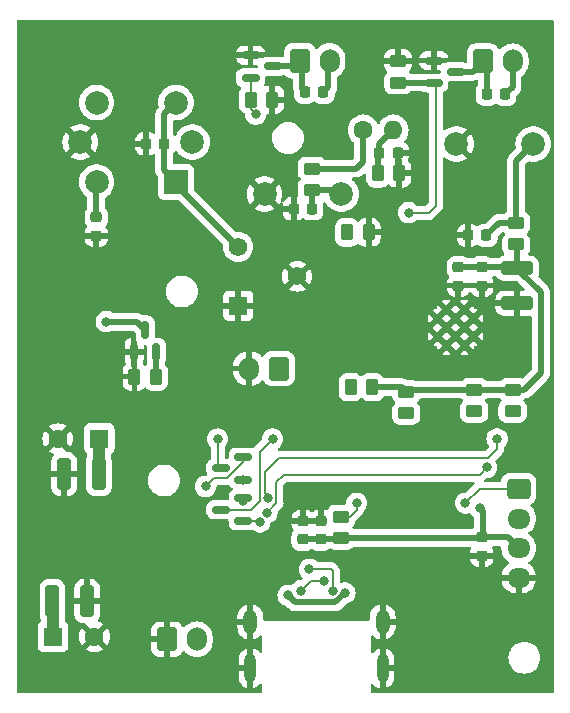
<source format=gbr>
%TF.GenerationSoftware,KiCad,Pcbnew,7.0.9-7.0.9~ubuntu22.04.1*%
%TF.CreationDate,2023-12-02T23:02:12+03:00*%
%TF.ProjectId,air-detector,6169722d-6465-4746-9563-746f722e6b69,rev?*%
%TF.SameCoordinates,Original*%
%TF.FileFunction,Copper,L2,Bot*%
%TF.FilePolarity,Positive*%
%FSLAX46Y46*%
G04 Gerber Fmt 4.6, Leading zero omitted, Abs format (unit mm)*
G04 Created by KiCad (PCBNEW 7.0.9-7.0.9~ubuntu22.04.1) date 2023-12-02 23:02:12*
%MOMM*%
%LPD*%
G01*
G04 APERTURE LIST*
G04 Aperture macros list*
%AMRoundRect*
0 Rectangle with rounded corners*
0 $1 Rounding radius*
0 $2 $3 $4 $5 $6 $7 $8 $9 X,Y pos of 4 corners*
0 Add a 4 corners polygon primitive as box body*
4,1,4,$2,$3,$4,$5,$6,$7,$8,$9,$2,$3,0*
0 Add four circle primitives for the rounded corners*
1,1,$1+$1,$2,$3*
1,1,$1+$1,$4,$5*
1,1,$1+$1,$6,$7*
1,1,$1+$1,$8,$9*
0 Add four rect primitives between the rounded corners*
20,1,$1+$1,$2,$3,$4,$5,0*
20,1,$1+$1,$4,$5,$6,$7,0*
20,1,$1+$1,$6,$7,$8,$9,0*
20,1,$1+$1,$8,$9,$2,$3,0*%
G04 Aperture macros list end*
%TA.AperFunction,ComponentPad*%
%ADD10R,1.600000X1.600000*%
%TD*%
%TA.AperFunction,ComponentPad*%
%ADD11C,1.600000*%
%TD*%
%TA.AperFunction,ComponentPad*%
%ADD12R,2.000000X2.000000*%
%TD*%
%TA.AperFunction,ComponentPad*%
%ADD13C,2.000000*%
%TD*%
%TA.AperFunction,ComponentPad*%
%ADD14RoundRect,0.250000X-0.600000X-0.750000X0.600000X-0.750000X0.600000X0.750000X-0.600000X0.750000X0*%
%TD*%
%TA.AperFunction,ComponentPad*%
%ADD15O,1.700000X2.000000*%
%TD*%
%TA.AperFunction,ComponentPad*%
%ADD16O,1.200000X2.000000*%
%TD*%
%TA.AperFunction,ComponentPad*%
%ADD17O,1.000000X2.400000*%
%TD*%
%TA.AperFunction,ComponentPad*%
%ADD18R,1.560000X1.560000*%
%TD*%
%TA.AperFunction,ComponentPad*%
%ADD19C,1.560000*%
%TD*%
%TA.AperFunction,ComponentPad*%
%ADD20RoundRect,0.250000X0.600000X0.750000X-0.600000X0.750000X-0.600000X-0.750000X0.600000X-0.750000X0*%
%TD*%
%TA.AperFunction,ComponentPad*%
%ADD21RoundRect,0.250000X-0.725000X0.600000X-0.725000X-0.600000X0.725000X-0.600000X0.725000X0.600000X0*%
%TD*%
%TA.AperFunction,ComponentPad*%
%ADD22O,1.950000X1.700000*%
%TD*%
%TA.AperFunction,HeatsinkPad*%
%ADD23C,0.600000*%
%TD*%
%TA.AperFunction,ComponentPad*%
%ADD24O,1.600000X1.600000*%
%TD*%
%TA.AperFunction,SMDPad,CuDef*%
%ADD25RoundRect,0.150000X0.587500X0.150000X-0.587500X0.150000X-0.587500X-0.150000X0.587500X-0.150000X0*%
%TD*%
%TA.AperFunction,SMDPad,CuDef*%
%ADD26RoundRect,0.250000X0.325000X1.100000X-0.325000X1.100000X-0.325000X-1.100000X0.325000X-1.100000X0*%
%TD*%
%TA.AperFunction,SMDPad,CuDef*%
%ADD27RoundRect,0.225000X-0.250000X0.225000X-0.250000X-0.225000X0.250000X-0.225000X0.250000X0.225000X0*%
%TD*%
%TA.AperFunction,SMDPad,CuDef*%
%ADD28RoundRect,0.225000X0.250000X-0.225000X0.250000X0.225000X-0.250000X0.225000X-0.250000X-0.225000X0*%
%TD*%
%TA.AperFunction,SMDPad,CuDef*%
%ADD29RoundRect,0.225000X-0.225000X-0.250000X0.225000X-0.250000X0.225000X0.250000X-0.225000X0.250000X0*%
%TD*%
%TA.AperFunction,SMDPad,CuDef*%
%ADD30RoundRect,0.150000X0.150000X-0.587500X0.150000X0.587500X-0.150000X0.587500X-0.150000X-0.587500X0*%
%TD*%
%TA.AperFunction,SMDPad,CuDef*%
%ADD31RoundRect,0.250000X-0.262500X-0.450000X0.262500X-0.450000X0.262500X0.450000X-0.262500X0.450000X0*%
%TD*%
%TA.AperFunction,SMDPad,CuDef*%
%ADD32RoundRect,0.250000X-0.450000X0.262500X-0.450000X-0.262500X0.450000X-0.262500X0.450000X0.262500X0*%
%TD*%
%TA.AperFunction,SMDPad,CuDef*%
%ADD33RoundRect,0.225000X0.225000X0.250000X-0.225000X0.250000X-0.225000X-0.250000X0.225000X-0.250000X0*%
%TD*%
%TA.AperFunction,SMDPad,CuDef*%
%ADD34RoundRect,0.250000X0.450000X-0.262500X0.450000X0.262500X-0.450000X0.262500X-0.450000X-0.262500X0*%
%TD*%
%TA.AperFunction,SMDPad,CuDef*%
%ADD35RoundRect,0.250000X0.262500X0.450000X-0.262500X0.450000X-0.262500X-0.450000X0.262500X-0.450000X0*%
%TD*%
%TA.AperFunction,SMDPad,CuDef*%
%ADD36RoundRect,0.250000X-0.325000X-1.100000X0.325000X-1.100000X0.325000X1.100000X-0.325000X1.100000X0*%
%TD*%
%TA.AperFunction,SMDPad,CuDef*%
%ADD37RoundRect,0.150000X-0.587500X-0.150000X0.587500X-0.150000X0.587500X0.150000X-0.587500X0.150000X0*%
%TD*%
%TA.AperFunction,SMDPad,CuDef*%
%ADD38RoundRect,0.250000X1.100000X-0.325000X1.100000X0.325000X-1.100000X0.325000X-1.100000X-0.325000X0*%
%TD*%
%TA.AperFunction,ViaPad*%
%ADD39C,0.800000*%
%TD*%
%TA.AperFunction,Conductor*%
%ADD40C,0.500000*%
%TD*%
%TA.AperFunction,Conductor*%
%ADD41C,1.000000*%
%TD*%
%TA.AperFunction,Conductor*%
%ADD42C,0.200000*%
%TD*%
G04 APERTURE END LIST*
D10*
%TO.P,C33,1*%
%TO.N,/board2/+3V3*%
X72000000Y-67470000D03*
D11*
%TO.P,C33,2*%
%TO.N,/core1/GND*%
X68500000Y-67470000D03*
%TD*%
D10*
%TO.P,C30,1*%
%TO.N,/board2/+5V*%
X68097349Y-84220000D03*
D11*
%TO.P,C30,2*%
%TO.N,/core1/GND*%
X71597349Y-84220000D03*
%TD*%
D12*
%TO.P,U6,1,B1*%
%TO.N,/board2/H2S*%
X78500000Y-45720000D03*
D13*
%TO.P,U6,2,VH+*%
%TO.N,/board2/+5V*%
X79890000Y-42360000D03*
%TO.P,U6,3,B2*%
%TO.N,/board2/H2S*%
X78500000Y-39000000D03*
%TO.P,U6,4,A2*%
%TO.N,/board2/+3V3*%
X71780000Y-39000000D03*
%TO.P,U6,5,VH-*%
%TO.N,/core1/GND*%
X70390000Y-42360000D03*
%TO.P,U6,6,A1*%
%TO.N,/board2/+3V3*%
X71780000Y-45720000D03*
%TD*%
%TO.P,SW4,1,1*%
%TO.N,/core1/GND*%
X86000000Y-46750000D03*
%TO.P,SW4,2,2*%
%TO.N,/core1/CALIBRATE_BUTTON*%
X92500000Y-46750000D03*
%TD*%
D14*
%TO.P,J7,1,Pin_1*%
%TO.N,Net-(J7-Pin_1)*%
X89000000Y-35475000D03*
D15*
%TO.P,J7,2,Pin_2*%
%TO.N,/board2/+5V*%
X91500000Y-35475000D03*
%TD*%
D16*
%TO.P,J9,S1,SHIELD*%
%TO.N,/core1/GND*%
X84800000Y-82975000D03*
D17*
X84800000Y-86900000D03*
D16*
X96000000Y-82975000D03*
D17*
X96000000Y-86900000D03*
%TD*%
D18*
%TO.P,RV2,1,1*%
%TO.N,/core1/GND*%
X83760000Y-56220000D03*
D19*
%TO.P,RV2,2,2*%
X88760000Y-53720000D03*
%TO.P,RV2,3,3*%
%TO.N,/board2/H2S*%
X83760000Y-51220000D03*
%TD*%
D20*
%TO.P,J2,1,Pin_1*%
%TO.N,/board2/TOUCH_SENSOR*%
X87200000Y-61520000D03*
D15*
%TO.P,J2,2,Pin_2*%
%TO.N,/core1/GND*%
X84700000Y-61520000D03*
%TD*%
D21*
%TO.P,J4,1,Pin_1*%
%TO.N,/board2/SCL_3V3*%
X107525000Y-71720000D03*
D22*
%TO.P,J4,2,Pin_2*%
%TO.N,/board2/SDA_3V3*%
X107525000Y-74220000D03*
%TO.P,J4,3,Pin_3*%
%TO.N,/board2/+3V3*%
X107525000Y-76720000D03*
%TO.P,J4,4,Pin_4*%
%TO.N,/core1/GND*%
X107525000Y-79220000D03*
%TD*%
D14*
%TO.P,J6,1,Pin_1*%
%TO.N,Net-(J6-Pin_1)*%
X104500000Y-35500000D03*
D15*
%TO.P,J6,2,Pin_2*%
%TO.N,/board2/+5V*%
X107000000Y-35500000D03*
%TD*%
D23*
%TO.P,U15,39,GND*%
%TO.N,/core1/GND*%
X102922500Y-56515000D03*
X101397500Y-56515000D03*
X103685000Y-57277500D03*
X102160000Y-57277500D03*
X100635000Y-57277500D03*
X102922500Y-58040000D03*
X101397500Y-58040000D03*
X103685000Y-58802500D03*
X102160000Y-58802500D03*
X100635000Y-58802500D03*
X102922500Y-59565000D03*
X101397500Y-59565000D03*
%TD*%
D14*
%TO.P,J10,1,Pin_1*%
%TO.N,/core1/GND*%
X77750000Y-84445000D03*
D15*
%TO.P,J10,2,Pin_2*%
%TO.N,/board2/+5V*%
X80250000Y-84445000D03*
%TD*%
D13*
%TO.P,SW2,1,1*%
%TO.N,/core1/GND*%
X102250000Y-42500000D03*
%TO.P,SW2,2,2*%
%TO.N,/core1/ESP32_ENABLE*%
X108750000Y-42500000D03*
%TD*%
D11*
%TO.P,R8,1*%
%TO.N,/board2/+3V3*%
X94355000Y-41320000D03*
D24*
%TO.P,R8,2*%
%TO.N,/board2/LIGHT*%
X96895000Y-41320000D03*
%TD*%
D25*
%TO.P,Q6,1,B*%
%TO.N,Net-(Q6-B)*%
X84187500Y-72520000D03*
%TO.P,Q6,2,E*%
%TO.N,Net-(Q6-E)*%
X84187500Y-74420000D03*
%TO.P,Q6,3,C*%
%TO.N,Net-(JP3-A)*%
X82312500Y-73470000D03*
%TD*%
D26*
%TO.P,C31,1*%
%TO.N,/core1/GND*%
X70975000Y-81220000D03*
%TO.P,C31,2*%
%TO.N,/board2/+5V*%
X68025000Y-81220000D03*
%TD*%
D27*
%TO.P,C37,1*%
%TO.N,/board2/+3V3*%
X104400000Y-52945000D03*
%TO.P,C37,2*%
%TO.N,/core1/GND*%
X104400000Y-54495000D03*
%TD*%
D28*
%TO.P,C28,1*%
%TO.N,/board2/+3V3*%
X90750000Y-75995000D03*
%TO.P,C28,2*%
%TO.N,/core1/GND*%
X90750000Y-74445000D03*
%TD*%
D29*
%TO.P,C13,1*%
%TO.N,/core1/GND*%
X75975000Y-42500000D03*
%TO.P,C13,2*%
%TO.N,/board2/H2S*%
X77525000Y-42500000D03*
%TD*%
D30*
%TO.P,Q3,1,G*%
%TO.N,/board2/RGB_CONTROL#*%
X76850000Y-60137500D03*
%TO.P,Q3,2,S*%
%TO.N,/core1/GND*%
X74950000Y-60137500D03*
%TO.P,Q3,3,D*%
%TO.N,Net-(D4-DIN)*%
X75900000Y-58262500D03*
%TD*%
D31*
%TO.P,R23,1*%
%TO.N,/board2/FAN_ENABLE*%
X84837500Y-38750000D03*
%TO.P,R23,2*%
%TO.N,/core1/GND*%
X86662500Y-38750000D03*
%TD*%
D29*
%TO.P,C14,1*%
%TO.N,Net-(J6-Pin_1)*%
X104825000Y-38320000D03*
%TO.P,C14,2*%
%TO.N,/board2/+5V*%
X106375000Y-38320000D03*
%TD*%
D28*
%TO.P,C35,1*%
%TO.N,/core1/GND*%
X102400000Y-54495000D03*
%TO.P,C35,2*%
%TO.N,/board2/+3V3*%
X102400000Y-52945000D03*
%TD*%
D32*
%TO.P,R26,1*%
%TO.N,Net-(U13-~{RST})*%
X92500000Y-74057500D03*
%TO.P,R26,2*%
%TO.N,/board2/+3V3*%
X92500000Y-75882500D03*
%TD*%
D33*
%TO.P,C41,1*%
%TO.N,/core1/CALIBRATE_BUTTON*%
X90025000Y-48000000D03*
%TO.P,C41,2*%
%TO.N,/core1/GND*%
X88475000Y-48000000D03*
%TD*%
D34*
%TO.P,R29,1*%
%TO.N,/board2/+3V3*%
X107300000Y-51012500D03*
%TO.P,R29,2*%
%TO.N,/core1/ESP32_ENABLE*%
X107300000Y-49187500D03*
%TD*%
D32*
%TO.P,R11,1*%
%TO.N,/board2/+3V3*%
X103750000Y-63307500D03*
%TO.P,R11,2*%
%TO.N,/board2/SDA_3V3*%
X103750000Y-65132500D03*
%TD*%
D31*
%TO.P,R37,1*%
%TO.N,Net-(U15-IO15)*%
X93287500Y-63100000D03*
%TO.P,R37,2*%
%TO.N,/board2/+3V3*%
X95112500Y-63100000D03*
%TD*%
D34*
%TO.P,R22,1*%
%TO.N,/board2/EXT_FAN_ENABLE*%
X97300000Y-37307500D03*
%TO.P,R22,2*%
%TO.N,/core1/GND*%
X97300000Y-35482500D03*
%TD*%
D31*
%TO.P,R9,1*%
%TO.N,/board2/LIGHT*%
X95587500Y-45000000D03*
%TO.P,R9,2*%
%TO.N,/core1/GND*%
X97412500Y-45000000D03*
%TD*%
D33*
%TO.P,C10,1*%
%TO.N,/core1/GND*%
X97275000Y-43250000D03*
%TO.P,C10,2*%
%TO.N,/board2/LIGHT*%
X95725000Y-43250000D03*
%TD*%
D35*
%TO.P,R18,1*%
%TO.N,/board2/RGB_CONTROL#*%
X76812500Y-62200000D03*
%TO.P,R18,2*%
%TO.N,/core1/GND*%
X74987500Y-62200000D03*
%TD*%
D28*
%TO.P,C20,1*%
%TO.N,/core1/GND*%
X104400000Y-77375000D03*
%TO.P,C20,2*%
%TO.N,/board2/+3V3*%
X104400000Y-75825000D03*
%TD*%
%TO.P,C8,1*%
%TO.N,/core1/GND*%
X71750000Y-50275000D03*
%TO.P,C8,2*%
%TO.N,/board2/+3V3*%
X71750000Y-48725000D03*
%TD*%
D36*
%TO.P,C32,1*%
%TO.N,/core1/GND*%
X69025000Y-70470000D03*
%TO.P,C32,2*%
%TO.N,/board2/+3V3*%
X71975000Y-70470000D03*
%TD*%
D32*
%TO.P,R31,1*%
%TO.N,/board2/+3V3*%
X90000000Y-44587500D03*
%TO.P,R31,2*%
%TO.N,/core1/CALIBRATE_BUTTON*%
X90000000Y-46412500D03*
%TD*%
D28*
%TO.P,C29,1*%
%TO.N,/board2/+3V3*%
X89250000Y-75995000D03*
%TO.P,C29,2*%
%TO.N,/core1/GND*%
X89250000Y-74445000D03*
%TD*%
D37*
%TO.P,Q4,1,G*%
%TO.N,/board2/EXT_FAN_ENABLE*%
X100312500Y-37345000D03*
%TO.P,Q4,2,S*%
%TO.N,/core1/GND*%
X100312500Y-35445000D03*
%TO.P,Q4,3,D*%
%TO.N,Net-(J6-Pin_1)*%
X102187500Y-36395000D03*
%TD*%
D25*
%TO.P,Q7,1,B*%
%TO.N,Net-(Q7-B)*%
X84187500Y-69020000D03*
%TO.P,Q7,2,E*%
%TO.N,Net-(Q7-E)*%
X84187500Y-70920000D03*
%TO.P,Q7,3,C*%
%TO.N,Net-(JP4-A)*%
X82312500Y-69970000D03*
%TD*%
D33*
%TO.P,C34,1*%
%TO.N,/core1/ESP32_ENABLE*%
X104775000Y-50250000D03*
%TO.P,C34,2*%
%TO.N,/core1/GND*%
X103225000Y-50250000D03*
%TD*%
D38*
%TO.P,C36,1*%
%TO.N,/core1/GND*%
X107400000Y-55995000D03*
%TO.P,C36,2*%
%TO.N,/board2/+3V3*%
X107400000Y-53045000D03*
%TD*%
D32*
%TO.P,R13,1*%
%TO.N,/board2/+3V3*%
X107000000Y-63307500D03*
%TO.P,R13,2*%
%TO.N,/board2/SCL_3V3*%
X107000000Y-65132500D03*
%TD*%
D29*
%TO.P,C21,1*%
%TO.N,Net-(J7-Pin_1)*%
X89425000Y-38120000D03*
%TO.P,C21,2*%
%TO.N,/board2/+5V*%
X90975000Y-38120000D03*
%TD*%
D34*
%TO.P,R33,1*%
%TO.N,Net-(U15-IO5)*%
X98000000Y-65312500D03*
%TO.P,R33,2*%
%TO.N,/board2/+3V3*%
X98000000Y-63487500D03*
%TD*%
D37*
%TO.P,Q5,1,G*%
%TO.N,/board2/FAN_ENABLE*%
X84812500Y-36895000D03*
%TO.P,Q5,2,S*%
%TO.N,/core1/GND*%
X84812500Y-34995000D03*
%TO.P,Q5,3,D*%
%TO.N,Net-(J7-Pin_1)*%
X86687500Y-35945000D03*
%TD*%
D31*
%TO.P,R35,1*%
%TO.N,Net-(U15-IO12)*%
X92987500Y-50000000D03*
%TO.P,R35,2*%
%TO.N,/core1/GND*%
X94812500Y-50000000D03*
%TD*%
D39*
%TO.N,/core1/GND*%
X90200000Y-72120000D03*
X88800000Y-65120000D03*
X72600000Y-60720000D03*
X94200000Y-52920000D03*
X83400000Y-59320000D03*
X84900000Y-77300000D03*
X68100000Y-53000000D03*
X101800000Y-74720000D03*
X88400000Y-59320000D03*
X97400000Y-73320000D03*
X83000000Y-65120000D03*
%TO.N,/board2/+3V3*%
X102400000Y-52945000D03*
X92600000Y-75920000D03*
X90000000Y-44587500D03*
X104200000Y-73320000D03*
X89200000Y-75920000D03*
X107400000Y-53045000D03*
%TO.N,/board2/+5V*%
X92800000Y-80520000D03*
X88000000Y-80720000D03*
%TO.N,Net-(D4-DIN)*%
X72595000Y-57555000D03*
%TO.N,/core1/D-*%
X91000000Y-79520000D03*
X89100500Y-80320000D03*
%TO.N,/core1/D+*%
X89800000Y-78520000D03*
X91800000Y-80320000D03*
%TO.N,/board2/SCL_3V3*%
X103000000Y-72920000D03*
X107000000Y-65120000D03*
%TO.N,/board2/SDA_3V3*%
X103800000Y-65120000D03*
%TO.N,Net-(JP3-A)*%
X86675000Y-67500000D03*
%TO.N,Net-(JP4-A)*%
X82025000Y-67500000D03*
%TO.N,/board2/RGB_CONTROL#*%
X76812500Y-62200000D03*
%TO.N,/board2/EXT_FAN_ENABLE*%
X98200000Y-48320000D03*
%TO.N,/board2/FAN_ENABLE*%
X85250000Y-40000000D03*
%TO.N,Net-(Q6-B)*%
X84200000Y-72720000D03*
%TO.N,Net-(Q6-E)*%
X85607904Y-74525251D03*
%TO.N,Net-(Q7-B)*%
X81000000Y-71500000D03*
%TO.N,Net-(Q7-E)*%
X84200000Y-70920000D03*
%TO.N,Net-(U13-~{RST})*%
X93800000Y-72920500D03*
%TO.N,/core1/TXD_3V3*%
X104800000Y-69900000D03*
X86200000Y-73720000D03*
%TO.N,/core1/RXD_3V3*%
X86299500Y-72498798D03*
X105690000Y-67470000D03*
%TO.N,Net-(U15-IO5)*%
X98100000Y-65300000D03*
%TO.N,Net-(U15-IO12)*%
X93000000Y-50000000D03*
%TO.N,Net-(U15-IO15)*%
X93300000Y-63100000D03*
%TD*%
D40*
%TO.N,/core1/GND*%
X97087500Y-43137500D02*
X97225000Y-43000000D01*
%TO.N,/board2/+3V3*%
X109400000Y-61913750D02*
X108006250Y-63307500D01*
X104500000Y-73620000D02*
X104200000Y-73320000D01*
X98187500Y-63300000D02*
X103742500Y-63300000D01*
X71750000Y-48725000D02*
X71750000Y-45750000D01*
X108006250Y-63307500D02*
X107000000Y-63307500D01*
X97612500Y-63100000D02*
X98000000Y-63487500D01*
X102400000Y-52945000D02*
X107300000Y-52945000D01*
X90000000Y-44587500D02*
X93777500Y-44587500D01*
D41*
X72000000Y-69945000D02*
X72000000Y-67470000D01*
D40*
X92500000Y-75882500D02*
X104500000Y-75882500D01*
X103750000Y-63307500D02*
X107000000Y-63307500D01*
X109400000Y-55045000D02*
X109400000Y-61913750D01*
X93777500Y-44587500D02*
X94355000Y-44010000D01*
X94355000Y-44010000D02*
X94355000Y-41320000D01*
X89200000Y-75920000D02*
X92387500Y-75995000D01*
X106630000Y-75825000D02*
X107525000Y-76720000D01*
X104500000Y-74695000D02*
X104500000Y-75725000D01*
X104500000Y-74695000D02*
X104500000Y-73620000D01*
X95112500Y-63100000D02*
X97612500Y-63100000D01*
X104400000Y-75825000D02*
X106630000Y-75825000D01*
X104500000Y-75882500D02*
X104500000Y-74695000D01*
X107400000Y-53045000D02*
X107400000Y-50782500D01*
X107750000Y-53395000D02*
X109400000Y-55045000D01*
%TO.N,/board2/LIGHT*%
X95725000Y-43250000D02*
X95725000Y-42490000D01*
X95725000Y-42490000D02*
X96895000Y-41320000D01*
X95587500Y-45000000D02*
X95587500Y-43387500D01*
%TO.N,/board2/H2S*%
X83760000Y-51220000D02*
X78500000Y-45960000D01*
X77500000Y-40000000D02*
X77500000Y-44720000D01*
X77500000Y-44720000D02*
X78500000Y-45720000D01*
X78500000Y-39000000D02*
X77500000Y-40000000D01*
%TO.N,/board2/+5V*%
X107000000Y-37695000D02*
X107000000Y-35500000D01*
X92800000Y-80520000D02*
X92800000Y-80522082D01*
X92002082Y-81320000D02*
X88600000Y-81320000D01*
X92800000Y-80522082D02*
X92002082Y-81320000D01*
X88600000Y-81320000D02*
X88000000Y-80720000D01*
D41*
X68097349Y-84220000D02*
X68097349Y-81647651D01*
D40*
X91400000Y-37695000D02*
X91400000Y-36070000D01*
X106375000Y-38320000D02*
X107000000Y-37695000D01*
X90975000Y-38120000D02*
X91400000Y-37695000D01*
%TO.N,/core1/ESP32_ENABLE*%
X105837500Y-49187500D02*
X104775000Y-50250000D01*
X107300000Y-49187500D02*
X105837500Y-49187500D01*
X107300000Y-49187500D02*
X107300000Y-43950000D01*
X107300000Y-43950000D02*
X108750000Y-42500000D01*
%TO.N,Net-(D4-DIN)*%
X75237500Y-57600000D02*
X72640000Y-57600000D01*
X72640000Y-57600000D02*
X72595000Y-57555000D01*
X75900000Y-58262500D02*
X75237500Y-57600000D01*
D42*
%TO.N,/core1/D-*%
X89900500Y-79520000D02*
X91000000Y-79520000D01*
X89100500Y-80320000D02*
X89900500Y-79520000D01*
%TO.N,/core1/D+*%
X91800000Y-78700000D02*
X91800000Y-80320000D01*
X89800000Y-78520000D02*
X91620000Y-78520000D01*
X91620000Y-78520000D02*
X91800000Y-78700000D01*
%TO.N,/board2/SCL_3V3*%
X103000000Y-72920000D02*
X104200000Y-71720000D01*
X104200000Y-71720000D02*
X107525000Y-71720000D01*
D40*
%TO.N,Net-(J6-Pin_1)*%
X102187500Y-36395000D02*
X103605000Y-36395000D01*
X103605000Y-36395000D02*
X104500000Y-35500000D01*
X104825000Y-35825000D02*
X104825000Y-38320000D01*
%TO.N,Net-(J7-Pin_1)*%
X89425000Y-38120000D02*
X89200000Y-37895000D01*
X89200000Y-37895000D02*
X89200000Y-36170000D01*
X86687500Y-35945000D02*
X88530000Y-35945000D01*
D42*
%TO.N,Net-(JP3-A)*%
X84850000Y-73470000D02*
X82312500Y-73470000D01*
X85600000Y-68575000D02*
X85600000Y-72720000D01*
X86675000Y-67500000D02*
X85600000Y-68575000D01*
X85600000Y-72720000D02*
X84850000Y-73470000D01*
%TO.N,Net-(JP4-A)*%
X82025000Y-69682500D02*
X82312500Y-69970000D01*
X82025000Y-67500000D02*
X82025000Y-69682500D01*
D40*
%TO.N,/board2/RGB_CONTROL#*%
X76812500Y-62200000D02*
X76812500Y-60175000D01*
D42*
%TO.N,/board2/EXT_FAN_ENABLE*%
X100500000Y-37532500D02*
X100500000Y-47750000D01*
D40*
X98000000Y-37307500D02*
X100275000Y-37307500D01*
D42*
X100500000Y-47750000D02*
X99930000Y-48320000D01*
X99930000Y-48320000D02*
X98200000Y-48320000D01*
%TO.N,/board2/FAN_ENABLE*%
X85250000Y-40000000D02*
X84812500Y-39562500D01*
X84812500Y-39562500D02*
X84812500Y-36895000D01*
%TO.N,Net-(Q6-E)*%
X85502653Y-74420000D02*
X85607904Y-74525251D01*
X84187500Y-74420000D02*
X85502653Y-74420000D01*
%TO.N,Net-(Q7-B)*%
X82856396Y-70800000D02*
X84187500Y-69468896D01*
X84187500Y-69468896D02*
X84187500Y-69020000D01*
X81700000Y-70800000D02*
X82856396Y-70800000D01*
X81000000Y-71500000D02*
X81700000Y-70800000D01*
%TO.N,Net-(U13-~{RST})*%
X93800000Y-73470000D02*
X93212500Y-74057500D01*
X93212500Y-74057500D02*
X92500000Y-74057500D01*
X93800000Y-72920500D02*
X93800000Y-73470000D01*
%TO.N,/core1/TXD_3V3*%
X104800000Y-69900000D02*
X104200000Y-70500000D01*
X86999500Y-72920500D02*
X86200000Y-73720000D01*
X87620000Y-70500000D02*
X86999500Y-71120500D01*
X86999500Y-71120500D02*
X86999500Y-72920500D01*
X104200000Y-70500000D02*
X87620000Y-70500000D01*
%TO.N,/core1/RXD_3V3*%
X86000000Y-72077596D02*
X86421202Y-72498798D01*
X86421202Y-72498798D02*
X86299500Y-72498798D01*
X105690000Y-67470000D02*
X105690000Y-68310000D01*
X104900000Y-69100000D02*
X87220000Y-69100000D01*
X105690000Y-68310000D02*
X104900000Y-69100000D01*
X87220000Y-69100000D02*
X86000000Y-70320000D01*
X86000000Y-70320000D02*
X86000000Y-72077596D01*
D40*
%TO.N,/core1/CALIBRATE_BUTTON*%
X90000000Y-46412500D02*
X92162500Y-46412500D01*
X90025000Y-48000000D02*
X90025000Y-46437500D01*
%TD*%
%TA.AperFunction,Conductor*%
%TO.N,/core1/GND*%
G36*
X110442539Y-32020185D02*
G01*
X110488294Y-32072989D01*
X110499500Y-32124500D01*
X110499500Y-42444872D01*
X110482467Y-42502877D01*
X110496956Y-42530136D01*
X110499500Y-42555127D01*
X110499500Y-88875500D01*
X110479815Y-88942539D01*
X110427011Y-88988294D01*
X110375500Y-88999500D01*
X95124500Y-88999500D01*
X95057461Y-88979815D01*
X95011706Y-88927011D01*
X95000500Y-88875500D01*
X95000500Y-88305751D01*
X95020185Y-88238712D01*
X95072989Y-88192957D01*
X95142147Y-88183013D01*
X95205703Y-88212038D01*
X95218587Y-88224982D01*
X95307479Y-88328530D01*
X95307479Y-88328531D01*
X95468304Y-88453018D01*
X95650907Y-88542589D01*
X95750000Y-88568244D01*
X95750000Y-87815686D01*
X95761955Y-87827641D01*
X95874852Y-87885165D01*
X96000000Y-87904986D01*
X96125148Y-87885165D01*
X96238045Y-87827641D01*
X96250000Y-87815686D01*
X96250000Y-88573365D01*
X96251944Y-88573069D01*
X96251945Y-88573069D01*
X96442660Y-88502436D01*
X96442664Y-88502434D01*
X96615267Y-88394850D01*
X96762668Y-88254735D01*
X96762669Y-88254733D01*
X96878856Y-88087804D01*
X96959059Y-87900907D01*
X97000000Y-87701690D01*
X97000000Y-87150000D01*
X96400000Y-87150000D01*
X96400000Y-86650000D01*
X97000000Y-86650000D01*
X97000000Y-86149286D01*
X96984819Y-86000000D01*
X106644341Y-86000000D01*
X106664936Y-86235403D01*
X106664938Y-86235413D01*
X106726094Y-86463655D01*
X106726096Y-86463659D01*
X106726097Y-86463663D01*
X106776031Y-86570746D01*
X106825964Y-86677828D01*
X106825965Y-86677830D01*
X106961505Y-86871402D01*
X107128597Y-87038494D01*
X107322169Y-87174034D01*
X107322171Y-87174035D01*
X107536337Y-87273903D01*
X107764592Y-87335063D01*
X107941034Y-87350500D01*
X108058966Y-87350500D01*
X108235408Y-87335063D01*
X108463663Y-87273903D01*
X108677829Y-87174035D01*
X108871401Y-87038495D01*
X109038495Y-86871401D01*
X109174035Y-86677830D01*
X109273903Y-86463663D01*
X109335063Y-86235408D01*
X109355659Y-86000000D01*
X109335063Y-85764592D01*
X109276297Y-85545270D01*
X109273905Y-85536344D01*
X109273904Y-85536343D01*
X109273903Y-85536337D01*
X109174035Y-85322171D01*
X109174034Y-85322169D01*
X109038494Y-85128597D01*
X108871402Y-84961505D01*
X108677830Y-84825965D01*
X108677828Y-84825964D01*
X108570246Y-84775798D01*
X108463663Y-84726097D01*
X108463659Y-84726096D01*
X108463655Y-84726094D01*
X108235413Y-84664938D01*
X108235403Y-84664936D01*
X108058966Y-84649500D01*
X107941034Y-84649500D01*
X107764596Y-84664936D01*
X107764586Y-84664938D01*
X107536344Y-84726094D01*
X107536335Y-84726098D01*
X107322171Y-84825964D01*
X107322169Y-84825965D01*
X107128597Y-84961505D01*
X106961506Y-85128597D01*
X106961501Y-85128604D01*
X106825967Y-85322165D01*
X106825965Y-85322169D01*
X106726098Y-85536335D01*
X106726094Y-85536344D01*
X106664938Y-85764586D01*
X106664936Y-85764596D01*
X106644341Y-85999999D01*
X106644341Y-86000000D01*
X96984819Y-86000000D01*
X96984581Y-85997661D01*
X96923700Y-85803618D01*
X96923695Y-85803608D01*
X96824994Y-85625784D01*
X96824994Y-85625783D01*
X96692521Y-85471469D01*
X96692520Y-85471468D01*
X96531695Y-85346981D01*
X96349093Y-85257411D01*
X96250000Y-85231753D01*
X96250000Y-85984314D01*
X96238045Y-85972359D01*
X96125148Y-85914835D01*
X96000000Y-85895014D01*
X95874852Y-85914835D01*
X95761955Y-85972359D01*
X95750000Y-85984314D01*
X95750000Y-85226633D01*
X95748053Y-85226931D01*
X95748047Y-85226933D01*
X95557342Y-85297562D01*
X95557335Y-85297565D01*
X95384732Y-85405149D01*
X95237331Y-85545264D01*
X95237326Y-85545270D01*
X95226273Y-85561151D01*
X95171818Y-85604929D01*
X95102340Y-85612316D01*
X95039898Y-85580968D01*
X95004316Y-85520837D01*
X95000500Y-85490312D01*
X95000500Y-84235959D01*
X95020185Y-84168920D01*
X95072989Y-84123165D01*
X95142147Y-84113221D01*
X95205703Y-84142246D01*
X95359030Y-84275106D01*
X95359041Y-84275114D01*
X95540960Y-84380144D01*
X95540967Y-84380147D01*
X95739487Y-84448856D01*
X95750000Y-84450367D01*
X95750000Y-83690686D01*
X95761955Y-83702641D01*
X95874852Y-83760165D01*
X96000000Y-83779986D01*
X96125148Y-83760165D01*
X96238045Y-83702641D01*
X96250000Y-83690686D01*
X96250000Y-84446257D01*
X96361409Y-84419229D01*
X96552507Y-84331959D01*
X96723619Y-84210110D01*
X96723625Y-84210104D01*
X96868592Y-84058067D01*
X96982166Y-83881342D01*
X97060244Y-83686314D01*
X97100000Y-83480037D01*
X97100000Y-83225000D01*
X96400000Y-83225000D01*
X96400000Y-82725000D01*
X97100000Y-82725000D01*
X97100000Y-82522601D01*
X97085034Y-82365877D01*
X97085033Y-82365873D01*
X97025850Y-82164313D01*
X96929586Y-81977585D01*
X96799731Y-81812462D01*
X96799728Y-81812459D01*
X96640969Y-81674894D01*
X96640958Y-81674885D01*
X96459039Y-81569855D01*
X96459032Y-81569852D01*
X96260516Y-81501144D01*
X96250000Y-81499632D01*
X96250000Y-82259314D01*
X96238045Y-82247359D01*
X96125148Y-82189835D01*
X96000000Y-82170014D01*
X95874852Y-82189835D01*
X95761955Y-82247359D01*
X95750000Y-82259314D01*
X95750000Y-81503740D01*
X95749999Y-81503740D01*
X95638594Y-81530768D01*
X95638582Y-81530772D01*
X95447497Y-81618037D01*
X95447496Y-81618038D01*
X95276380Y-81739889D01*
X95276374Y-81739895D01*
X95131407Y-81891932D01*
X95017833Y-82068657D01*
X94939755Y-82263685D01*
X94900000Y-82469962D01*
X94900000Y-82775500D01*
X94880315Y-82842539D01*
X94827511Y-82888294D01*
X94776000Y-82899500D01*
X86024000Y-82899500D01*
X85956961Y-82879815D01*
X85911206Y-82827011D01*
X85900000Y-82775500D01*
X85900000Y-82522601D01*
X85885034Y-82365877D01*
X85885033Y-82365873D01*
X85825850Y-82164313D01*
X85729586Y-81977585D01*
X85599731Y-81812462D01*
X85599728Y-81812459D01*
X85440969Y-81674894D01*
X85440958Y-81674885D01*
X85259039Y-81569855D01*
X85259032Y-81569852D01*
X85060516Y-81501144D01*
X85050000Y-81499632D01*
X85050000Y-82259314D01*
X85038045Y-82247359D01*
X84925148Y-82189835D01*
X84800000Y-82170014D01*
X84674852Y-82189835D01*
X84561955Y-82247359D01*
X84550000Y-82259314D01*
X84550000Y-81503740D01*
X84549999Y-81503740D01*
X84438594Y-81530768D01*
X84438582Y-81530772D01*
X84247497Y-81618037D01*
X84247496Y-81618038D01*
X84076380Y-81739889D01*
X84076374Y-81739895D01*
X83931407Y-81891932D01*
X83817833Y-82068657D01*
X83739755Y-82263685D01*
X83700000Y-82469962D01*
X83700000Y-82725000D01*
X84400000Y-82725000D01*
X84400000Y-83225000D01*
X83700000Y-83225000D01*
X83700000Y-83427398D01*
X83714965Y-83584122D01*
X83714966Y-83584126D01*
X83774149Y-83785686D01*
X83870413Y-83972414D01*
X84000268Y-84137537D01*
X84000271Y-84137540D01*
X84159030Y-84275105D01*
X84159041Y-84275114D01*
X84340960Y-84380144D01*
X84340967Y-84380147D01*
X84539487Y-84448856D01*
X84550000Y-84450367D01*
X84550000Y-83690686D01*
X84561955Y-83702641D01*
X84674852Y-83760165D01*
X84800000Y-83779986D01*
X84925148Y-83760165D01*
X85038045Y-83702641D01*
X85050000Y-83690686D01*
X85050000Y-84446257D01*
X85161409Y-84419229D01*
X85352507Y-84331959D01*
X85523619Y-84210110D01*
X85523625Y-84210104D01*
X85585756Y-84144943D01*
X85646265Y-84110008D01*
X85716056Y-84113332D01*
X85772970Y-84153860D01*
X85798938Y-84218724D01*
X85799500Y-84230512D01*
X85799500Y-85494248D01*
X85779815Y-85561287D01*
X85727011Y-85607042D01*
X85657853Y-85616986D01*
X85594297Y-85587961D01*
X85581414Y-85575018D01*
X85492521Y-85471469D01*
X85492520Y-85471468D01*
X85331695Y-85346981D01*
X85149093Y-85257411D01*
X85050000Y-85231753D01*
X85050000Y-85984314D01*
X85038045Y-85972359D01*
X84925148Y-85914835D01*
X84800000Y-85895014D01*
X84674852Y-85914835D01*
X84561955Y-85972359D01*
X84550000Y-85984314D01*
X84550000Y-85226633D01*
X84548053Y-85226931D01*
X84548047Y-85226933D01*
X84357342Y-85297562D01*
X84357335Y-85297565D01*
X84184732Y-85405149D01*
X84037331Y-85545264D01*
X84037330Y-85545266D01*
X83921143Y-85712195D01*
X83840940Y-85899092D01*
X83800000Y-86098309D01*
X83800000Y-86650000D01*
X84400000Y-86650000D01*
X84400000Y-87150000D01*
X83800000Y-87150000D01*
X83800000Y-87650713D01*
X83815418Y-87802338D01*
X83876299Y-87996381D01*
X83876304Y-87996391D01*
X83975005Y-88174215D01*
X83975005Y-88174216D01*
X84107478Y-88328530D01*
X84107479Y-88328531D01*
X84268304Y-88453018D01*
X84450907Y-88542589D01*
X84550000Y-88568244D01*
X84550000Y-87815686D01*
X84561955Y-87827641D01*
X84674852Y-87885165D01*
X84800000Y-87904986D01*
X84925148Y-87885165D01*
X85038045Y-87827641D01*
X85050000Y-87815686D01*
X85050000Y-88573365D01*
X85051944Y-88573069D01*
X85051945Y-88573069D01*
X85242660Y-88502436D01*
X85242664Y-88502434D01*
X85415267Y-88394850D01*
X85562668Y-88254735D01*
X85562669Y-88254733D01*
X85573725Y-88238850D01*
X85628179Y-88195071D01*
X85697657Y-88187683D01*
X85760100Y-88219029D01*
X85795683Y-88279159D01*
X85799500Y-88309687D01*
X85799500Y-88875500D01*
X85779815Y-88942539D01*
X85727011Y-88988294D01*
X85675500Y-88999500D01*
X65124500Y-88999500D01*
X65057461Y-88979815D01*
X65011706Y-88927011D01*
X65000500Y-88875500D01*
X65000500Y-85067870D01*
X66796849Y-85067870D01*
X66796850Y-85067876D01*
X66803257Y-85127483D01*
X66853551Y-85262328D01*
X66853555Y-85262335D01*
X66939801Y-85377544D01*
X66939804Y-85377547D01*
X67055013Y-85463793D01*
X67055020Y-85463797D01*
X67189866Y-85514091D01*
X67189865Y-85514091D01*
X67196793Y-85514835D01*
X67249476Y-85520500D01*
X68945221Y-85520499D01*
X69004832Y-85514091D01*
X69139680Y-85463796D01*
X69254895Y-85377546D01*
X69341145Y-85262331D01*
X69391440Y-85127483D01*
X69397849Y-85067873D01*
X69397848Y-83372128D01*
X69391440Y-83312517D01*
X69370549Y-83256506D01*
X69341146Y-83177671D01*
X69341142Y-83177664D01*
X69254896Y-83062455D01*
X69250955Y-83059505D01*
X69199651Y-83021098D01*
X69147537Y-82982085D01*
X69105667Y-82926151D01*
X69097849Y-82882819D01*
X69097849Y-82399119D01*
X69098170Y-82392813D01*
X69100500Y-82370009D01*
X69100499Y-81470000D01*
X69900001Y-81470000D01*
X69900001Y-82369986D01*
X69910494Y-82472697D01*
X69965641Y-82639119D01*
X69965643Y-82639124D01*
X70057684Y-82788345D01*
X70181654Y-82912315D01*
X70330875Y-83004356D01*
X70330880Y-83004358D01*
X70497302Y-83059505D01*
X70497309Y-83059506D01*
X70600019Y-83069999D01*
X70749538Y-83069999D01*
X70816578Y-83089683D01*
X70837220Y-83106318D01*
X71552949Y-83822046D01*
X71472201Y-83834835D01*
X71359304Y-83892359D01*
X71269708Y-83981955D01*
X71212184Y-84094852D01*
X71199395Y-84175599D01*
X70518322Y-83494526D01*
X70518321Y-83494527D01*
X70467217Y-83567513D01*
X70371083Y-83773673D01*
X70371079Y-83773682D01*
X70312209Y-83993389D01*
X70312207Y-83993400D01*
X70292383Y-84219997D01*
X70292383Y-84220002D01*
X70312207Y-84446599D01*
X70312209Y-84446610D01*
X70371079Y-84666317D01*
X70371083Y-84666326D01*
X70467214Y-84872481D01*
X70467215Y-84872483D01*
X70518322Y-84945471D01*
X70518323Y-84945472D01*
X71199395Y-84264399D01*
X71212184Y-84345148D01*
X71269708Y-84458045D01*
X71359304Y-84547641D01*
X71472201Y-84605165D01*
X71552948Y-84617953D01*
X70871875Y-85299025D01*
X70871875Y-85299026D01*
X70944861Y-85350131D01*
X70944865Y-85350133D01*
X71151022Y-85446265D01*
X71151031Y-85446269D01*
X71370738Y-85505139D01*
X71370749Y-85505141D01*
X71597347Y-85524966D01*
X71597351Y-85524966D01*
X71823948Y-85505141D01*
X71823959Y-85505139D01*
X72043666Y-85446269D01*
X72043680Y-85446264D01*
X72249827Y-85350136D01*
X72322821Y-85299025D01*
X71641750Y-84617953D01*
X71722497Y-84605165D01*
X71835394Y-84547641D01*
X71924990Y-84458045D01*
X71982514Y-84345148D01*
X71995302Y-84264400D01*
X72676374Y-84945472D01*
X72727485Y-84872478D01*
X72823613Y-84666331D01*
X72823618Y-84666317D01*
X72882488Y-84446610D01*
X72882490Y-84446599D01*
X72902315Y-84220002D01*
X72902315Y-84219997D01*
X72900128Y-84195000D01*
X76400000Y-84195000D01*
X77316314Y-84195000D01*
X77290507Y-84235156D01*
X77250000Y-84373111D01*
X77250000Y-84516889D01*
X77290507Y-84654844D01*
X77316314Y-84695000D01*
X76400001Y-84695000D01*
X76400001Y-85244986D01*
X76410494Y-85347697D01*
X76465641Y-85514119D01*
X76465643Y-85514124D01*
X76557684Y-85663345D01*
X76681654Y-85787315D01*
X76830875Y-85879356D01*
X76830880Y-85879358D01*
X76997302Y-85934505D01*
X76997309Y-85934506D01*
X77100019Y-85944999D01*
X77499999Y-85944999D01*
X77500000Y-85944998D01*
X77500000Y-84880501D01*
X77607685Y-84929680D01*
X77714237Y-84945000D01*
X77785763Y-84945000D01*
X77892315Y-84929680D01*
X78000000Y-84880501D01*
X78000000Y-85944999D01*
X78399972Y-85944999D01*
X78399986Y-85944998D01*
X78502697Y-85934505D01*
X78669119Y-85879358D01*
X78669124Y-85879356D01*
X78818345Y-85787315D01*
X78942315Y-85663345D01*
X79037815Y-85508516D01*
X79089763Y-85461792D01*
X79158726Y-85450569D01*
X79222808Y-85478413D01*
X79231035Y-85485931D01*
X79378599Y-85633495D01*
X79378602Y-85633497D01*
X79378603Y-85633498D01*
X79572165Y-85769032D01*
X79572167Y-85769033D01*
X79572170Y-85769035D01*
X79786337Y-85868903D01*
X79786343Y-85868904D01*
X79786344Y-85868905D01*
X79825356Y-85879358D01*
X80014592Y-85930063D01*
X80202918Y-85946539D01*
X80249999Y-85950659D01*
X80250000Y-85950659D01*
X80250001Y-85950659D01*
X80289234Y-85947226D01*
X80485408Y-85930063D01*
X80713663Y-85868903D01*
X80927829Y-85769035D01*
X81121401Y-85633495D01*
X81288495Y-85466401D01*
X81424035Y-85272829D01*
X81523903Y-85058663D01*
X81585063Y-84830408D01*
X81600500Y-84653966D01*
X81600500Y-84236034D01*
X81585063Y-84059592D01*
X81523903Y-83831337D01*
X81424035Y-83617171D01*
X81389267Y-83567516D01*
X81288494Y-83423597D01*
X81121402Y-83256506D01*
X81121395Y-83256501D01*
X80927834Y-83120967D01*
X80927830Y-83120965D01*
X80861136Y-83089865D01*
X80713663Y-83021097D01*
X80713659Y-83021096D01*
X80713655Y-83021094D01*
X80485413Y-82959938D01*
X80485403Y-82959936D01*
X80250001Y-82939341D01*
X80249999Y-82939341D01*
X80014596Y-82959936D01*
X80014586Y-82959938D01*
X79786344Y-83021094D01*
X79786335Y-83021098D01*
X79572171Y-83120964D01*
X79572169Y-83120965D01*
X79378597Y-83256505D01*
X79231035Y-83404068D01*
X79169712Y-83437553D01*
X79100020Y-83432569D01*
X79044087Y-83390697D01*
X79037815Y-83381484D01*
X78942315Y-83226654D01*
X78818345Y-83102684D01*
X78669124Y-83010643D01*
X78669119Y-83010641D01*
X78502697Y-82955494D01*
X78502690Y-82955493D01*
X78399986Y-82945000D01*
X78000000Y-82945000D01*
X78000000Y-84009498D01*
X77892315Y-83960320D01*
X77785763Y-83945000D01*
X77714237Y-83945000D01*
X77607685Y-83960320D01*
X77500000Y-84009498D01*
X77500000Y-82945000D01*
X77100028Y-82945000D01*
X77100012Y-82945001D01*
X76997302Y-82955494D01*
X76830880Y-83010641D01*
X76830875Y-83010643D01*
X76681654Y-83102684D01*
X76557684Y-83226654D01*
X76465643Y-83375875D01*
X76465641Y-83375880D01*
X76410494Y-83542302D01*
X76410493Y-83542309D01*
X76400000Y-83645013D01*
X76400000Y-84195000D01*
X72900128Y-84195000D01*
X72882490Y-83993400D01*
X72882488Y-83993389D01*
X72823618Y-83773682D01*
X72823614Y-83773673D01*
X72727482Y-83567516D01*
X72727480Y-83567512D01*
X72676375Y-83494526D01*
X72676374Y-83494526D01*
X71995302Y-84175598D01*
X71982514Y-84094852D01*
X71924990Y-83981955D01*
X71835394Y-83892359D01*
X71722497Y-83834835D01*
X71641749Y-83822046D01*
X72322821Y-83140974D01*
X72322820Y-83140973D01*
X72249832Y-83089866D01*
X72249830Y-83089865D01*
X72043675Y-82993734D01*
X72043669Y-82993731D01*
X71965951Y-82972907D01*
X71906291Y-82936542D01*
X71875762Y-82873695D01*
X71884057Y-82804319D01*
X71892507Y-82788035D01*
X71984353Y-82639130D01*
X71984358Y-82639119D01*
X72039505Y-82472697D01*
X72039506Y-82472690D01*
X72049999Y-82369986D01*
X72050000Y-82369973D01*
X72050000Y-81470000D01*
X69900001Y-81470000D01*
X69100499Y-81470000D01*
X69100499Y-80970000D01*
X69900000Y-80970000D01*
X70725000Y-80970000D01*
X70725000Y-79370000D01*
X71225000Y-79370000D01*
X71225000Y-80970000D01*
X72049999Y-80970000D01*
X72049999Y-80720000D01*
X87094540Y-80720000D01*
X87114326Y-80908256D01*
X87114327Y-80908259D01*
X87172818Y-81088277D01*
X87172821Y-81088284D01*
X87267467Y-81252216D01*
X87314227Y-81304148D01*
X87394129Y-81392888D01*
X87547265Y-81504148D01*
X87547270Y-81504151D01*
X87720191Y-81581142D01*
X87720194Y-81581142D01*
X87720197Y-81581144D01*
X87754221Y-81588375D01*
X87785329Y-81594988D01*
X87846811Y-81628180D01*
X87847230Y-81628597D01*
X88024268Y-81805635D01*
X88036049Y-81819267D01*
X88050390Y-81838530D01*
X88090420Y-81872119D01*
X88094392Y-81875759D01*
X88100223Y-81881590D01*
X88100222Y-81881590D01*
X88122027Y-81898830D01*
X88125944Y-81901927D01*
X88184786Y-81951302D01*
X88184794Y-81951306D01*
X88190824Y-81955273D01*
X88190790Y-81955323D01*
X88197137Y-81959366D01*
X88197169Y-81959316D01*
X88203318Y-81963108D01*
X88203320Y-81963109D01*
X88203323Y-81963111D01*
X88272930Y-81995569D01*
X88341567Y-82030040D01*
X88341576Y-82030042D01*
X88348355Y-82032510D01*
X88348334Y-82032567D01*
X88355451Y-82035040D01*
X88355470Y-82034984D01*
X88362330Y-82037257D01*
X88437532Y-82052784D01*
X88512279Y-82070500D01*
X88512288Y-82070500D01*
X88519452Y-82071338D01*
X88519445Y-82071397D01*
X88526946Y-82072163D01*
X88526952Y-82072104D01*
X88534140Y-82072733D01*
X88534143Y-82072732D01*
X88534144Y-82072733D01*
X88610898Y-82070500D01*
X91938377Y-82070500D01*
X91956347Y-82071809D01*
X91980105Y-82075289D01*
X92032150Y-82070735D01*
X92037552Y-82070500D01*
X92045786Y-82070500D01*
X92045791Y-82070500D01*
X92057409Y-82069141D01*
X92078358Y-82066693D01*
X92091110Y-82065577D01*
X92154879Y-82059999D01*
X92154887Y-82059996D01*
X92161948Y-82058539D01*
X92161960Y-82058598D01*
X92169325Y-82056965D01*
X92169311Y-82056906D01*
X92176328Y-82055241D01*
X92176337Y-82055241D01*
X92248505Y-82028974D01*
X92321416Y-82004814D01*
X92321425Y-82004807D01*
X92327964Y-82001760D01*
X92327990Y-82001816D01*
X92334772Y-81998532D01*
X92334745Y-81998478D01*
X92341188Y-81995240D01*
X92341199Y-81995237D01*
X92405365Y-81953034D01*
X92470738Y-81912712D01*
X92470744Y-81912705D01*
X92476407Y-81908229D01*
X92476444Y-81908277D01*
X92482286Y-81903518D01*
X92482246Y-81903471D01*
X92487768Y-81898836D01*
X92487778Y-81898830D01*
X92512986Y-81872111D01*
X92540469Y-81842981D01*
X92676119Y-81707329D01*
X92955415Y-81428032D01*
X93016734Y-81394550D01*
X93017040Y-81394483D01*
X93079803Y-81381144D01*
X93252730Y-81304151D01*
X93405871Y-81192888D01*
X93532533Y-81052216D01*
X93627179Y-80888284D01*
X93685674Y-80708256D01*
X93705460Y-80520000D01*
X93685674Y-80331744D01*
X93627179Y-80151716D01*
X93532533Y-79987784D01*
X93405871Y-79847112D01*
X93405870Y-79847111D01*
X93252734Y-79735851D01*
X93252729Y-79735848D01*
X93079807Y-79658857D01*
X93079802Y-79658855D01*
X92914429Y-79623705D01*
X92894646Y-79619500D01*
X92705354Y-79619500D01*
X92705352Y-79619500D01*
X92550280Y-79652461D01*
X92480613Y-79647145D01*
X92424880Y-79605007D01*
X92400775Y-79539427D01*
X92400500Y-79531171D01*
X92400500Y-78743428D01*
X92401031Y-78735326D01*
X92405682Y-78699999D01*
X92405682Y-78699998D01*
X92385044Y-78543239D01*
X92385044Y-78543238D01*
X92324536Y-78397159D01*
X92324535Y-78397158D01*
X92324535Y-78397157D01*
X92251350Y-78301780D01*
X92251332Y-78301758D01*
X92228282Y-78271717D01*
X92210339Y-78257949D01*
X92200006Y-78250021D01*
X92193916Y-78244680D01*
X92075319Y-78126083D01*
X92069980Y-78119995D01*
X92048282Y-78091718D01*
X91922841Y-77995464D01*
X91919072Y-77993903D01*
X91776762Y-77934956D01*
X91776760Y-77934955D01*
X91659361Y-77919500D01*
X91620000Y-77914318D01*
X91584670Y-77918969D01*
X91576572Y-77919500D01*
X90526258Y-77919500D01*
X90459219Y-77899815D01*
X90434109Y-77878473D01*
X90405871Y-77847112D01*
X90405864Y-77847106D01*
X90252734Y-77735851D01*
X90252729Y-77735848D01*
X90079807Y-77658857D01*
X90079802Y-77658855D01*
X89934001Y-77627865D01*
X89920522Y-77625000D01*
X103425001Y-77625000D01*
X103425001Y-77648322D01*
X103435144Y-77747607D01*
X103488452Y-77908481D01*
X103488457Y-77908492D01*
X103577424Y-78052728D01*
X103577427Y-78052732D01*
X103697267Y-78172572D01*
X103697271Y-78172575D01*
X103841507Y-78261542D01*
X103841518Y-78261547D01*
X104002393Y-78314855D01*
X104101683Y-78324999D01*
X104149999Y-78324998D01*
X104150000Y-78324998D01*
X104150000Y-77625000D01*
X104650000Y-77625000D01*
X104650000Y-78324999D01*
X104698308Y-78324999D01*
X104698322Y-78324998D01*
X104797607Y-78314855D01*
X104958481Y-78261547D01*
X104958492Y-78261542D01*
X105102728Y-78172575D01*
X105102732Y-78172572D01*
X105222572Y-78052732D01*
X105222575Y-78052728D01*
X105311542Y-77908492D01*
X105311547Y-77908481D01*
X105364855Y-77747606D01*
X105374999Y-77648322D01*
X105375000Y-77648309D01*
X105375000Y-77625000D01*
X104650000Y-77625000D01*
X104150000Y-77625000D01*
X103425001Y-77625000D01*
X89920522Y-77625000D01*
X89894646Y-77619500D01*
X89705354Y-77619500D01*
X89672897Y-77626398D01*
X89520197Y-77658855D01*
X89520192Y-77658857D01*
X89347270Y-77735848D01*
X89347265Y-77735851D01*
X89194129Y-77847111D01*
X89067466Y-77987785D01*
X88972821Y-78151715D01*
X88972818Y-78151722D01*
X88914327Y-78331740D01*
X88914326Y-78331744D01*
X88894540Y-78520000D01*
X88914326Y-78708256D01*
X88914327Y-78708259D01*
X88972818Y-78888277D01*
X88972821Y-78888284D01*
X89067467Y-79052216D01*
X89157048Y-79151705D01*
X89198478Y-79197718D01*
X89197551Y-79198552D01*
X89230625Y-79252243D01*
X89229290Y-79322100D01*
X89198687Y-79372576D01*
X89188087Y-79383177D01*
X89126766Y-79416665D01*
X89100402Y-79419500D01*
X89005854Y-79419500D01*
X88973397Y-79426398D01*
X88820697Y-79458855D01*
X88820692Y-79458857D01*
X88647770Y-79535848D01*
X88647765Y-79535851D01*
X88494629Y-79647111D01*
X88367969Y-79787781D01*
X88367960Y-79787793D01*
X88366821Y-79789767D01*
X88365863Y-79790679D01*
X88364148Y-79793041D01*
X88363715Y-79792727D01*
X88316249Y-79837978D01*
X88247641Y-79851194D01*
X88233660Y-79849048D01*
X88220872Y-79846329D01*
X88094646Y-79819500D01*
X87905354Y-79819500D01*
X87872897Y-79826398D01*
X87720197Y-79858855D01*
X87720192Y-79858857D01*
X87547270Y-79935848D01*
X87547265Y-79935851D01*
X87394129Y-80047111D01*
X87267466Y-80187785D01*
X87172821Y-80351715D01*
X87172818Y-80351722D01*
X87120889Y-80511544D01*
X87114326Y-80531744D01*
X87094540Y-80720000D01*
X72049999Y-80720000D01*
X72049999Y-80070028D01*
X72049998Y-80070013D01*
X72039505Y-79967302D01*
X71984358Y-79800880D01*
X71984356Y-79800875D01*
X71892315Y-79651654D01*
X71768345Y-79527684D01*
X71619124Y-79435643D01*
X71619119Y-79435641D01*
X71452697Y-79380494D01*
X71452690Y-79380493D01*
X71349986Y-79370000D01*
X71225000Y-79370000D01*
X70725000Y-79370000D01*
X70600027Y-79370000D01*
X70600012Y-79370001D01*
X70497302Y-79380494D01*
X70330880Y-79435641D01*
X70330875Y-79435643D01*
X70181654Y-79527684D01*
X70057684Y-79651654D01*
X69965643Y-79800875D01*
X69965641Y-79800880D01*
X69910494Y-79967302D01*
X69910493Y-79967309D01*
X69900000Y-80070013D01*
X69900000Y-80970000D01*
X69100499Y-80970000D01*
X69100499Y-80069992D01*
X69089999Y-79967203D01*
X69034814Y-79800666D01*
X68942712Y-79651344D01*
X68818656Y-79527288D01*
X68707711Y-79458857D01*
X68669336Y-79435187D01*
X68669331Y-79435185D01*
X68667862Y-79434698D01*
X68502797Y-79380001D01*
X68502795Y-79380000D01*
X68400010Y-79369500D01*
X67649998Y-79369500D01*
X67649980Y-79369501D01*
X67547203Y-79380000D01*
X67547200Y-79380001D01*
X67380668Y-79435185D01*
X67380663Y-79435187D01*
X67231342Y-79527289D01*
X67107289Y-79651342D01*
X67015187Y-79800663D01*
X67015185Y-79800668D01*
X66999795Y-79847112D01*
X66960001Y-79967203D01*
X66960001Y-79967204D01*
X66960000Y-79967204D01*
X66949500Y-80069983D01*
X66949500Y-82370001D01*
X66949501Y-82370018D01*
X66960000Y-82472796D01*
X66960001Y-82472799D01*
X66976504Y-82522601D01*
X67015186Y-82639334D01*
X67078388Y-82741801D01*
X67096849Y-82806897D01*
X67096849Y-82882819D01*
X67077164Y-82949858D01*
X67047161Y-82982085D01*
X66939801Y-83062455D01*
X66853555Y-83177664D01*
X66853551Y-83177671D01*
X66803257Y-83312517D01*
X66796850Y-83372116D01*
X66796850Y-83372123D01*
X66796849Y-83372135D01*
X66796849Y-85067870D01*
X65000500Y-85067870D01*
X65000500Y-70720000D01*
X67950001Y-70720000D01*
X67950001Y-71619986D01*
X67960494Y-71722697D01*
X68015641Y-71889119D01*
X68015643Y-71889124D01*
X68107684Y-72038345D01*
X68231654Y-72162315D01*
X68380875Y-72254356D01*
X68380880Y-72254358D01*
X68547302Y-72309505D01*
X68547309Y-72309506D01*
X68650019Y-72319999D01*
X68774999Y-72319999D01*
X68775000Y-72319998D01*
X68775000Y-70720000D01*
X69275000Y-70720000D01*
X69275000Y-72319999D01*
X69399972Y-72319999D01*
X69399986Y-72319998D01*
X69502697Y-72309505D01*
X69669119Y-72254358D01*
X69669124Y-72254356D01*
X69818345Y-72162315D01*
X69942315Y-72038345D01*
X70034356Y-71889124D01*
X70034358Y-71889119D01*
X70089505Y-71722697D01*
X70089506Y-71722690D01*
X70099999Y-71619986D01*
X70100000Y-71619973D01*
X70100000Y-70720000D01*
X69275000Y-70720000D01*
X68775000Y-70720000D01*
X67950001Y-70720000D01*
X65000500Y-70720000D01*
X65000500Y-67470002D01*
X67195034Y-67470002D01*
X67214858Y-67696599D01*
X67214860Y-67696610D01*
X67273730Y-67916317D01*
X67273734Y-67916326D01*
X67369865Y-68122481D01*
X67369866Y-68122483D01*
X67420973Y-68195471D01*
X67420974Y-68195472D01*
X68102046Y-67514399D01*
X68114835Y-67595148D01*
X68172359Y-67708045D01*
X68261955Y-67797641D01*
X68374852Y-67855165D01*
X68455599Y-67867953D01*
X67774526Y-68549025D01*
X67774526Y-68549026D01*
X67847512Y-68600131D01*
X67847516Y-68600133D01*
X68053673Y-68696265D01*
X68058769Y-68698121D01*
X68058101Y-68699953D01*
X68110443Y-68731843D01*
X68140984Y-68794685D01*
X68132703Y-68864062D01*
X68111469Y-68895445D01*
X68112161Y-68895993D01*
X68107684Y-68901653D01*
X68015643Y-69050875D01*
X68015641Y-69050880D01*
X67960494Y-69217302D01*
X67960493Y-69217309D01*
X67950000Y-69320013D01*
X67950000Y-70220000D01*
X70099999Y-70220000D01*
X70099999Y-69320028D01*
X70099998Y-69320013D01*
X70089505Y-69217302D01*
X70034358Y-69050880D01*
X70034356Y-69050875D01*
X69942315Y-68901654D01*
X69818345Y-68777684D01*
X69669124Y-68685643D01*
X69669119Y-68685641D01*
X69502697Y-68630494D01*
X69502690Y-68630493D01*
X69399986Y-68620000D01*
X69347809Y-68620000D01*
X69280770Y-68600315D01*
X69260128Y-68583681D01*
X68994317Y-68317870D01*
X70699500Y-68317870D01*
X70699501Y-68317876D01*
X70705908Y-68377483D01*
X70756202Y-68512328D01*
X70756206Y-68512335D01*
X70818085Y-68594993D01*
X70842454Y-68627546D01*
X70949811Y-68707914D01*
X70991682Y-68763847D01*
X70999500Y-68807180D01*
X70999500Y-68959867D01*
X70981040Y-69024961D01*
X70965187Y-69050663D01*
X70965186Y-69050665D01*
X70965115Y-69050880D01*
X70910001Y-69217203D01*
X70910001Y-69217204D01*
X70910000Y-69217204D01*
X70899500Y-69319983D01*
X70899500Y-71620001D01*
X70899501Y-71620018D01*
X70910000Y-71722796D01*
X70910001Y-71722799D01*
X70952788Y-71851919D01*
X70965186Y-71889334D01*
X71057288Y-72038656D01*
X71181344Y-72162712D01*
X71330666Y-72254814D01*
X71497203Y-72309999D01*
X71599991Y-72320500D01*
X72350008Y-72320499D01*
X72350016Y-72320498D01*
X72350019Y-72320498D01*
X72406302Y-72314748D01*
X72452797Y-72309999D01*
X72619334Y-72254814D01*
X72768656Y-72162712D01*
X72892712Y-72038656D01*
X72984814Y-71889334D01*
X73039999Y-71722797D01*
X73050500Y-71620009D01*
X73050500Y-71000000D01*
X76144341Y-71000000D01*
X76164936Y-71235403D01*
X76164938Y-71235413D01*
X76226094Y-71463655D01*
X76226096Y-71463659D01*
X76226097Y-71463663D01*
X76248422Y-71511538D01*
X76325964Y-71677828D01*
X76325965Y-71677830D01*
X76461505Y-71871402D01*
X76628597Y-72038494D01*
X76822169Y-72174034D01*
X76822171Y-72174035D01*
X77036337Y-72273903D01*
X77036343Y-72273904D01*
X77036344Y-72273905D01*
X77091285Y-72288626D01*
X77264592Y-72335063D01*
X77441034Y-72350500D01*
X77558966Y-72350500D01*
X77735408Y-72335063D01*
X77963663Y-72273903D01*
X78177829Y-72174035D01*
X78371401Y-72038495D01*
X78538495Y-71871401D01*
X78674035Y-71677830D01*
X78756959Y-71500000D01*
X80094540Y-71500000D01*
X80114326Y-71688256D01*
X80114327Y-71688259D01*
X80172818Y-71868277D01*
X80172821Y-71868284D01*
X80267467Y-72032216D01*
X80394129Y-72172888D01*
X80547265Y-72284148D01*
X80547270Y-72284151D01*
X80720192Y-72361142D01*
X80720197Y-72361144D01*
X80905354Y-72400500D01*
X80905355Y-72400500D01*
X81094644Y-72400500D01*
X81094646Y-72400500D01*
X81279803Y-72361144D01*
X81452730Y-72284151D01*
X81605871Y-72172888D01*
X81732533Y-72032216D01*
X81827179Y-71868284D01*
X81885674Y-71688256D01*
X81904247Y-71511536D01*
X81930832Y-71446924D01*
X81988129Y-71406939D01*
X82027568Y-71400500D01*
X82812968Y-71400500D01*
X82821066Y-71401030D01*
X82856396Y-71405682D01*
X82948097Y-71393609D01*
X83017132Y-71404374D01*
X83069387Y-71450754D01*
X83071013Y-71453425D01*
X83081917Y-71471862D01*
X83081923Y-71471870D01*
X83198129Y-71588076D01*
X83198132Y-71588078D01*
X83198135Y-71588081D01*
X83239040Y-71612272D01*
X83240724Y-71613268D01*
X83288407Y-71664338D01*
X83300910Y-71733079D01*
X83274264Y-71797669D01*
X83240724Y-71826732D01*
X83198135Y-71851919D01*
X83198129Y-71851923D01*
X83081923Y-71968129D01*
X83081917Y-71968137D01*
X82998255Y-72109603D01*
X82998254Y-72109606D01*
X82952402Y-72267426D01*
X82952401Y-72267432D01*
X82949500Y-72304304D01*
X82949500Y-72545500D01*
X82929815Y-72612539D01*
X82877011Y-72658294D01*
X82825500Y-72669500D01*
X81659304Y-72669500D01*
X81622432Y-72672401D01*
X81622426Y-72672402D01*
X81464606Y-72718254D01*
X81464603Y-72718255D01*
X81323137Y-72801917D01*
X81323129Y-72801923D01*
X81206923Y-72918129D01*
X81206917Y-72918137D01*
X81123255Y-73059603D01*
X81123254Y-73059606D01*
X81077402Y-73217426D01*
X81077401Y-73217432D01*
X81074500Y-73254304D01*
X81074500Y-73685696D01*
X81077401Y-73722567D01*
X81077402Y-73722573D01*
X81123254Y-73880393D01*
X81123255Y-73880396D01*
X81206917Y-74021862D01*
X81206923Y-74021870D01*
X81323129Y-74138076D01*
X81323133Y-74138079D01*
X81323135Y-74138081D01*
X81464602Y-74221744D01*
X81506224Y-74233836D01*
X81622426Y-74267597D01*
X81622429Y-74267597D01*
X81622431Y-74267598D01*
X81634722Y-74268565D01*
X81659304Y-74270500D01*
X81659306Y-74270500D01*
X82825500Y-74270500D01*
X82892539Y-74290185D01*
X82938294Y-74342989D01*
X82949500Y-74394500D01*
X82949500Y-74635696D01*
X82952401Y-74672567D01*
X82952402Y-74672573D01*
X82998254Y-74830393D01*
X82998255Y-74830396D01*
X83081917Y-74971862D01*
X83081923Y-74971870D01*
X83198129Y-75088076D01*
X83198133Y-75088079D01*
X83198135Y-75088081D01*
X83339602Y-75171744D01*
X83381224Y-75183836D01*
X83497426Y-75217597D01*
X83497429Y-75217597D01*
X83497431Y-75217598D01*
X83509722Y-75218565D01*
X83534304Y-75220500D01*
X83534306Y-75220500D01*
X84840696Y-75220500D01*
X84859131Y-75219049D01*
X84877569Y-75217598D01*
X84927277Y-75203156D01*
X84997143Y-75203354D01*
X85034756Y-75221914D01*
X85155169Y-75309399D01*
X85155174Y-75309402D01*
X85328096Y-75386393D01*
X85328101Y-75386395D01*
X85513258Y-75425751D01*
X85513259Y-75425751D01*
X85702548Y-75425751D01*
X85702550Y-75425751D01*
X85887707Y-75386395D01*
X86060634Y-75309402D01*
X86213775Y-75198139D01*
X86340437Y-75057467D01*
X86435083Y-74893535D01*
X86493578Y-74713507D01*
X86501365Y-74639410D01*
X86527948Y-74574796D01*
X86574250Y-74539092D01*
X86652730Y-74504151D01*
X86805871Y-74392888D01*
X86932533Y-74252216D01*
X86965567Y-74195000D01*
X88275000Y-74195000D01*
X89000000Y-74195000D01*
X89500000Y-74195000D01*
X90500000Y-74195000D01*
X90500000Y-73495000D01*
X90499999Y-73494999D01*
X90451693Y-73495000D01*
X90451675Y-73495001D01*
X90352392Y-73505144D01*
X90191518Y-73558452D01*
X90191507Y-73558457D01*
X90065097Y-73636429D01*
X89997705Y-73654870D01*
X89934903Y-73636429D01*
X89808492Y-73558457D01*
X89808481Y-73558452D01*
X89647606Y-73505144D01*
X89548322Y-73495000D01*
X89500000Y-73495000D01*
X89500000Y-74195000D01*
X89000000Y-74195000D01*
X89000000Y-73495000D01*
X88999999Y-73494999D01*
X88951693Y-73495000D01*
X88951675Y-73495001D01*
X88852392Y-73505144D01*
X88691518Y-73558452D01*
X88691507Y-73558457D01*
X88547271Y-73647424D01*
X88547267Y-73647427D01*
X88427427Y-73767267D01*
X88427424Y-73767271D01*
X88338457Y-73911507D01*
X88338452Y-73911518D01*
X88285144Y-74072393D01*
X88275000Y-74171677D01*
X88275000Y-74195000D01*
X86965567Y-74195000D01*
X87027179Y-74088284D01*
X87085674Y-73908256D01*
X87105460Y-73720000D01*
X87105460Y-73719997D01*
X87105460Y-73715136D01*
X87125145Y-73648097D01*
X87141779Y-73627455D01*
X87264090Y-73505144D01*
X87393414Y-73375819D01*
X87399499Y-73370483D01*
X87427782Y-73348782D01*
X87524036Y-73223341D01*
X87584544Y-73077262D01*
X87600000Y-72959861D01*
X87605182Y-72920500D01*
X87600530Y-72885169D01*
X87600000Y-72877071D01*
X87600000Y-71420597D01*
X87619685Y-71353558D01*
X87636319Y-71332916D01*
X87832416Y-71136819D01*
X87893739Y-71103334D01*
X87920097Y-71100500D01*
X103666998Y-71100500D01*
X103734037Y-71120185D01*
X103779792Y-71172989D01*
X103789736Y-71242147D01*
X103765368Y-71299992D01*
X103760004Y-71306983D01*
X103750017Y-71319997D01*
X103744666Y-71326097D01*
X103406427Y-71664338D01*
X103087584Y-71983181D01*
X103026261Y-72016666D01*
X102999903Y-72019500D01*
X102905354Y-72019500D01*
X102872897Y-72026398D01*
X102720197Y-72058855D01*
X102720192Y-72058857D01*
X102547270Y-72135848D01*
X102547265Y-72135851D01*
X102394129Y-72247111D01*
X102267466Y-72387785D01*
X102172821Y-72551715D01*
X102172818Y-72551722D01*
X102114327Y-72731740D01*
X102114326Y-72731744D01*
X102094540Y-72920000D01*
X102114326Y-73108256D01*
X102114327Y-73108259D01*
X102172818Y-73288277D01*
X102172821Y-73288284D01*
X102267467Y-73452216D01*
X102363123Y-73558452D01*
X102394129Y-73592888D01*
X102547265Y-73704148D01*
X102547270Y-73704151D01*
X102720192Y-73781142D01*
X102720197Y-73781144D01*
X102905354Y-73820500D01*
X102905355Y-73820500D01*
X103094644Y-73820500D01*
X103094646Y-73820500D01*
X103279803Y-73781144D01*
X103294450Y-73774622D01*
X103363697Y-73765336D01*
X103426975Y-73794962D01*
X103452273Y-73825900D01*
X103467467Y-73852216D01*
X103594129Y-73992888D01*
X103634019Y-74021870D01*
X103698385Y-74068634D01*
X103741051Y-74123963D01*
X103749500Y-74168952D01*
X103749500Y-74925452D01*
X103729815Y-74992491D01*
X103702410Y-75022719D01*
X103696958Y-75027029D01*
X103679488Y-75044500D01*
X103628305Y-75095682D01*
X103566985Y-75129166D01*
X103540626Y-75132000D01*
X93574730Y-75132000D01*
X93507691Y-75112315D01*
X93487049Y-75095681D01*
X93449049Y-75057681D01*
X93415564Y-74996358D01*
X93420548Y-74926666D01*
X93449049Y-74882319D01*
X93542712Y-74788656D01*
X93634814Y-74639334D01*
X93689999Y-74472797D01*
X93690472Y-74468167D01*
X93716866Y-74403474D01*
X93726140Y-74393093D01*
X94193923Y-73925311D01*
X94200006Y-73919977D01*
X94228282Y-73898282D01*
X94233034Y-73892088D01*
X94253468Y-73865461D01*
X94324536Y-73772841D01*
X94352988Y-73704151D01*
X94384748Y-73627474D01*
X94407156Y-73591959D01*
X94532533Y-73452716D01*
X94627179Y-73288784D01*
X94685674Y-73108756D01*
X94705460Y-72920500D01*
X94685674Y-72732244D01*
X94627179Y-72552216D01*
X94532533Y-72388284D01*
X94405871Y-72247612D01*
X94405183Y-72247112D01*
X94252734Y-72136351D01*
X94252729Y-72136348D01*
X94079807Y-72059357D01*
X94079802Y-72059355D01*
X93934001Y-72028365D01*
X93894646Y-72020000D01*
X93705354Y-72020000D01*
X93672897Y-72026898D01*
X93520197Y-72059355D01*
X93520192Y-72059357D01*
X93347270Y-72136348D01*
X93347265Y-72136351D01*
X93194129Y-72247611D01*
X93067466Y-72388285D01*
X92972821Y-72552215D01*
X92972818Y-72552222D01*
X92914488Y-72731744D01*
X92914326Y-72732244D01*
X92894593Y-72920000D01*
X92893861Y-72926963D01*
X92892678Y-72926838D01*
X92874855Y-72987539D01*
X92822051Y-73033294D01*
X92770540Y-73044500D01*
X91999998Y-73044500D01*
X91999980Y-73044501D01*
X91897203Y-73055000D01*
X91897200Y-73055001D01*
X91730668Y-73110185D01*
X91730663Y-73110187D01*
X91581342Y-73202289D01*
X91457289Y-73326342D01*
X91443558Y-73348604D01*
X91370408Y-73467201D01*
X91364638Y-73476555D01*
X91312690Y-73523279D01*
X91243727Y-73534502D01*
X91220095Y-73529164D01*
X91147607Y-73505144D01*
X91048322Y-73495000D01*
X91000000Y-73495000D01*
X91000000Y-74571000D01*
X90980315Y-74638039D01*
X90927511Y-74683794D01*
X90876000Y-74695000D01*
X88275001Y-74695000D01*
X88275001Y-74718322D01*
X88285144Y-74817607D01*
X88338452Y-74978481D01*
X88338457Y-74978492D01*
X88427424Y-75122728D01*
X88427427Y-75122732D01*
X88436660Y-75131965D01*
X88470145Y-75193288D01*
X88465161Y-75262980D01*
X88436663Y-75307324D01*
X88427033Y-75316953D01*
X88427029Y-75316959D01*
X88338001Y-75461294D01*
X88337996Y-75461305D01*
X88284651Y-75622290D01*
X88274500Y-75721647D01*
X88274500Y-76268337D01*
X88274501Y-76268355D01*
X88284650Y-76367707D01*
X88284651Y-76367710D01*
X88337996Y-76528694D01*
X88338001Y-76528705D01*
X88427029Y-76673040D01*
X88427032Y-76673044D01*
X88546955Y-76792967D01*
X88546959Y-76792970D01*
X88691294Y-76881998D01*
X88691297Y-76881999D01*
X88691303Y-76882003D01*
X88852292Y-76935349D01*
X88951655Y-76945500D01*
X89548344Y-76945499D01*
X89548352Y-76945498D01*
X89548355Y-76945498D01*
X89602760Y-76939940D01*
X89647708Y-76935349D01*
X89808697Y-76882003D01*
X89874333Y-76841518D01*
X89934903Y-76804158D01*
X90002295Y-76785717D01*
X90065097Y-76804158D01*
X90191294Y-76881998D01*
X90191297Y-76881999D01*
X90191303Y-76882003D01*
X90352292Y-76935349D01*
X90451655Y-76945500D01*
X91048344Y-76945499D01*
X91048352Y-76945498D01*
X91048355Y-76945498D01*
X91102760Y-76939940D01*
X91147708Y-76935349D01*
X91308697Y-76882003D01*
X91453044Y-76792968D01*
X91466835Y-76779176D01*
X91528157Y-76745690D01*
X91597848Y-76750673D01*
X91619610Y-76761314D01*
X91730666Y-76829814D01*
X91897203Y-76884999D01*
X91999991Y-76895500D01*
X93000008Y-76895499D01*
X93000016Y-76895498D01*
X93000019Y-76895498D01*
X93056302Y-76889748D01*
X93102797Y-76884999D01*
X93269334Y-76829814D01*
X93418656Y-76737712D01*
X93487049Y-76669319D01*
X93548372Y-76635834D01*
X93574730Y-76633000D01*
X103394892Y-76633000D01*
X103461931Y-76652685D01*
X103507686Y-76705489D01*
X103517630Y-76774647D01*
X103500431Y-76822096D01*
X103488456Y-76841509D01*
X103488452Y-76841518D01*
X103435144Y-77002393D01*
X103425000Y-77101677D01*
X103425000Y-77125000D01*
X105374999Y-77125000D01*
X105374999Y-77101692D01*
X105374998Y-77101677D01*
X105364855Y-77002392D01*
X105311547Y-76841518D01*
X105311542Y-76841507D01*
X105264103Y-76764597D01*
X105245662Y-76697205D01*
X105266584Y-76630541D01*
X105320226Y-76585772D01*
X105369641Y-76575500D01*
X105921661Y-76575500D01*
X105988700Y-76595185D01*
X106034455Y-76647989D01*
X106045189Y-76710308D01*
X106044341Y-76719999D01*
X106044341Y-76720000D01*
X106064936Y-76955403D01*
X106064938Y-76955413D01*
X106126094Y-77183655D01*
X106126096Y-77183659D01*
X106126097Y-77183663D01*
X106176031Y-77290746D01*
X106225964Y-77397828D01*
X106225965Y-77397830D01*
X106361505Y-77591402D01*
X106528597Y-77758494D01*
X106686031Y-77868730D01*
X106729656Y-77923307D01*
X106736850Y-77992805D01*
X106705327Y-78055160D01*
X106686032Y-78071880D01*
X106528922Y-78181890D01*
X106528920Y-78181891D01*
X106361894Y-78348917D01*
X106226399Y-78542421D01*
X106126570Y-78756507D01*
X106126567Y-78756513D01*
X106069364Y-78969999D01*
X106069364Y-78970000D01*
X107121031Y-78970000D01*
X107088481Y-79020649D01*
X107050000Y-79151705D01*
X107050000Y-79288295D01*
X107088481Y-79419351D01*
X107121031Y-79470000D01*
X106069364Y-79470000D01*
X106126567Y-79683486D01*
X106126570Y-79683492D01*
X106226399Y-79897577D01*
X106226400Y-79897579D01*
X106361886Y-80091073D01*
X106361891Y-80091079D01*
X106528920Y-80258108D01*
X106528926Y-80258113D01*
X106722420Y-80393599D01*
X106722422Y-80393600D01*
X106936507Y-80493429D01*
X106936516Y-80493433D01*
X107164678Y-80554568D01*
X107275000Y-80564219D01*
X107275000Y-79628018D01*
X107389801Y-79680446D01*
X107491025Y-79695000D01*
X107558975Y-79695000D01*
X107660199Y-79680446D01*
X107775000Y-79628018D01*
X107775000Y-80564219D01*
X107885320Y-80554568D01*
X107885323Y-80554568D01*
X108113483Y-80493433D01*
X108113492Y-80493429D01*
X108327577Y-80393600D01*
X108327579Y-80393599D01*
X108521073Y-80258113D01*
X108521079Y-80258108D01*
X108688105Y-80091082D01*
X108823600Y-79897578D01*
X108923429Y-79683492D01*
X108923432Y-79683486D01*
X108980636Y-79470000D01*
X107928969Y-79470000D01*
X107961519Y-79419351D01*
X108000000Y-79288295D01*
X108000000Y-79151705D01*
X107961519Y-79020649D01*
X107928969Y-78970000D01*
X108980636Y-78970000D01*
X108980635Y-78969999D01*
X108923432Y-78756513D01*
X108923429Y-78756507D01*
X108823600Y-78542422D01*
X108823599Y-78542420D01*
X108688113Y-78348926D01*
X108688108Y-78348920D01*
X108521079Y-78181891D01*
X108521073Y-78181886D01*
X108363967Y-78071880D01*
X108320342Y-78017303D01*
X108313148Y-77947805D01*
X108344671Y-77885450D01*
X108363960Y-77868735D01*
X108521401Y-77758495D01*
X108688495Y-77591401D01*
X108824035Y-77397830D01*
X108923903Y-77183663D01*
X108985063Y-76955408D01*
X109005659Y-76720000D01*
X108985063Y-76484592D01*
X108923903Y-76256337D01*
X108824035Y-76042171D01*
X108688495Y-75848599D01*
X108688494Y-75848597D01*
X108521403Y-75681506D01*
X108465187Y-75642144D01*
X108364401Y-75571573D01*
X108320778Y-75516999D01*
X108313584Y-75447500D01*
X108345106Y-75385145D01*
X108364398Y-75368428D01*
X108521401Y-75258495D01*
X108688495Y-75091401D01*
X108824035Y-74897830D01*
X108923903Y-74683663D01*
X108985063Y-74455408D01*
X109005659Y-74220000D01*
X108985063Y-73984592D01*
X108923903Y-73756337D01*
X108824035Y-73542171D01*
X108824034Y-73542169D01*
X108688494Y-73348597D01*
X108541295Y-73201398D01*
X108507810Y-73140075D01*
X108512794Y-73070383D01*
X108554666Y-73014450D01*
X108563880Y-73008178D01*
X108597341Y-72987539D01*
X108718656Y-72912712D01*
X108842712Y-72788656D01*
X108934814Y-72639334D01*
X108989999Y-72472797D01*
X109000500Y-72370009D01*
X109000499Y-71069992D01*
X108998151Y-71047011D01*
X108989999Y-70967203D01*
X108989998Y-70967200D01*
X108943577Y-70827112D01*
X108934814Y-70800666D01*
X108842712Y-70651344D01*
X108718656Y-70527288D01*
X108569334Y-70435186D01*
X108402797Y-70380001D01*
X108402795Y-70380000D01*
X108300010Y-70369500D01*
X106749998Y-70369500D01*
X106749981Y-70369501D01*
X106647203Y-70380000D01*
X106647200Y-70380001D01*
X106480668Y-70435185D01*
X106480663Y-70435187D01*
X106331342Y-70527289D01*
X106207289Y-70651342D01*
X106115187Y-70800663D01*
X106115185Y-70800668D01*
X106060001Y-70967204D01*
X106060000Y-70967205D01*
X106055823Y-71008102D01*
X106029427Y-71072793D01*
X105972247Y-71112945D01*
X105932465Y-71119500D01*
X104733002Y-71119500D01*
X104665963Y-71099815D01*
X104620208Y-71047011D01*
X104610264Y-70977853D01*
X104634621Y-70920021D01*
X104637048Y-70916856D01*
X104649982Y-70900000D01*
X104655323Y-70893911D01*
X104712418Y-70836817D01*
X104773742Y-70803333D01*
X104800098Y-70800500D01*
X104894644Y-70800500D01*
X104894646Y-70800500D01*
X105079803Y-70761144D01*
X105252730Y-70684151D01*
X105405871Y-70572888D01*
X105532533Y-70432216D01*
X105627179Y-70268284D01*
X105685674Y-70088256D01*
X105705460Y-69900000D01*
X105685674Y-69711744D01*
X105627179Y-69531716D01*
X105561408Y-69417798D01*
X105544936Y-69349899D01*
X105567789Y-69283872D01*
X105581109Y-69268124D01*
X106083922Y-68765311D01*
X106089999Y-68759983D01*
X106118282Y-68738282D01*
X106214536Y-68612841D01*
X106275044Y-68466762D01*
X106281948Y-68414318D01*
X106295682Y-68310000D01*
X106291030Y-68274669D01*
X106290500Y-68266571D01*
X106290500Y-68196452D01*
X106310185Y-68129413D01*
X106322350Y-68113480D01*
X106422533Y-68002216D01*
X106517179Y-67838284D01*
X106575674Y-67658256D01*
X106595460Y-67470000D01*
X106575674Y-67281744D01*
X106517179Y-67101716D01*
X106422533Y-66937784D01*
X106295871Y-66797112D01*
X106223494Y-66744527D01*
X106142734Y-66685851D01*
X106142729Y-66685848D01*
X105969807Y-66608857D01*
X105969802Y-66608855D01*
X105824001Y-66577865D01*
X105784646Y-66569500D01*
X105595354Y-66569500D01*
X105562897Y-66576398D01*
X105410197Y-66608855D01*
X105410192Y-66608857D01*
X105237270Y-66685848D01*
X105237265Y-66685851D01*
X105084129Y-66797111D01*
X104957466Y-66937785D01*
X104862821Y-67101715D01*
X104862818Y-67101722D01*
X104804327Y-67281740D01*
X104804326Y-67281744D01*
X104784540Y-67470000D01*
X104804326Y-67658256D01*
X104804327Y-67658259D01*
X104862818Y-67838277D01*
X104862821Y-67838284D01*
X104957467Y-68002216D01*
X104969261Y-68015314D01*
X104999492Y-68078305D01*
X104990869Y-68147640D01*
X104964794Y-68185969D01*
X104687582Y-68463182D01*
X104626262Y-68496666D01*
X104599903Y-68499500D01*
X87263434Y-68499500D01*
X87255334Y-68498969D01*
X87220000Y-68494317D01*
X87211942Y-68493256D01*
X87212110Y-68491972D01*
X87153055Y-68474632D01*
X87107300Y-68421828D01*
X87097356Y-68352670D01*
X87126381Y-68289114D01*
X87147209Y-68269999D01*
X87207146Y-68226452D01*
X87280871Y-68172888D01*
X87407533Y-68032216D01*
X87502179Y-67868284D01*
X87560674Y-67688256D01*
X87580460Y-67500000D01*
X87560674Y-67311744D01*
X87502179Y-67131716D01*
X87407533Y-66967784D01*
X87280871Y-66827112D01*
X87280870Y-66827111D01*
X87127734Y-66715851D01*
X87127729Y-66715848D01*
X86954807Y-66638857D01*
X86954802Y-66638855D01*
X86809001Y-66607865D01*
X86769646Y-66599500D01*
X86580354Y-66599500D01*
X86547897Y-66606398D01*
X86395197Y-66638855D01*
X86395192Y-66638857D01*
X86222270Y-66715848D01*
X86222265Y-66715851D01*
X86069129Y-66827111D01*
X85942466Y-66967785D01*
X85847821Y-67131715D01*
X85847818Y-67131722D01*
X85789327Y-67311740D01*
X85789326Y-67311744D01*
X85772693Y-67469999D01*
X85769540Y-67500002D01*
X85769540Y-67504862D01*
X85749855Y-67571901D01*
X85733221Y-67592543D01*
X85206096Y-68119668D01*
X85199993Y-68125020D01*
X85171719Y-68146716D01*
X85161977Y-68159413D01*
X85147550Y-68178215D01*
X85134309Y-68195471D01*
X85122198Y-68211254D01*
X85065769Y-68252456D01*
X84996023Y-68256610D01*
X84989228Y-68254842D01*
X84877573Y-68222402D01*
X84877567Y-68222401D01*
X84840696Y-68219500D01*
X84840694Y-68219500D01*
X83534306Y-68219500D01*
X83534304Y-68219500D01*
X83497432Y-68222401D01*
X83497426Y-68222402D01*
X83339606Y-68268254D01*
X83339603Y-68268255D01*
X83198137Y-68351917D01*
X83198129Y-68351923D01*
X83081923Y-68468129D01*
X83081917Y-68468137D01*
X82998255Y-68609603D01*
X82998254Y-68609606D01*
X82952402Y-68767426D01*
X82952401Y-68767432D01*
X82949500Y-68804304D01*
X82949500Y-69045500D01*
X82929815Y-69112539D01*
X82877011Y-69158294D01*
X82825500Y-69169500D01*
X82749500Y-69169500D01*
X82682461Y-69149815D01*
X82636706Y-69097011D01*
X82625500Y-69045500D01*
X82625500Y-68226452D01*
X82645185Y-68159413D01*
X82657350Y-68143480D01*
X82670016Y-68129413D01*
X82757533Y-68032216D01*
X82852179Y-67868284D01*
X82910674Y-67688256D01*
X82930460Y-67500000D01*
X82910674Y-67311744D01*
X82852179Y-67131716D01*
X82757533Y-66967784D01*
X82630871Y-66827112D01*
X82630870Y-66827111D01*
X82477734Y-66715851D01*
X82477729Y-66715848D01*
X82304807Y-66638857D01*
X82304802Y-66638855D01*
X82159001Y-66607865D01*
X82119646Y-66599500D01*
X81930354Y-66599500D01*
X81897897Y-66606398D01*
X81745197Y-66638855D01*
X81745192Y-66638857D01*
X81572270Y-66715848D01*
X81572265Y-66715851D01*
X81419129Y-66827111D01*
X81292466Y-66967785D01*
X81197821Y-67131715D01*
X81197818Y-67131722D01*
X81139327Y-67311740D01*
X81139326Y-67311744D01*
X81119540Y-67500000D01*
X81139326Y-67688256D01*
X81139327Y-67688259D01*
X81197818Y-67868277D01*
X81197821Y-67868284D01*
X81292467Y-68032216D01*
X81379984Y-68129413D01*
X81392650Y-68143480D01*
X81422880Y-68206471D01*
X81424500Y-68226452D01*
X81424500Y-69171243D01*
X81404815Y-69238282D01*
X81363622Y-69277975D01*
X81323135Y-69301919D01*
X81323129Y-69301923D01*
X81206923Y-69418129D01*
X81206917Y-69418137D01*
X81123255Y-69559603D01*
X81123254Y-69559606D01*
X81077402Y-69717426D01*
X81077401Y-69717432D01*
X81074500Y-69754304D01*
X81074500Y-70185696D01*
X81077401Y-70222567D01*
X81077402Y-70222573D01*
X81123254Y-70380393D01*
X81123254Y-70380394D01*
X81128964Y-70390049D01*
X81146145Y-70457773D01*
X81123985Y-70524035D01*
X81109914Y-70540848D01*
X81087584Y-70563179D01*
X81026262Y-70596666D01*
X80999901Y-70599500D01*
X80905354Y-70599500D01*
X80872897Y-70606398D01*
X80720197Y-70638855D01*
X80720192Y-70638857D01*
X80547270Y-70715848D01*
X80547265Y-70715851D01*
X80394129Y-70827111D01*
X80267466Y-70967785D01*
X80172821Y-71131715D01*
X80172818Y-71131722D01*
X80114327Y-71311740D01*
X80114326Y-71311744D01*
X80094540Y-71500000D01*
X78756959Y-71500000D01*
X78773903Y-71463663D01*
X78835063Y-71235408D01*
X78855659Y-71000000D01*
X78852840Y-70967785D01*
X78848662Y-70920021D01*
X78835063Y-70764592D01*
X78773903Y-70536337D01*
X78674035Y-70322171D01*
X78674034Y-70322169D01*
X78538494Y-70128597D01*
X78371402Y-69961505D01*
X78177830Y-69825965D01*
X78177828Y-69825964D01*
X78070746Y-69776031D01*
X77963663Y-69726097D01*
X77963659Y-69726096D01*
X77963655Y-69726094D01*
X77735413Y-69664938D01*
X77735403Y-69664936D01*
X77558966Y-69649500D01*
X77441034Y-69649500D01*
X77264596Y-69664936D01*
X77264586Y-69664938D01*
X77036344Y-69726094D01*
X77036335Y-69726098D01*
X76822171Y-69825964D01*
X76822169Y-69825965D01*
X76628597Y-69961505D01*
X76461506Y-70128597D01*
X76461501Y-70128604D01*
X76325967Y-70322165D01*
X76325965Y-70322169D01*
X76226098Y-70536335D01*
X76226094Y-70536344D01*
X76164938Y-70764586D01*
X76164936Y-70764596D01*
X76144341Y-70999999D01*
X76144341Y-71000000D01*
X73050500Y-71000000D01*
X73050499Y-69319992D01*
X73039999Y-69217203D01*
X73039428Y-69215481D01*
X73006794Y-69116996D01*
X73000500Y-69077992D01*
X73000500Y-68807180D01*
X73020185Y-68740141D01*
X73050187Y-68707914D01*
X73157546Y-68627546D01*
X73243796Y-68512331D01*
X73294091Y-68377483D01*
X73300500Y-68317873D01*
X73300499Y-66622128D01*
X73294091Y-66562517D01*
X73243796Y-66427669D01*
X73243795Y-66427668D01*
X73243793Y-66427664D01*
X73157547Y-66312455D01*
X73157544Y-66312452D01*
X73042335Y-66226206D01*
X73042328Y-66226202D01*
X72907482Y-66175908D01*
X72907483Y-66175908D01*
X72847883Y-66169501D01*
X72847881Y-66169500D01*
X72847873Y-66169500D01*
X72847864Y-66169500D01*
X71152129Y-66169500D01*
X71152123Y-66169501D01*
X71092516Y-66175908D01*
X70957671Y-66226202D01*
X70957664Y-66226206D01*
X70842455Y-66312452D01*
X70842452Y-66312455D01*
X70756206Y-66427664D01*
X70756202Y-66427671D01*
X70705908Y-66562517D01*
X70699501Y-66622116D01*
X70699501Y-66622123D01*
X70699500Y-66622135D01*
X70699500Y-68317870D01*
X68994317Y-68317870D01*
X68544401Y-67867953D01*
X68625148Y-67855165D01*
X68738045Y-67797641D01*
X68827641Y-67708045D01*
X68885165Y-67595148D01*
X68897953Y-67514400D01*
X69579025Y-68195472D01*
X69630136Y-68122478D01*
X69726264Y-67916331D01*
X69726269Y-67916317D01*
X69785139Y-67696610D01*
X69785141Y-67696599D01*
X69804966Y-67470002D01*
X69804966Y-67469997D01*
X69785141Y-67243400D01*
X69785139Y-67243389D01*
X69726269Y-67023682D01*
X69726265Y-67023673D01*
X69630133Y-66817516D01*
X69630131Y-66817512D01*
X69579026Y-66744526D01*
X69579025Y-66744526D01*
X68897953Y-67425598D01*
X68885165Y-67344852D01*
X68827641Y-67231955D01*
X68738045Y-67142359D01*
X68625148Y-67084835D01*
X68544400Y-67072046D01*
X69225472Y-66390974D01*
X69225471Y-66390973D01*
X69152483Y-66339866D01*
X69152481Y-66339865D01*
X68946326Y-66243734D01*
X68946317Y-66243730D01*
X68726610Y-66184860D01*
X68726599Y-66184858D01*
X68500002Y-66165034D01*
X68499998Y-66165034D01*
X68273400Y-66184858D01*
X68273389Y-66184860D01*
X68053682Y-66243730D01*
X68053673Y-66243734D01*
X67847513Y-66339868D01*
X67774527Y-66390972D01*
X67774526Y-66390973D01*
X68455600Y-67072046D01*
X68374852Y-67084835D01*
X68261955Y-67142359D01*
X68172359Y-67231955D01*
X68114835Y-67344852D01*
X68102046Y-67425599D01*
X67420973Y-66744526D01*
X67420972Y-66744527D01*
X67369868Y-66817513D01*
X67273734Y-67023673D01*
X67273730Y-67023682D01*
X67214860Y-67243389D01*
X67214858Y-67243400D01*
X67195034Y-67469997D01*
X67195034Y-67470002D01*
X65000500Y-67470002D01*
X65000500Y-63600001D01*
X92274500Y-63600001D01*
X92274501Y-63600019D01*
X92285000Y-63702796D01*
X92285001Y-63702799D01*
X92340185Y-63869331D01*
X92340187Y-63869336D01*
X92359232Y-63900213D01*
X92432288Y-64018656D01*
X92556344Y-64142712D01*
X92705666Y-64234814D01*
X92872203Y-64289999D01*
X92974991Y-64300500D01*
X93600008Y-64300499D01*
X93600016Y-64300498D01*
X93600019Y-64300498D01*
X93656302Y-64294748D01*
X93702797Y-64289999D01*
X93869334Y-64234814D01*
X94018656Y-64142712D01*
X94112319Y-64049049D01*
X94173642Y-64015564D01*
X94243334Y-64020548D01*
X94287681Y-64049049D01*
X94381344Y-64142712D01*
X94530666Y-64234814D01*
X94697203Y-64289999D01*
X94799991Y-64300500D01*
X95425008Y-64300499D01*
X95425016Y-64300498D01*
X95425019Y-64300498D01*
X95481302Y-64294748D01*
X95527797Y-64289999D01*
X95694334Y-64234814D01*
X95843656Y-64142712D01*
X95967712Y-64018656D01*
X96035099Y-63909402D01*
X96087047Y-63862679D01*
X96140638Y-63850500D01*
X96703130Y-63850500D01*
X96770169Y-63870185D01*
X96815924Y-63922989D01*
X96820836Y-63935495D01*
X96865186Y-64069334D01*
X96941859Y-64193642D01*
X96957289Y-64218657D01*
X97050951Y-64312319D01*
X97084436Y-64373642D01*
X97079452Y-64443334D01*
X97050951Y-64487681D01*
X96957289Y-64581342D01*
X96865187Y-64730663D01*
X96865186Y-64730666D01*
X96810001Y-64897203D01*
X96810001Y-64897204D01*
X96810000Y-64897204D01*
X96799500Y-64999983D01*
X96799500Y-65625001D01*
X96799501Y-65625019D01*
X96810000Y-65727796D01*
X96810001Y-65727799D01*
X96855020Y-65863656D01*
X96865186Y-65894334D01*
X96957288Y-66043656D01*
X97081344Y-66167712D01*
X97230666Y-66259814D01*
X97397203Y-66314999D01*
X97499991Y-66325500D01*
X98500008Y-66325499D01*
X98500016Y-66325498D01*
X98500019Y-66325498D01*
X98556302Y-66319748D01*
X98602797Y-66314999D01*
X98769334Y-66259814D01*
X98918656Y-66167712D01*
X99042712Y-66043656D01*
X99134814Y-65894334D01*
X99189999Y-65727797D01*
X99200500Y-65625009D01*
X99200499Y-64999992D01*
X99189999Y-64897203D01*
X99134814Y-64730666D01*
X99042712Y-64581344D01*
X98949049Y-64487681D01*
X98915564Y-64426358D01*
X98920548Y-64356666D01*
X98949049Y-64312319D01*
X98984080Y-64277288D01*
X99042712Y-64218656D01*
X99110099Y-64109402D01*
X99162047Y-64062679D01*
X99215638Y-64050500D01*
X102667770Y-64050500D01*
X102734809Y-64070185D01*
X102755451Y-64086819D01*
X102800951Y-64132319D01*
X102834436Y-64193642D01*
X102829452Y-64263334D01*
X102800951Y-64307681D01*
X102707289Y-64401342D01*
X102615187Y-64550663D01*
X102615186Y-64550666D01*
X102560001Y-64717203D01*
X102560001Y-64717204D01*
X102560000Y-64717204D01*
X102549500Y-64819983D01*
X102549500Y-65445001D01*
X102549501Y-65445019D01*
X102560000Y-65547796D01*
X102560001Y-65547799D01*
X102585589Y-65625016D01*
X102615186Y-65714334D01*
X102707288Y-65863656D01*
X102831344Y-65987712D01*
X102980666Y-66079814D01*
X103147203Y-66134999D01*
X103249991Y-66145500D01*
X104250008Y-66145499D01*
X104250016Y-66145498D01*
X104250019Y-66145498D01*
X104306302Y-66139748D01*
X104352797Y-66134999D01*
X104519334Y-66079814D01*
X104668656Y-65987712D01*
X104792712Y-65863656D01*
X104884814Y-65714334D01*
X104939999Y-65547797D01*
X104950500Y-65445009D01*
X104950499Y-64819992D01*
X104939999Y-64717203D01*
X104884814Y-64550666D01*
X104792712Y-64401344D01*
X104699049Y-64307681D01*
X104665564Y-64246358D01*
X104670548Y-64176666D01*
X104699049Y-64132319D01*
X104737049Y-64094319D01*
X104798372Y-64060834D01*
X104824730Y-64058000D01*
X105925270Y-64058000D01*
X105992309Y-64077685D01*
X106012951Y-64094319D01*
X106050951Y-64132319D01*
X106084436Y-64193642D01*
X106079452Y-64263334D01*
X106050951Y-64307681D01*
X105957289Y-64401342D01*
X105865187Y-64550663D01*
X105865186Y-64550666D01*
X105810001Y-64717203D01*
X105810001Y-64717204D01*
X105810000Y-64717204D01*
X105799500Y-64819983D01*
X105799500Y-65445001D01*
X105799501Y-65445019D01*
X105810000Y-65547796D01*
X105810001Y-65547799D01*
X105835589Y-65625016D01*
X105865186Y-65714334D01*
X105957288Y-65863656D01*
X106081344Y-65987712D01*
X106230666Y-66079814D01*
X106397203Y-66134999D01*
X106499991Y-66145500D01*
X107500008Y-66145499D01*
X107500016Y-66145498D01*
X107500019Y-66145498D01*
X107556302Y-66139748D01*
X107602797Y-66134999D01*
X107769334Y-66079814D01*
X107918656Y-65987712D01*
X108042712Y-65863656D01*
X108134814Y-65714334D01*
X108189999Y-65547797D01*
X108200500Y-65445009D01*
X108200499Y-64819992D01*
X108189999Y-64717203D01*
X108134814Y-64550666D01*
X108042712Y-64401344D01*
X107949049Y-64307681D01*
X107915564Y-64246358D01*
X107920548Y-64176666D01*
X107949048Y-64132320D01*
X107989371Y-64091996D01*
X108050693Y-64058510D01*
X108062648Y-64056516D01*
X108073969Y-64055193D01*
X108082530Y-64054193D01*
X108124741Y-64050500D01*
X108159047Y-64047499D01*
X108159055Y-64047496D01*
X108166116Y-64046039D01*
X108166128Y-64046098D01*
X108173493Y-64044465D01*
X108173479Y-64044406D01*
X108180496Y-64042741D01*
X108180505Y-64042741D01*
X108252673Y-64016474D01*
X108325584Y-63992314D01*
X108325593Y-63992307D01*
X108332132Y-63989260D01*
X108332158Y-63989316D01*
X108338940Y-63986032D01*
X108338913Y-63985978D01*
X108345356Y-63982740D01*
X108345367Y-63982737D01*
X108409533Y-63940534D01*
X108474906Y-63900212D01*
X108474912Y-63900205D01*
X108480575Y-63895729D01*
X108480612Y-63895777D01*
X108486454Y-63891018D01*
X108486414Y-63890971D01*
X108491936Y-63886336D01*
X108491946Y-63886330D01*
X108514259Y-63862679D01*
X108544636Y-63830482D01*
X109636460Y-62738656D01*
X109885638Y-62489477D01*
X109899267Y-62477700D01*
X109918530Y-62463360D01*
X109918532Y-62463356D01*
X109918534Y-62463356D01*
X109936663Y-62441749D01*
X109952113Y-62423335D01*
X109955767Y-62419349D01*
X109961589Y-62413528D01*
X109981928Y-62387804D01*
X109999211Y-62367207D01*
X110031302Y-62328964D01*
X110031304Y-62328959D01*
X110035272Y-62322929D01*
X110035323Y-62322962D01*
X110039369Y-62316610D01*
X110039317Y-62316578D01*
X110043109Y-62310429D01*
X110043111Y-62310427D01*
X110075569Y-62240819D01*
X110110040Y-62172183D01*
X110110043Y-62172167D01*
X110112510Y-62165394D01*
X110112568Y-62165415D01*
X110115043Y-62158296D01*
X110114985Y-62158277D01*
X110117256Y-62151422D01*
X110132784Y-62076217D01*
X110150500Y-62001470D01*
X110151339Y-61994298D01*
X110151397Y-61994304D01*
X110152164Y-61986806D01*
X110152104Y-61986801D01*
X110152733Y-61979610D01*
X110152313Y-61965187D01*
X110150500Y-61902852D01*
X110150500Y-55108705D01*
X110151809Y-55090735D01*
X110152970Y-55082809D01*
X110155289Y-55066977D01*
X110150735Y-55014933D01*
X110150500Y-55009532D01*
X110150500Y-55001297D01*
X110150500Y-55001291D01*
X110146691Y-54968707D01*
X110139998Y-54892202D01*
X110139996Y-54892197D01*
X110138538Y-54885133D01*
X110138597Y-54885120D01*
X110136967Y-54877764D01*
X110136908Y-54877779D01*
X110135242Y-54870753D01*
X110135241Y-54870745D01*
X110108973Y-54798573D01*
X110084815Y-54725666D01*
X110081763Y-54719121D01*
X110081817Y-54719095D01*
X110078533Y-54712312D01*
X110078480Y-54712340D01*
X110075238Y-54705885D01*
X110075237Y-54705883D01*
X110033029Y-54641709D01*
X109992711Y-54576344D01*
X109992710Y-54576343D01*
X109992709Y-54576341D01*
X109988233Y-54570681D01*
X109988280Y-54570643D01*
X109983519Y-54564799D01*
X109983474Y-54564838D01*
X109978834Y-54559309D01*
X109978832Y-54559307D01*
X109978830Y-54559304D01*
X109948061Y-54530275D01*
X109922965Y-54506597D01*
X109219206Y-53802839D01*
X109185721Y-53741516D01*
X109189181Y-53676154D01*
X109192898Y-53664937D01*
X109239999Y-53522797D01*
X109250500Y-53420009D01*
X109250499Y-52669992D01*
X109239999Y-52567203D01*
X109184814Y-52400666D01*
X109092712Y-52251344D01*
X108968656Y-52127288D01*
X108819334Y-52035186D01*
X108652797Y-51980001D01*
X108652795Y-51980000D01*
X108550016Y-51969500D01*
X108550009Y-51969500D01*
X108416230Y-51969500D01*
X108349191Y-51949815D01*
X108303436Y-51897011D01*
X108293492Y-51827853D01*
X108322517Y-51764297D01*
X108328549Y-51757819D01*
X108342712Y-51743656D01*
X108434814Y-51594334D01*
X108489999Y-51427797D01*
X108500500Y-51325009D01*
X108500499Y-50699992D01*
X108489999Y-50597203D01*
X108434814Y-50430666D01*
X108342712Y-50281344D01*
X108249049Y-50187681D01*
X108215564Y-50126358D01*
X108220548Y-50056666D01*
X108249049Y-50012319D01*
X108287049Y-49974319D01*
X108342712Y-49918656D01*
X108434814Y-49769334D01*
X108489999Y-49602797D01*
X108500500Y-49500009D01*
X108500499Y-48874992D01*
X108499497Y-48865187D01*
X108489999Y-48772203D01*
X108489998Y-48772200D01*
X108482072Y-48748282D01*
X108434814Y-48605666D01*
X108342712Y-48456344D01*
X108218656Y-48332288D01*
X108109402Y-48264900D01*
X108062679Y-48212953D01*
X108050500Y-48159362D01*
X108050500Y-44312229D01*
X108070185Y-44245190D01*
X108086819Y-44224548D01*
X108170367Y-44141000D01*
X108310752Y-44000614D01*
X108372073Y-43967131D01*
X108418840Y-43965988D01*
X108625665Y-44000500D01*
X108874335Y-44000500D01*
X109119614Y-43959571D01*
X109354810Y-43878828D01*
X109573509Y-43760474D01*
X109769744Y-43607738D01*
X109938164Y-43424785D01*
X110074173Y-43216607D01*
X110174063Y-42988881D01*
X110235108Y-42747821D01*
X110237948Y-42713553D01*
X110251924Y-42544887D01*
X110269340Y-42499751D01*
X110256523Y-42479807D01*
X110251924Y-42455112D01*
X110235109Y-42252187D01*
X110235107Y-42252175D01*
X110174063Y-42011118D01*
X110074173Y-41783393D01*
X109938166Y-41575217D01*
X109882675Y-41514938D01*
X109769744Y-41392262D01*
X109573509Y-41239526D01*
X109573507Y-41239525D01*
X109573506Y-41239524D01*
X109354811Y-41121172D01*
X109354802Y-41121169D01*
X109119616Y-41040429D01*
X108874335Y-40999500D01*
X108625665Y-40999500D01*
X108380383Y-41040429D01*
X108145197Y-41121169D01*
X108145188Y-41121172D01*
X107926493Y-41239524D01*
X107730257Y-41392261D01*
X107561833Y-41575217D01*
X107425826Y-41783393D01*
X107325936Y-42011118D01*
X107264892Y-42252175D01*
X107264890Y-42252187D01*
X107244357Y-42499994D01*
X107244357Y-42500005D01*
X107264891Y-42747817D01*
X107283143Y-42819892D01*
X107280518Y-42889712D01*
X107250618Y-42938013D01*
X106814358Y-43374272D01*
X106800729Y-43386051D01*
X106781468Y-43400390D01*
X106747898Y-43440397D01*
X106744253Y-43444376D01*
X106738409Y-43450222D01*
X106718059Y-43475959D01*
X106668695Y-43534789D01*
X106664729Y-43540819D01*
X106664682Y-43540788D01*
X106660630Y-43547147D01*
X106660679Y-43547177D01*
X106656889Y-43553321D01*
X106624424Y-43622941D01*
X106589960Y-43691566D01*
X106587488Y-43698357D01*
X106587432Y-43698336D01*
X106584960Y-43705450D01*
X106585015Y-43705469D01*
X106582742Y-43712327D01*
X106577270Y-43738830D01*
X106567207Y-43787565D01*
X106559622Y-43819570D01*
X106549498Y-43862286D01*
X106548661Y-43869454D01*
X106548601Y-43869447D01*
X106547835Y-43876945D01*
X106547895Y-43876951D01*
X106547265Y-43884140D01*
X106549500Y-43960916D01*
X106549500Y-48159362D01*
X106529815Y-48226401D01*
X106490598Y-48264899D01*
X106436412Y-48298322D01*
X106381342Y-48332289D01*
X106312951Y-48400681D01*
X106251628Y-48434166D01*
X106225270Y-48437000D01*
X105901205Y-48437000D01*
X105883235Y-48435691D01*
X105859472Y-48432210D01*
X105814033Y-48436186D01*
X105807431Y-48436764D01*
X105802030Y-48437000D01*
X105793789Y-48437000D01*
X105772079Y-48439537D01*
X105761224Y-48440806D01*
X105745919Y-48442145D01*
X105684699Y-48447501D01*
X105677632Y-48448960D01*
X105677620Y-48448904D01*
X105670263Y-48450535D01*
X105670277Y-48450592D01*
X105663243Y-48452259D01*
X105591075Y-48478525D01*
X105518175Y-48502681D01*
X105511626Y-48505736D01*
X105511601Y-48505683D01*
X105504808Y-48508971D01*
X105504834Y-48509023D01*
X105498380Y-48512264D01*
X105434208Y-48554471D01*
X105368847Y-48594785D01*
X105363183Y-48599265D01*
X105363147Y-48599219D01*
X105357298Y-48603984D01*
X105357335Y-48604028D01*
X105351810Y-48608664D01*
X105299098Y-48664534D01*
X104725449Y-49238181D01*
X104664126Y-49271666D01*
X104637769Y-49274500D01*
X104501663Y-49274500D01*
X104501644Y-49274501D01*
X104402292Y-49284650D01*
X104402289Y-49284651D01*
X104241305Y-49337996D01*
X104241294Y-49338001D01*
X104096959Y-49427029D01*
X104096953Y-49427033D01*
X104087324Y-49436663D01*
X104026000Y-49470146D01*
X103956308Y-49465159D01*
X103911965Y-49436660D01*
X103902732Y-49427427D01*
X103902728Y-49427424D01*
X103758492Y-49338457D01*
X103758481Y-49338452D01*
X103597606Y-49285144D01*
X103498322Y-49275000D01*
X103475000Y-49275000D01*
X103475000Y-51224999D01*
X103498308Y-51224999D01*
X103498322Y-51224998D01*
X103597607Y-51214855D01*
X103758481Y-51161547D01*
X103758492Y-51161542D01*
X103902731Y-51072573D01*
X103911959Y-51063345D01*
X103973279Y-51029856D01*
X104042971Y-51034835D01*
X104087327Y-51063339D01*
X104096955Y-51072967D01*
X104096959Y-51072970D01*
X104241294Y-51161998D01*
X104241297Y-51161999D01*
X104241303Y-51162003D01*
X104402292Y-51215349D01*
X104501655Y-51225500D01*
X105048344Y-51225499D01*
X105048352Y-51225498D01*
X105048355Y-51225498D01*
X105102760Y-51219940D01*
X105147708Y-51215349D01*
X105308697Y-51162003D01*
X105453044Y-51072968D01*
X105572968Y-50953044D01*
X105662003Y-50808697D01*
X105715349Y-50647708D01*
X105725500Y-50548345D01*
X105725499Y-50412229D01*
X105745183Y-50345190D01*
X105761813Y-50324553D01*
X106112049Y-49974319D01*
X106173372Y-49940834D01*
X106199730Y-49938000D01*
X106225270Y-49938000D01*
X106292309Y-49957685D01*
X106312951Y-49974319D01*
X106350951Y-50012319D01*
X106384436Y-50073642D01*
X106379452Y-50143334D01*
X106350951Y-50187681D01*
X106257289Y-50281342D01*
X106165187Y-50430663D01*
X106165186Y-50430666D01*
X106110001Y-50597203D01*
X106110001Y-50597204D01*
X106110000Y-50597204D01*
X106099500Y-50699983D01*
X106099500Y-51325001D01*
X106099501Y-51325019D01*
X106110000Y-51427796D01*
X106110001Y-51427799D01*
X106165185Y-51594331D01*
X106165187Y-51594336D01*
X106257289Y-51743657D01*
X106277004Y-51763372D01*
X106310489Y-51824695D01*
X106305505Y-51894387D01*
X106263633Y-51950320D01*
X106201925Y-51974411D01*
X106147202Y-51980001D01*
X106147200Y-51980001D01*
X105980668Y-52035185D01*
X105980663Y-52035187D01*
X105831342Y-52127289D01*
X105800451Y-52158181D01*
X105739128Y-52191666D01*
X105712770Y-52194500D01*
X105201874Y-52194500D01*
X105134835Y-52174815D01*
X105114193Y-52158181D01*
X105103044Y-52147032D01*
X105103040Y-52147029D01*
X104958705Y-52058001D01*
X104958699Y-52057998D01*
X104958697Y-52057997D01*
X104958694Y-52057996D01*
X104797709Y-52004651D01*
X104698346Y-51994500D01*
X104101662Y-51994500D01*
X104101644Y-51994501D01*
X104002292Y-52004650D01*
X104002289Y-52004651D01*
X103841305Y-52057996D01*
X103841294Y-52058001D01*
X103696959Y-52147029D01*
X103696955Y-52147032D01*
X103685807Y-52158181D01*
X103624484Y-52191666D01*
X103598126Y-52194500D01*
X103201874Y-52194500D01*
X103134835Y-52174815D01*
X103114193Y-52158181D01*
X103103044Y-52147032D01*
X103103040Y-52147029D01*
X102958705Y-52058001D01*
X102958699Y-52057998D01*
X102958697Y-52057997D01*
X102958694Y-52057996D01*
X102797709Y-52004651D01*
X102698346Y-51994500D01*
X102101662Y-51994500D01*
X102101644Y-51994501D01*
X102002292Y-52004650D01*
X102002289Y-52004651D01*
X101841305Y-52057996D01*
X101841294Y-52058001D01*
X101696959Y-52147029D01*
X101696955Y-52147032D01*
X101577032Y-52266955D01*
X101577029Y-52266959D01*
X101488001Y-52411294D01*
X101487996Y-52411305D01*
X101434651Y-52572290D01*
X101424500Y-52671647D01*
X101424500Y-53218337D01*
X101424501Y-53218355D01*
X101434650Y-53317707D01*
X101434651Y-53317710D01*
X101487996Y-53478694D01*
X101488001Y-53478705D01*
X101577029Y-53623040D01*
X101577032Y-53623044D01*
X101586660Y-53632672D01*
X101620145Y-53693995D01*
X101615161Y-53763687D01*
X101586663Y-53808031D01*
X101577428Y-53817265D01*
X101577424Y-53817271D01*
X101488457Y-53961507D01*
X101488452Y-53961518D01*
X101435144Y-54122393D01*
X101425000Y-54221677D01*
X101425000Y-54245000D01*
X105374999Y-54245000D01*
X105374999Y-54221692D01*
X105374998Y-54221677D01*
X105364855Y-54122392D01*
X105311547Y-53961518D01*
X105311542Y-53961507D01*
X105264103Y-53884597D01*
X105245662Y-53817205D01*
X105266584Y-53750541D01*
X105320226Y-53705772D01*
X105369641Y-53695500D01*
X105549782Y-53695500D01*
X105616821Y-53715185D01*
X105655319Y-53754401D01*
X105707288Y-53838656D01*
X105831344Y-53962712D01*
X105980666Y-54054814D01*
X106147203Y-54109999D01*
X106249991Y-54120500D01*
X107362769Y-54120499D01*
X107429808Y-54140184D01*
X107450450Y-54156818D01*
X108001951Y-54708319D01*
X108035436Y-54769642D01*
X108030452Y-54839334D01*
X107988580Y-54895267D01*
X107923116Y-54919684D01*
X107914270Y-54920000D01*
X107650000Y-54920000D01*
X107650000Y-57069999D01*
X108525500Y-57069999D01*
X108592539Y-57089684D01*
X108638294Y-57142488D01*
X108649500Y-57193999D01*
X108649500Y-61551519D01*
X108629815Y-61618558D01*
X108613181Y-61639200D01*
X107914518Y-62337862D01*
X107853195Y-62371347D01*
X107783503Y-62366363D01*
X107774438Y-62362566D01*
X107769335Y-62360186D01*
X107701965Y-62337862D01*
X107602797Y-62305001D01*
X107602795Y-62305000D01*
X107500010Y-62294500D01*
X106499998Y-62294500D01*
X106499980Y-62294501D01*
X106397203Y-62305000D01*
X106397200Y-62305001D01*
X106230668Y-62360185D01*
X106230663Y-62360187D01*
X106081342Y-62452289D01*
X106012951Y-62520681D01*
X105951628Y-62554166D01*
X105925270Y-62557000D01*
X104824730Y-62557000D01*
X104757691Y-62537315D01*
X104737049Y-62520681D01*
X104668657Y-62452289D01*
X104668656Y-62452288D01*
X104564110Y-62387804D01*
X104519336Y-62360187D01*
X104519331Y-62360185D01*
X104517862Y-62359698D01*
X104352797Y-62305001D01*
X104352795Y-62305000D01*
X104250010Y-62294500D01*
X103249998Y-62294500D01*
X103249980Y-62294501D01*
X103147203Y-62305000D01*
X103147200Y-62305001D01*
X102980668Y-62360185D01*
X102980663Y-62360187D01*
X102831342Y-62452289D01*
X102770451Y-62513181D01*
X102709128Y-62546666D01*
X102682770Y-62549500D01*
X98816798Y-62549500D01*
X98776795Y-62540631D01*
X98776190Y-62542458D01*
X98769334Y-62540186D01*
X98602797Y-62485001D01*
X98602795Y-62485000D01*
X98500016Y-62474500D01*
X98500009Y-62474500D01*
X98072895Y-62474500D01*
X98016402Y-62458478D01*
X98015721Y-62459941D01*
X98009178Y-62456889D01*
X98009177Y-62456889D01*
X97979603Y-62443098D01*
X97939558Y-62424424D01*
X97904976Y-62407057D01*
X97870933Y-62389960D01*
X97870931Y-62389959D01*
X97870930Y-62389959D01*
X97864145Y-62387489D01*
X97864165Y-62387433D01*
X97857049Y-62384959D01*
X97857031Y-62385015D01*
X97850171Y-62382742D01*
X97822341Y-62376996D01*
X97774934Y-62367207D01*
X97725972Y-62355603D01*
X97700219Y-62349499D01*
X97693047Y-62348661D01*
X97693053Y-62348601D01*
X97685555Y-62347835D01*
X97685550Y-62347895D01*
X97678360Y-62347265D01*
X97601583Y-62349500D01*
X96140638Y-62349500D01*
X96073599Y-62329815D01*
X96035099Y-62290597D01*
X95967712Y-62181344D01*
X95843656Y-62057288D01*
X95694334Y-61965186D01*
X95527797Y-61910001D01*
X95527795Y-61910000D01*
X95425010Y-61899500D01*
X94799998Y-61899500D01*
X94799980Y-61899501D01*
X94697203Y-61910000D01*
X94697200Y-61910001D01*
X94530668Y-61965185D01*
X94530663Y-61965187D01*
X94381342Y-62057289D01*
X94287681Y-62150951D01*
X94226358Y-62184436D01*
X94156666Y-62179452D01*
X94112319Y-62150951D01*
X94018657Y-62057289D01*
X94018656Y-62057288D01*
X93869334Y-61965186D01*
X93702797Y-61910001D01*
X93702795Y-61910000D01*
X93600010Y-61899500D01*
X92974998Y-61899500D01*
X92974980Y-61899501D01*
X92872203Y-61910000D01*
X92872200Y-61910001D01*
X92705668Y-61965185D01*
X92705663Y-61965187D01*
X92556342Y-62057289D01*
X92432289Y-62181342D01*
X92340187Y-62330663D01*
X92340185Y-62330668D01*
X92322930Y-62382742D01*
X92285001Y-62497203D01*
X92285001Y-62497204D01*
X92285000Y-62497204D01*
X92274500Y-62599983D01*
X92274500Y-63600001D01*
X65000500Y-63600001D01*
X65000500Y-62450000D01*
X73975001Y-62450000D01*
X73975001Y-62699986D01*
X73985494Y-62802697D01*
X74040641Y-62969119D01*
X74040643Y-62969124D01*
X74132684Y-63118345D01*
X74256654Y-63242315D01*
X74405875Y-63334356D01*
X74405880Y-63334358D01*
X74572302Y-63389505D01*
X74572309Y-63389506D01*
X74675019Y-63399999D01*
X74737499Y-63399998D01*
X74737500Y-63399998D01*
X74737500Y-62450000D01*
X73975001Y-62450000D01*
X65000500Y-62450000D01*
X65000500Y-61950000D01*
X73975000Y-61950000D01*
X74737500Y-61950000D01*
X74737500Y-61415000D01*
X74736319Y-61413819D01*
X74702834Y-61352496D01*
X74700000Y-61326138D01*
X74700000Y-60387500D01*
X74150000Y-60387500D01*
X74150000Y-60790644D01*
X74152899Y-60827489D01*
X74152900Y-60827495D01*
X74198716Y-60985193D01*
X74198717Y-60985196D01*
X74235386Y-61047200D01*
X74252569Y-61114924D01*
X74230409Y-61181187D01*
X74216336Y-61198001D01*
X74132684Y-61281654D01*
X74040643Y-61430875D01*
X74040641Y-61430880D01*
X73985494Y-61597302D01*
X73985493Y-61597309D01*
X73975000Y-61700013D01*
X73975000Y-61950000D01*
X65000500Y-61950000D01*
X65000500Y-59887500D01*
X74150000Y-59887500D01*
X74700000Y-59887500D01*
X74700000Y-58902703D01*
X74697503Y-58902900D01*
X74539806Y-58948716D01*
X74539803Y-58948717D01*
X74398447Y-59032314D01*
X74398438Y-59032321D01*
X74282321Y-59148438D01*
X74282314Y-59148447D01*
X74198717Y-59289803D01*
X74198716Y-59289806D01*
X74152900Y-59447504D01*
X74152899Y-59447510D01*
X74150000Y-59484356D01*
X74150000Y-59887500D01*
X65000500Y-59887500D01*
X65000500Y-57555000D01*
X71689540Y-57555000D01*
X71709326Y-57743256D01*
X71709327Y-57743259D01*
X71767818Y-57923277D01*
X71767821Y-57923284D01*
X71862467Y-58087216D01*
X71989129Y-58227888D01*
X72142265Y-58339148D01*
X72142270Y-58339151D01*
X72315192Y-58416142D01*
X72315197Y-58416144D01*
X72500354Y-58455500D01*
X72500355Y-58455500D01*
X72689644Y-58455500D01*
X72689646Y-58455500D01*
X72874803Y-58416144D01*
X72940669Y-58386818D01*
X72998161Y-58361221D01*
X73048597Y-58350500D01*
X74875270Y-58350500D01*
X74942309Y-58370185D01*
X74962946Y-58386814D01*
X75063182Y-58487049D01*
X75096666Y-58548370D01*
X75099500Y-58574729D01*
X75099500Y-58915696D01*
X75102401Y-58952567D01*
X75102402Y-58952573D01*
X75148254Y-59110393D01*
X75148255Y-59110396D01*
X75148256Y-59110398D01*
X75182732Y-59168694D01*
X75200000Y-59231814D01*
X75200000Y-59887500D01*
X75750000Y-59887500D01*
X75750000Y-59624500D01*
X75769685Y-59557461D01*
X75822489Y-59511706D01*
X75874000Y-59500500D01*
X75925500Y-59500500D01*
X75992539Y-59520185D01*
X76038294Y-59572989D01*
X76049500Y-59624500D01*
X76049500Y-60790696D01*
X76052401Y-60827567D01*
X76052402Y-60827569D01*
X76057076Y-60843658D01*
X76062000Y-60878252D01*
X76062000Y-61125270D01*
X76042315Y-61192309D01*
X76025680Y-61212952D01*
X75987326Y-61251305D01*
X75926003Y-61284790D01*
X75856311Y-61279804D01*
X75811965Y-61251304D01*
X75713237Y-61152576D01*
X75715093Y-61150719D01*
X75681784Y-61103676D01*
X75678648Y-61033877D01*
X75692342Y-61000313D01*
X75701283Y-60985194D01*
X75701283Y-60985193D01*
X75747099Y-60827495D01*
X75747100Y-60827489D01*
X75750000Y-60790644D01*
X75750000Y-60387500D01*
X75200000Y-60387500D01*
X75200000Y-60960000D01*
X75201181Y-60961181D01*
X75234666Y-61022504D01*
X75237500Y-61048862D01*
X75237500Y-63399999D01*
X75299972Y-63399999D01*
X75299986Y-63399998D01*
X75402697Y-63389505D01*
X75569119Y-63334358D01*
X75569124Y-63334356D01*
X75718342Y-63242317D01*
X75811964Y-63148695D01*
X75873287Y-63115210D01*
X75942979Y-63120194D01*
X75987327Y-63148695D01*
X76081344Y-63242712D01*
X76230666Y-63334814D01*
X76397203Y-63389999D01*
X76499991Y-63400500D01*
X77125008Y-63400499D01*
X77125016Y-63400498D01*
X77125019Y-63400498D01*
X77181302Y-63394748D01*
X77227797Y-63389999D01*
X77394334Y-63334814D01*
X77543656Y-63242712D01*
X77667712Y-63118656D01*
X77759814Y-62969334D01*
X77814999Y-62802797D01*
X77825500Y-62700009D01*
X77825499Y-61770000D01*
X83353592Y-61770000D01*
X83365430Y-61905315D01*
X83365432Y-61905326D01*
X83426566Y-62133483D01*
X83426570Y-62133492D01*
X83526399Y-62347577D01*
X83526400Y-62347579D01*
X83661886Y-62541073D01*
X83661891Y-62541079D01*
X83828917Y-62708105D01*
X84022421Y-62843600D01*
X84236507Y-62943429D01*
X84236516Y-62943433D01*
X84450000Y-63000634D01*
X84450000Y-61955501D01*
X84557685Y-62004680D01*
X84664237Y-62020000D01*
X84735763Y-62020000D01*
X84842315Y-62004680D01*
X84950000Y-61955501D01*
X84950000Y-63000633D01*
X85163483Y-62943433D01*
X85163492Y-62943429D01*
X85377577Y-62843600D01*
X85377579Y-62843599D01*
X85571073Y-62708113D01*
X85571079Y-62708108D01*
X85718331Y-62560857D01*
X85779654Y-62527372D01*
X85849346Y-62532356D01*
X85905279Y-62574228D01*
X85911551Y-62583441D01*
X85915186Y-62589334D01*
X86007288Y-62738656D01*
X86131344Y-62862712D01*
X86280666Y-62954814D01*
X86447203Y-63009999D01*
X86549991Y-63020500D01*
X87850008Y-63020499D01*
X87952797Y-63009999D01*
X88119334Y-62954814D01*
X88268656Y-62862712D01*
X88392712Y-62738656D01*
X88484814Y-62589334D01*
X88539999Y-62422797D01*
X88550500Y-62320009D01*
X88550499Y-60719992D01*
X88547682Y-60692420D01*
X88539999Y-60617203D01*
X88539998Y-60617200D01*
X88484814Y-60450666D01*
X88392712Y-60301344D01*
X88373028Y-60281660D01*
X101034391Y-60281660D01*
X101048197Y-60290335D01*
X101048201Y-60290337D01*
X101218358Y-60349877D01*
X101218361Y-60349878D01*
X101397497Y-60370062D01*
X101397503Y-60370062D01*
X101576638Y-60349878D01*
X101746807Y-60290333D01*
X101760607Y-60281661D01*
X101760607Y-60281660D01*
X102559391Y-60281660D01*
X102573197Y-60290335D01*
X102573201Y-60290337D01*
X102743358Y-60349877D01*
X102743361Y-60349878D01*
X102922497Y-60370062D01*
X102922503Y-60370062D01*
X103101638Y-60349878D01*
X103271807Y-60290333D01*
X103285607Y-60281661D01*
X103285607Y-60281660D01*
X102922501Y-59918553D01*
X102922500Y-59918553D01*
X102559391Y-60281660D01*
X101760607Y-60281660D01*
X101397501Y-59918553D01*
X101397500Y-59918553D01*
X101034391Y-60281660D01*
X88373028Y-60281660D01*
X88268656Y-60177288D01*
X88119334Y-60085186D01*
X87952797Y-60030001D01*
X87952795Y-60030000D01*
X87850010Y-60019500D01*
X86549998Y-60019500D01*
X86549981Y-60019501D01*
X86447203Y-60030000D01*
X86447200Y-60030001D01*
X86280668Y-60085185D01*
X86280663Y-60085187D01*
X86131342Y-60177289D01*
X86007288Y-60301343D01*
X86007285Y-60301347D01*
X85911550Y-60456558D01*
X85859602Y-60503283D01*
X85790640Y-60514504D01*
X85726558Y-60486661D01*
X85718331Y-60479143D01*
X85571078Y-60331891D01*
X85377578Y-60196399D01*
X85163492Y-60096570D01*
X85163486Y-60096567D01*
X84950000Y-60039364D01*
X84950000Y-61084498D01*
X84842315Y-61035320D01*
X84735763Y-61020000D01*
X84664237Y-61020000D01*
X84557685Y-61035320D01*
X84450000Y-61084498D01*
X84450000Y-60039364D01*
X84449999Y-60039364D01*
X84236513Y-60096567D01*
X84236507Y-60096570D01*
X84022422Y-60196399D01*
X84022420Y-60196400D01*
X83828926Y-60331886D01*
X83828920Y-60331891D01*
X83661891Y-60498920D01*
X83661886Y-60498926D01*
X83526400Y-60692420D01*
X83526399Y-60692422D01*
X83426570Y-60906507D01*
X83426566Y-60906516D01*
X83365432Y-61134673D01*
X83365430Y-61134684D01*
X83353592Y-61269999D01*
X83353593Y-61270000D01*
X84266314Y-61270000D01*
X84240507Y-61310156D01*
X84200000Y-61448111D01*
X84200000Y-61591889D01*
X84240507Y-61729844D01*
X84266314Y-61770000D01*
X83353592Y-61770000D01*
X77825499Y-61770000D01*
X77825499Y-61699992D01*
X77814999Y-61597203D01*
X77759814Y-61430666D01*
X77667712Y-61281344D01*
X77599319Y-61212951D01*
X77565834Y-61151628D01*
X77563000Y-61125270D01*
X77563000Y-61084833D01*
X77580268Y-61021712D01*
X77592923Y-61000313D01*
X77601744Y-60985398D01*
X77647598Y-60827569D01*
X77650500Y-60790694D01*
X77650500Y-59519160D01*
X100271891Y-59519160D01*
X100285697Y-59527835D01*
X100285701Y-59527837D01*
X100455859Y-59587377D01*
X100498482Y-59592180D01*
X100562896Y-59619246D01*
X100602451Y-59676840D01*
X100607819Y-59701515D01*
X100612621Y-59744138D01*
X100612622Y-59744141D01*
X100672162Y-59914298D01*
X100672167Y-59914308D01*
X100680838Y-59928108D01*
X101011455Y-59597492D01*
X101297500Y-59597492D01*
X101335697Y-59650065D01*
X101381662Y-59665000D01*
X101413338Y-59665000D01*
X101459303Y-59650065D01*
X101497500Y-59597492D01*
X101497500Y-59565000D01*
X101751053Y-59565000D01*
X102114160Y-59928107D01*
X102146121Y-59924507D01*
X102173887Y-59924508D01*
X102205838Y-59928108D01*
X102536455Y-59597492D01*
X102822500Y-59597492D01*
X102860697Y-59650065D01*
X102906662Y-59665000D01*
X102938338Y-59665000D01*
X102984303Y-59650065D01*
X103022500Y-59597492D01*
X103022500Y-59565000D01*
X103276053Y-59565000D01*
X103639160Y-59928107D01*
X103639161Y-59928107D01*
X103647833Y-59914307D01*
X103707378Y-59744138D01*
X103712180Y-59701518D01*
X103739246Y-59637103D01*
X103796840Y-59597548D01*
X103821518Y-59592180D01*
X103864138Y-59587378D01*
X104034307Y-59527833D01*
X104048107Y-59519161D01*
X104048107Y-59519160D01*
X103685000Y-59156053D01*
X103276053Y-59565000D01*
X103022500Y-59565000D01*
X103022500Y-59532508D01*
X102984303Y-59479935D01*
X102938338Y-59465000D01*
X102906662Y-59465000D01*
X102860697Y-59479935D01*
X102822500Y-59532508D01*
X102822500Y-59597492D01*
X102536455Y-59597492D01*
X102568947Y-59565000D01*
X102160000Y-59156053D01*
X101751053Y-59565000D01*
X101497500Y-59565000D01*
X101497500Y-59532508D01*
X101459303Y-59479935D01*
X101413338Y-59465000D01*
X101381662Y-59465000D01*
X101335697Y-59479935D01*
X101297500Y-59532508D01*
X101297500Y-59597492D01*
X101011455Y-59597492D01*
X101043947Y-59565000D01*
X101043947Y-59564999D01*
X100635001Y-59156053D01*
X100635000Y-59156053D01*
X100271891Y-59519160D01*
X77650500Y-59519160D01*
X77650500Y-59484306D01*
X77647598Y-59447431D01*
X77624544Y-59368081D01*
X77601745Y-59289606D01*
X77601744Y-59289603D01*
X77601744Y-59289602D01*
X77518081Y-59148135D01*
X77518079Y-59148133D01*
X77518076Y-59148129D01*
X77401870Y-59031923D01*
X77401862Y-59031917D01*
X77316844Y-58981638D01*
X77260398Y-58948256D01*
X77260397Y-58948255D01*
X77260396Y-58948255D01*
X77260393Y-58948254D01*
X77102573Y-58902402D01*
X77102567Y-58902401D01*
X77065696Y-58899500D01*
X77065694Y-58899500D01*
X76824500Y-58899500D01*
X76757461Y-58879815D01*
X76711706Y-58827011D01*
X76706374Y-58802502D01*
X99829938Y-58802502D01*
X99850121Y-58981638D01*
X99850122Y-58981641D01*
X99909662Y-59151798D01*
X99909667Y-59151808D01*
X99918338Y-59165608D01*
X100248955Y-58834992D01*
X100535000Y-58834992D01*
X100573197Y-58887565D01*
X100619162Y-58902500D01*
X100650838Y-58902500D01*
X100696803Y-58887565D01*
X100735000Y-58834992D01*
X100735000Y-58802500D01*
X100988553Y-58802500D01*
X101397500Y-59211447D01*
X101773955Y-58834992D01*
X102060000Y-58834992D01*
X102098197Y-58887565D01*
X102144162Y-58902500D01*
X102175838Y-58902500D01*
X102221803Y-58887565D01*
X102260000Y-58834992D01*
X102260000Y-58802500D01*
X102513553Y-58802500D01*
X102922500Y-59211447D01*
X103298955Y-58834992D01*
X103585000Y-58834992D01*
X103623197Y-58887565D01*
X103669162Y-58902500D01*
X103700838Y-58902500D01*
X103746803Y-58887565D01*
X103785000Y-58834992D01*
X103785000Y-58802500D01*
X104038553Y-58802500D01*
X104401660Y-59165607D01*
X104401661Y-59165607D01*
X104410333Y-59151807D01*
X104469878Y-58981638D01*
X104490062Y-58802502D01*
X104490062Y-58802497D01*
X104469878Y-58623361D01*
X104469877Y-58623358D01*
X104410337Y-58453201D01*
X104410335Y-58453197D01*
X104401660Y-58439391D01*
X104038553Y-58802499D01*
X104038553Y-58802500D01*
X103785000Y-58802500D01*
X103785000Y-58770008D01*
X103746803Y-58717435D01*
X103700838Y-58702500D01*
X103669162Y-58702500D01*
X103623197Y-58717435D01*
X103585000Y-58770008D01*
X103585000Y-58834992D01*
X103298955Y-58834992D01*
X103331447Y-58802500D01*
X102922500Y-58393553D01*
X102513553Y-58802500D01*
X102260000Y-58802500D01*
X102260000Y-58770008D01*
X102221803Y-58717435D01*
X102175838Y-58702500D01*
X102144162Y-58702500D01*
X102098197Y-58717435D01*
X102060000Y-58770008D01*
X102060000Y-58834992D01*
X101773955Y-58834992D01*
X101806447Y-58802500D01*
X101397500Y-58393553D01*
X100988553Y-58802500D01*
X100735000Y-58802500D01*
X100735000Y-58770008D01*
X100696803Y-58717435D01*
X100650838Y-58702500D01*
X100619162Y-58702500D01*
X100573197Y-58717435D01*
X100535000Y-58770008D01*
X100535000Y-58834992D01*
X100248955Y-58834992D01*
X100281447Y-58802500D01*
X100281447Y-58802499D01*
X99918338Y-58439390D01*
X99918338Y-58439391D01*
X99909664Y-58453196D01*
X99850122Y-58623358D01*
X99850121Y-58623361D01*
X99829938Y-58802497D01*
X99829938Y-58802502D01*
X76706374Y-58802502D01*
X76700500Y-58775500D01*
X76700500Y-58085838D01*
X100271890Y-58085838D01*
X100634999Y-58448947D01*
X101011455Y-58072492D01*
X101297500Y-58072492D01*
X101335697Y-58125065D01*
X101381662Y-58140000D01*
X101413338Y-58140000D01*
X101459303Y-58125065D01*
X101497500Y-58072492D01*
X101497500Y-58040000D01*
X101751053Y-58040000D01*
X102160000Y-58448947D01*
X102536455Y-58072492D01*
X102822500Y-58072492D01*
X102860697Y-58125065D01*
X102906662Y-58140000D01*
X102938338Y-58140000D01*
X102984303Y-58125065D01*
X103022500Y-58072492D01*
X103022500Y-58040000D01*
X103276053Y-58040000D01*
X103685000Y-58448947D01*
X103685001Y-58448947D01*
X104048108Y-58085838D01*
X104044508Y-58053884D01*
X104044507Y-58026119D01*
X104048107Y-57994160D01*
X103685000Y-57631053D01*
X103276053Y-58040000D01*
X103022500Y-58040000D01*
X103022500Y-58007508D01*
X102984303Y-57954935D01*
X102938338Y-57940000D01*
X102906662Y-57940000D01*
X102860697Y-57954935D01*
X102822500Y-58007508D01*
X102822500Y-58072492D01*
X102536455Y-58072492D01*
X102568947Y-58040000D01*
X102160000Y-57631053D01*
X101751053Y-58040000D01*
X101497500Y-58040000D01*
X101497500Y-58007508D01*
X101459303Y-57954935D01*
X101413338Y-57940000D01*
X101381662Y-57940000D01*
X101335697Y-57954935D01*
X101297500Y-58007508D01*
X101297500Y-58072492D01*
X101011455Y-58072492D01*
X101043947Y-58040000D01*
X101043947Y-58039999D01*
X100635001Y-57631053D01*
X100635000Y-57631053D01*
X100271890Y-57994161D01*
X100275491Y-58026123D01*
X100275491Y-58053892D01*
X100271890Y-58085838D01*
X76700500Y-58085838D01*
X76700500Y-57609304D01*
X76697598Y-57572432D01*
X76697597Y-57572426D01*
X76651745Y-57414606D01*
X76651744Y-57414603D01*
X76651744Y-57414602D01*
X76568081Y-57273135D01*
X76568079Y-57273133D01*
X76568076Y-57273129D01*
X76451870Y-57156923D01*
X76451862Y-57156917D01*
X76310396Y-57073255D01*
X76310393Y-57073254D01*
X76222933Y-57047844D01*
X82480000Y-57047844D01*
X82486401Y-57107372D01*
X82486403Y-57107379D01*
X82536645Y-57242086D01*
X82536649Y-57242093D01*
X82622809Y-57357187D01*
X82622812Y-57357190D01*
X82737906Y-57443350D01*
X82737913Y-57443354D01*
X82872620Y-57493596D01*
X82872627Y-57493598D01*
X82932155Y-57499999D01*
X82932172Y-57500000D01*
X83510000Y-57500000D01*
X83510000Y-56655501D01*
X83617685Y-56704680D01*
X83724237Y-56720000D01*
X83795763Y-56720000D01*
X83902315Y-56704680D01*
X84010000Y-56655501D01*
X84010000Y-57500000D01*
X84587828Y-57500000D01*
X84587844Y-57499999D01*
X84647372Y-57493598D01*
X84647379Y-57493596D01*
X84782086Y-57443354D01*
X84782093Y-57443350D01*
X84897187Y-57357190D01*
X84897190Y-57357187D01*
X84956843Y-57277502D01*
X99829938Y-57277502D01*
X99850121Y-57456638D01*
X99850122Y-57456641D01*
X99909662Y-57626798D01*
X99909667Y-57626808D01*
X99918338Y-57640608D01*
X100248955Y-57309992D01*
X100535000Y-57309992D01*
X100573197Y-57362565D01*
X100619162Y-57377500D01*
X100650838Y-57377500D01*
X100696803Y-57362565D01*
X100735000Y-57309992D01*
X100735000Y-57277500D01*
X100988553Y-57277500D01*
X101397500Y-57686447D01*
X101773955Y-57309992D01*
X102060000Y-57309992D01*
X102098197Y-57362565D01*
X102144162Y-57377500D01*
X102175838Y-57377500D01*
X102221803Y-57362565D01*
X102260000Y-57309992D01*
X102260000Y-57277500D01*
X102513553Y-57277500D01*
X102922500Y-57686447D01*
X103298955Y-57309992D01*
X103585000Y-57309992D01*
X103623197Y-57362565D01*
X103669162Y-57377500D01*
X103700838Y-57377500D01*
X103746803Y-57362565D01*
X103785000Y-57309992D01*
X103785000Y-57277500D01*
X104038553Y-57277500D01*
X104401660Y-57640607D01*
X104401661Y-57640607D01*
X104410333Y-57626807D01*
X104469878Y-57456638D01*
X104490062Y-57277502D01*
X104490062Y-57277497D01*
X104469878Y-57098361D01*
X104469877Y-57098358D01*
X104410337Y-56928201D01*
X104410335Y-56928197D01*
X104401660Y-56914391D01*
X104038553Y-57277499D01*
X104038553Y-57277500D01*
X103785000Y-57277500D01*
X103785000Y-57245008D01*
X103746803Y-57192435D01*
X103700838Y-57177500D01*
X103669162Y-57177500D01*
X103623197Y-57192435D01*
X103585000Y-57245008D01*
X103585000Y-57309992D01*
X103298955Y-57309992D01*
X103331447Y-57277500D01*
X102922500Y-56868553D01*
X102513553Y-57277500D01*
X102260000Y-57277500D01*
X102260000Y-57245008D01*
X102221803Y-57192435D01*
X102175838Y-57177500D01*
X102144162Y-57177500D01*
X102098197Y-57192435D01*
X102060000Y-57245008D01*
X102060000Y-57309992D01*
X101773955Y-57309992D01*
X101806447Y-57277500D01*
X101397500Y-56868553D01*
X100988553Y-57277500D01*
X100735000Y-57277500D01*
X100735000Y-57245008D01*
X100696803Y-57192435D01*
X100650838Y-57177500D01*
X100619162Y-57177500D01*
X100573197Y-57192435D01*
X100535000Y-57245008D01*
X100535000Y-57309992D01*
X100248955Y-57309992D01*
X100281447Y-57277500D01*
X100281447Y-57277499D01*
X99918338Y-56914390D01*
X99918338Y-56914391D01*
X99909664Y-56928196D01*
X99850122Y-57098358D01*
X99850121Y-57098361D01*
X99829938Y-57277497D01*
X99829938Y-57277502D01*
X84956843Y-57277502D01*
X84983350Y-57242093D01*
X84983354Y-57242086D01*
X85033596Y-57107379D01*
X85033598Y-57107372D01*
X85039999Y-57047844D01*
X85040000Y-57047827D01*
X85040000Y-56560838D01*
X100271890Y-56560838D01*
X100634999Y-56923947D01*
X101011455Y-56547492D01*
X101297500Y-56547492D01*
X101335697Y-56600065D01*
X101381662Y-56615000D01*
X101413338Y-56615000D01*
X101459303Y-56600065D01*
X101497500Y-56547492D01*
X101497500Y-56515000D01*
X101751053Y-56515000D01*
X102159999Y-56923947D01*
X102536455Y-56547492D01*
X102822500Y-56547492D01*
X102860697Y-56600065D01*
X102906662Y-56615000D01*
X102938338Y-56615000D01*
X102984303Y-56600065D01*
X103022500Y-56547492D01*
X103022500Y-56515000D01*
X103276053Y-56515000D01*
X103685000Y-56923947D01*
X103685001Y-56923947D01*
X104048108Y-56560838D01*
X104048108Y-56560837D01*
X104034308Y-56552167D01*
X104034298Y-56552162D01*
X103864141Y-56492622D01*
X103864138Y-56492621D01*
X103821515Y-56487819D01*
X103757102Y-56460752D01*
X103717547Y-56403157D01*
X103712180Y-56378482D01*
X103707377Y-56335859D01*
X103675585Y-56245000D01*
X105550001Y-56245000D01*
X105550001Y-56369986D01*
X105560494Y-56472697D01*
X105615641Y-56639119D01*
X105615643Y-56639124D01*
X105707684Y-56788345D01*
X105831654Y-56912315D01*
X105980875Y-57004356D01*
X105980880Y-57004358D01*
X106147302Y-57059505D01*
X106147309Y-57059506D01*
X106250019Y-57069999D01*
X107149999Y-57069999D01*
X107150000Y-57069998D01*
X107150000Y-56245000D01*
X105550001Y-56245000D01*
X103675585Y-56245000D01*
X103647837Y-56165701D01*
X103647835Y-56165697D01*
X103639160Y-56151891D01*
X103276053Y-56514999D01*
X103276053Y-56515000D01*
X103022500Y-56515000D01*
X103022500Y-56482508D01*
X102984303Y-56429935D01*
X102938338Y-56415000D01*
X102906662Y-56415000D01*
X102860697Y-56429935D01*
X102822500Y-56482508D01*
X102822500Y-56547492D01*
X102536455Y-56547492D01*
X102568947Y-56515000D01*
X102568947Y-56514999D01*
X102205838Y-56151890D01*
X102173892Y-56155491D01*
X102146123Y-56155491D01*
X102114161Y-56151890D01*
X101751053Y-56514999D01*
X101751053Y-56515000D01*
X101497500Y-56515000D01*
X101497500Y-56482508D01*
X101459303Y-56429935D01*
X101413338Y-56415000D01*
X101381662Y-56415000D01*
X101335697Y-56429935D01*
X101297500Y-56482508D01*
X101297500Y-56547492D01*
X101011455Y-56547492D01*
X101043947Y-56515000D01*
X101043947Y-56514999D01*
X100680838Y-56151890D01*
X100680838Y-56151891D01*
X100672165Y-56165695D01*
X100612622Y-56335859D01*
X100607819Y-56378484D01*
X100580752Y-56442898D01*
X100523156Y-56482452D01*
X100498484Y-56487819D01*
X100455859Y-56492622D01*
X100285695Y-56552165D01*
X100271891Y-56560838D01*
X100271890Y-56560838D01*
X85040000Y-56560838D01*
X85040000Y-56470000D01*
X84193686Y-56470000D01*
X84219493Y-56429844D01*
X84260000Y-56291889D01*
X84260000Y-56148111D01*
X84219493Y-56010156D01*
X84193686Y-55970000D01*
X85040000Y-55970000D01*
X85040000Y-55798338D01*
X101034390Y-55798338D01*
X101397500Y-56161447D01*
X101397501Y-56161447D01*
X101760608Y-55798338D01*
X102559390Y-55798338D01*
X102922500Y-56161447D01*
X102922501Y-56161447D01*
X103285608Y-55798338D01*
X103285608Y-55798337D01*
X103271808Y-55789667D01*
X103271798Y-55789662D01*
X103144160Y-55745000D01*
X105550000Y-55745000D01*
X107150000Y-55745000D01*
X107150000Y-54920000D01*
X106250028Y-54920000D01*
X106250012Y-54920001D01*
X106147302Y-54930494D01*
X105980880Y-54985641D01*
X105980875Y-54985643D01*
X105831654Y-55077684D01*
X105707684Y-55201654D01*
X105615643Y-55350875D01*
X105615641Y-55350880D01*
X105560494Y-55517302D01*
X105560493Y-55517309D01*
X105550000Y-55620013D01*
X105550000Y-55745000D01*
X103144160Y-55745000D01*
X103101641Y-55730122D01*
X103101638Y-55730121D01*
X102922503Y-55709938D01*
X102922497Y-55709938D01*
X102743361Y-55730121D01*
X102743358Y-55730122D01*
X102573196Y-55789664D01*
X102559391Y-55798338D01*
X102559390Y-55798338D01*
X101760608Y-55798338D01*
X101760608Y-55798337D01*
X101746808Y-55789667D01*
X101746798Y-55789662D01*
X101576641Y-55730122D01*
X101576638Y-55730121D01*
X101397503Y-55709938D01*
X101397497Y-55709938D01*
X101218361Y-55730121D01*
X101218358Y-55730122D01*
X101048196Y-55789664D01*
X101034391Y-55798338D01*
X101034390Y-55798338D01*
X85040000Y-55798338D01*
X85040000Y-55392172D01*
X85039999Y-55392155D01*
X85033598Y-55332627D01*
X85033596Y-55332620D01*
X84983354Y-55197913D01*
X84983350Y-55197906D01*
X84897190Y-55082812D01*
X84897187Y-55082809D01*
X84782093Y-54996649D01*
X84782086Y-54996645D01*
X84647379Y-54946403D01*
X84647372Y-54946401D01*
X84587844Y-54940000D01*
X84010000Y-54940000D01*
X84010000Y-55784498D01*
X83902315Y-55735320D01*
X83795763Y-55720000D01*
X83724237Y-55720000D01*
X83617685Y-55735320D01*
X83510000Y-55784498D01*
X83510000Y-54940000D01*
X82932155Y-54940000D01*
X82872627Y-54946401D01*
X82872620Y-54946403D01*
X82737913Y-54996645D01*
X82737906Y-54996649D01*
X82622812Y-55082809D01*
X82622809Y-55082812D01*
X82536649Y-55197906D01*
X82536645Y-55197913D01*
X82486403Y-55332620D01*
X82486401Y-55332627D01*
X82480000Y-55392155D01*
X82480000Y-55970000D01*
X83326314Y-55970000D01*
X83300507Y-56010156D01*
X83260000Y-56148111D01*
X83260000Y-56291889D01*
X83300507Y-56429844D01*
X83326314Y-56470000D01*
X82480000Y-56470000D01*
X82480000Y-57047844D01*
X76222933Y-57047844D01*
X76152573Y-57027402D01*
X76152567Y-57027401D01*
X76115696Y-57024500D01*
X76115694Y-57024500D01*
X75764348Y-57024500D01*
X75697309Y-57004815D01*
X75684642Y-56995489D01*
X75652714Y-56968698D01*
X75646680Y-56964729D01*
X75646712Y-56964680D01*
X75640353Y-56960628D01*
X75640322Y-56960679D01*
X75634180Y-56956891D01*
X75634178Y-56956890D01*
X75634177Y-56956889D01*
X75572657Y-56928201D01*
X75564558Y-56924424D01*
X75530394Y-56907267D01*
X75495933Y-56889960D01*
X75495931Y-56889959D01*
X75495930Y-56889959D01*
X75489145Y-56887489D01*
X75489165Y-56887433D01*
X75482049Y-56884959D01*
X75482031Y-56885015D01*
X75475171Y-56882742D01*
X75447341Y-56876996D01*
X75399934Y-56867207D01*
X75350972Y-56855603D01*
X75325219Y-56849499D01*
X75318047Y-56848661D01*
X75318053Y-56848601D01*
X75310555Y-56847835D01*
X75310550Y-56847895D01*
X75303360Y-56847265D01*
X75226583Y-56849500D01*
X73196274Y-56849500D01*
X73129235Y-56829815D01*
X73123389Y-56825818D01*
X73047734Y-56770851D01*
X73047729Y-56770848D01*
X72874807Y-56693857D01*
X72874802Y-56693855D01*
X72729001Y-56662865D01*
X72689646Y-56654500D01*
X72500354Y-56654500D01*
X72467897Y-56661398D01*
X72315197Y-56693855D01*
X72315192Y-56693857D01*
X72142270Y-56770848D01*
X72142265Y-56770851D01*
X71989129Y-56882111D01*
X71862466Y-57022785D01*
X71767821Y-57186715D01*
X71767818Y-57186722D01*
X71712431Y-57357187D01*
X71709326Y-57366744D01*
X71689540Y-57555000D01*
X65000500Y-57555000D01*
X65000500Y-55000000D01*
X77644341Y-55000000D01*
X77664936Y-55235403D01*
X77664938Y-55235413D01*
X77726094Y-55463655D01*
X77726096Y-55463659D01*
X77726097Y-55463663D01*
X77751113Y-55517309D01*
X77825964Y-55677828D01*
X77825965Y-55677830D01*
X77961505Y-55871402D01*
X78128597Y-56038494D01*
X78322169Y-56174034D01*
X78322171Y-56174035D01*
X78536337Y-56273903D01*
X78764592Y-56335063D01*
X78941034Y-56350500D01*
X79058966Y-56350500D01*
X79235408Y-56335063D01*
X79463663Y-56273903D01*
X79677829Y-56174035D01*
X79871401Y-56038495D01*
X80038495Y-55871401D01*
X80174035Y-55677830D01*
X80273903Y-55463663D01*
X80335063Y-55235408D01*
X80355659Y-55000000D01*
X80355365Y-54996645D01*
X80336819Y-54784664D01*
X80335063Y-54764592D01*
X80273903Y-54536337D01*
X80174035Y-54322171D01*
X80174034Y-54322169D01*
X80038494Y-54128597D01*
X79871402Y-53961505D01*
X79677830Y-53825965D01*
X79677828Y-53825964D01*
X79544274Y-53763687D01*
X79463663Y-53726097D01*
X79463659Y-53726096D01*
X79463655Y-53726094D01*
X79440919Y-53720002D01*
X87475111Y-53720002D01*
X87494630Y-53943113D01*
X87494632Y-53943124D01*
X87552596Y-54159450D01*
X87552600Y-54159459D01*
X87647253Y-54362444D01*
X87695334Y-54431111D01*
X88276922Y-53849523D01*
X88300507Y-53929844D01*
X88378239Y-54050798D01*
X88486900Y-54144952D01*
X88617685Y-54204680D01*
X88627466Y-54206086D01*
X88048887Y-54784665D01*
X88117548Y-54832742D01*
X88117554Y-54832746D01*
X88320540Y-54927399D01*
X88320549Y-54927403D01*
X88536875Y-54985367D01*
X88536886Y-54985369D01*
X88759998Y-55004889D01*
X88760002Y-55004889D01*
X88983113Y-54985369D01*
X88983124Y-54985367D01*
X89199450Y-54927403D01*
X89199464Y-54927398D01*
X89402440Y-54832749D01*
X89471111Y-54784664D01*
X89431447Y-54745000D01*
X101425001Y-54745000D01*
X101425001Y-54768322D01*
X101435144Y-54867607D01*
X101488452Y-55028481D01*
X101488457Y-55028492D01*
X101577424Y-55172728D01*
X101577427Y-55172732D01*
X101697267Y-55292572D01*
X101697271Y-55292575D01*
X101841507Y-55381542D01*
X101841518Y-55381547D01*
X102002393Y-55434855D01*
X102101683Y-55444999D01*
X102149999Y-55444998D01*
X102150000Y-55444998D01*
X102150000Y-54745000D01*
X102650000Y-54745000D01*
X102650000Y-55444999D01*
X102698308Y-55444999D01*
X102698322Y-55444998D01*
X102797607Y-55434855D01*
X102958481Y-55381547D01*
X102958492Y-55381542D01*
X103102728Y-55292575D01*
X103102732Y-55292572D01*
X103222572Y-55172732D01*
X103222575Y-55172728D01*
X103294462Y-55056183D01*
X103346410Y-55009458D01*
X103415372Y-54998237D01*
X103479454Y-55026080D01*
X103505538Y-55056183D01*
X103577424Y-55172728D01*
X103577427Y-55172732D01*
X103697267Y-55292572D01*
X103697271Y-55292575D01*
X103841507Y-55381542D01*
X103841518Y-55381547D01*
X104002393Y-55434855D01*
X104101683Y-55444999D01*
X104149999Y-55444998D01*
X104150000Y-55444998D01*
X104150000Y-54745000D01*
X104650000Y-54745000D01*
X104650000Y-55444999D01*
X104698308Y-55444999D01*
X104698322Y-55444998D01*
X104797607Y-55434855D01*
X104958481Y-55381547D01*
X104958492Y-55381542D01*
X105102728Y-55292575D01*
X105102732Y-55292572D01*
X105222572Y-55172732D01*
X105222575Y-55172728D01*
X105311542Y-55028492D01*
X105311547Y-55028481D01*
X105364855Y-54867606D01*
X105374999Y-54768322D01*
X105375000Y-54768309D01*
X105375000Y-54745000D01*
X104650000Y-54745000D01*
X104150000Y-54745000D01*
X102650000Y-54745000D01*
X102150000Y-54745000D01*
X101425001Y-54745000D01*
X89431447Y-54745000D01*
X88892534Y-54206086D01*
X88902315Y-54204680D01*
X89033100Y-54144952D01*
X89141761Y-54050798D01*
X89219493Y-53929844D01*
X89243076Y-53849523D01*
X89824664Y-54431110D01*
X89872749Y-54362440D01*
X89967398Y-54159464D01*
X89967403Y-54159450D01*
X90025367Y-53943124D01*
X90025369Y-53943113D01*
X90044889Y-53720002D01*
X90044889Y-53719997D01*
X90025369Y-53496886D01*
X90025367Y-53496875D01*
X89967403Y-53280549D01*
X89967399Y-53280540D01*
X89872746Y-53077556D01*
X89824664Y-53008887D01*
X89243076Y-53590475D01*
X89219493Y-53510156D01*
X89141761Y-53389202D01*
X89033100Y-53295048D01*
X88902315Y-53235320D01*
X88892533Y-53233913D01*
X89471111Y-52655334D01*
X89402444Y-52607253D01*
X89199459Y-52512600D01*
X89199450Y-52512596D01*
X88983124Y-52454632D01*
X88983113Y-52454630D01*
X88760002Y-52435111D01*
X88759998Y-52435111D01*
X88536886Y-52454630D01*
X88536875Y-52454632D01*
X88320549Y-52512596D01*
X88320540Y-52512600D01*
X88117552Y-52607255D01*
X88048888Y-52655333D01*
X88048887Y-52655334D01*
X88627467Y-53233913D01*
X88617685Y-53235320D01*
X88486900Y-53295048D01*
X88378239Y-53389202D01*
X88300507Y-53510156D01*
X88276923Y-53590476D01*
X87695334Y-53008887D01*
X87695333Y-53008888D01*
X87647255Y-53077552D01*
X87552600Y-53280540D01*
X87552596Y-53280549D01*
X87494632Y-53496875D01*
X87494630Y-53496886D01*
X87475111Y-53719997D01*
X87475111Y-53720002D01*
X79440919Y-53720002D01*
X79235413Y-53664938D01*
X79235403Y-53664936D01*
X79058966Y-53649500D01*
X78941034Y-53649500D01*
X78764596Y-53664936D01*
X78764586Y-53664938D01*
X78536344Y-53726094D01*
X78536335Y-53726098D01*
X78322171Y-53825964D01*
X78322169Y-53825965D01*
X78128597Y-53961505D01*
X77961506Y-54128597D01*
X77961501Y-54128604D01*
X77825967Y-54322165D01*
X77825965Y-54322169D01*
X77726098Y-54536335D01*
X77726094Y-54536344D01*
X77664938Y-54764586D01*
X77664936Y-54764596D01*
X77644341Y-54999999D01*
X77644341Y-55000000D01*
X65000500Y-55000000D01*
X65000500Y-50525000D01*
X70775001Y-50525000D01*
X70775001Y-50548322D01*
X70785144Y-50647607D01*
X70838452Y-50808481D01*
X70838457Y-50808492D01*
X70927424Y-50952728D01*
X70927427Y-50952732D01*
X71047267Y-51072572D01*
X71047271Y-51072575D01*
X71191507Y-51161542D01*
X71191518Y-51161547D01*
X71352393Y-51214855D01*
X71451683Y-51224999D01*
X71499999Y-51224998D01*
X71500000Y-51224998D01*
X71500000Y-50525000D01*
X72000000Y-50525000D01*
X72000000Y-51224999D01*
X72048308Y-51224999D01*
X72048322Y-51224998D01*
X72147607Y-51214855D01*
X72308481Y-51161547D01*
X72308492Y-51161542D01*
X72452728Y-51072575D01*
X72452732Y-51072572D01*
X72572572Y-50952732D01*
X72572575Y-50952728D01*
X72661542Y-50808492D01*
X72661547Y-50808481D01*
X72714855Y-50647606D01*
X72724999Y-50548322D01*
X72725000Y-50548309D01*
X72725000Y-50525000D01*
X72000000Y-50525000D01*
X71500000Y-50525000D01*
X70775001Y-50525000D01*
X65000500Y-50525000D01*
X65000500Y-45720005D01*
X70274357Y-45720005D01*
X70294890Y-45967812D01*
X70294892Y-45967824D01*
X70355936Y-46208881D01*
X70455826Y-46436606D01*
X70591833Y-46644782D01*
X70591836Y-46644785D01*
X70760256Y-46827738D01*
X70760259Y-46827740D01*
X70760262Y-46827743D01*
X70951662Y-46976716D01*
X70992475Y-47033426D01*
X70999500Y-47074569D01*
X70999500Y-47923126D01*
X70979815Y-47990165D01*
X70963181Y-48010807D01*
X70927032Y-48046955D01*
X70927029Y-48046959D01*
X70838001Y-48191294D01*
X70837996Y-48191305D01*
X70784651Y-48352290D01*
X70774500Y-48451647D01*
X70774500Y-48998337D01*
X70774501Y-48998355D01*
X70784650Y-49097707D01*
X70784651Y-49097710D01*
X70837996Y-49258694D01*
X70838001Y-49258705D01*
X70927029Y-49403040D01*
X70927032Y-49403044D01*
X70936660Y-49412672D01*
X70970145Y-49473995D01*
X70965161Y-49543687D01*
X70936663Y-49588031D01*
X70927428Y-49597265D01*
X70927424Y-49597271D01*
X70838457Y-49741507D01*
X70838452Y-49741518D01*
X70785144Y-49902393D01*
X70775000Y-50001677D01*
X70775000Y-50025000D01*
X72724999Y-50025000D01*
X72724999Y-50001692D01*
X72724998Y-50001677D01*
X72714855Y-49902392D01*
X72661547Y-49741518D01*
X72661542Y-49741507D01*
X72572575Y-49597271D01*
X72572572Y-49597267D01*
X72563339Y-49588034D01*
X72529854Y-49526711D01*
X72534838Y-49457019D01*
X72563343Y-49412668D01*
X72572968Y-49403044D01*
X72662003Y-49258697D01*
X72715349Y-49097708D01*
X72725500Y-48998345D01*
X72725499Y-48451656D01*
X72725390Y-48450592D01*
X72715349Y-48352292D01*
X72715348Y-48352289D01*
X72708720Y-48332288D01*
X72662003Y-48191303D01*
X72661999Y-48191297D01*
X72661998Y-48191294D01*
X72572970Y-48046959D01*
X72572967Y-48046955D01*
X72536819Y-48010807D01*
X72503334Y-47949484D01*
X72500500Y-47923126D01*
X72500500Y-47110107D01*
X72520185Y-47043068D01*
X72565481Y-47001053D01*
X72603509Y-46980474D01*
X72799744Y-46827738D01*
X72968164Y-46644785D01*
X73104173Y-46436607D01*
X73204063Y-46208881D01*
X73265108Y-45967821D01*
X73266693Y-45948695D01*
X73285643Y-45720005D01*
X73285643Y-45719994D01*
X73265109Y-45472187D01*
X73265107Y-45472175D01*
X73204063Y-45231118D01*
X73104173Y-45003393D01*
X72968166Y-44795217D01*
X72929085Y-44752764D01*
X72799744Y-44612262D01*
X72603509Y-44459526D01*
X72603507Y-44459525D01*
X72603506Y-44459524D01*
X72384811Y-44341172D01*
X72384802Y-44341169D01*
X72149616Y-44260429D01*
X71904335Y-44219500D01*
X71655665Y-44219500D01*
X71410383Y-44260429D01*
X71175197Y-44341169D01*
X71175188Y-44341172D01*
X70956493Y-44459524D01*
X70760257Y-44612261D01*
X70591833Y-44795217D01*
X70455826Y-45003393D01*
X70355936Y-45231118D01*
X70294892Y-45472175D01*
X70294890Y-45472187D01*
X70274357Y-45719994D01*
X70274357Y-45720005D01*
X65000500Y-45720005D01*
X65000500Y-42360005D01*
X68884859Y-42360005D01*
X68905385Y-42607729D01*
X68905387Y-42607738D01*
X68966412Y-42848717D01*
X69066266Y-43076364D01*
X69166564Y-43229882D01*
X69906923Y-42489523D01*
X69930507Y-42569844D01*
X70008239Y-42690798D01*
X70116900Y-42784952D01*
X70247685Y-42844680D01*
X70257466Y-42846086D01*
X69519942Y-43583609D01*
X69566768Y-43620055D01*
X69566770Y-43620056D01*
X69785385Y-43738364D01*
X69785396Y-43738369D01*
X70020506Y-43819083D01*
X70265707Y-43860000D01*
X70514293Y-43860000D01*
X70759493Y-43819083D01*
X70994603Y-43738369D01*
X70994614Y-43738364D01*
X71213228Y-43620057D01*
X71213231Y-43620055D01*
X71260056Y-43583609D01*
X70522533Y-42846086D01*
X70532315Y-42844680D01*
X70663100Y-42784952D01*
X70771761Y-42690798D01*
X70849493Y-42569844D01*
X70873076Y-42489524D01*
X71613434Y-43229882D01*
X71713731Y-43076369D01*
X71813587Y-42848717D01*
X71838586Y-42750000D01*
X75025001Y-42750000D01*
X75025001Y-42798322D01*
X75035144Y-42897607D01*
X75088452Y-43058481D01*
X75088457Y-43058492D01*
X75177424Y-43202728D01*
X75177427Y-43202732D01*
X75297267Y-43322572D01*
X75297271Y-43322575D01*
X75441507Y-43411542D01*
X75441518Y-43411547D01*
X75602393Y-43464855D01*
X75701683Y-43474999D01*
X76225000Y-43474999D01*
X76248308Y-43474999D01*
X76248322Y-43474998D01*
X76347607Y-43464855D01*
X76508481Y-43411547D01*
X76508488Y-43411544D01*
X76560402Y-43379523D01*
X76627795Y-43361082D01*
X76694458Y-43382004D01*
X76739228Y-43435646D01*
X76749500Y-43485061D01*
X76749500Y-44656294D01*
X76748191Y-44674263D01*
X76744710Y-44698025D01*
X76749264Y-44750064D01*
X76749500Y-44755470D01*
X76749500Y-44763709D01*
X76753306Y-44796274D01*
X76760000Y-44872791D01*
X76761461Y-44879867D01*
X76761403Y-44879878D01*
X76763034Y-44887237D01*
X76763092Y-44887224D01*
X76764757Y-44894250D01*
X76791025Y-44966424D01*
X76815185Y-45039331D01*
X76818236Y-45045874D01*
X76818182Y-45045898D01*
X76821470Y-45052688D01*
X76821521Y-45052663D01*
X76824761Y-45059113D01*
X76824762Y-45059114D01*
X76824763Y-45059117D01*
X76858545Y-45110481D01*
X76866965Y-45123283D01*
X76907287Y-45188655D01*
X76911766Y-45194319D01*
X76911719Y-45194355D01*
X76916483Y-45200202D01*
X76916529Y-45200164D01*
X76921164Y-45205687D01*
X76921170Y-45205696D01*
X76960593Y-45242889D01*
X76995848Y-45303212D01*
X76999500Y-45333084D01*
X76999500Y-46767870D01*
X76999501Y-46767876D01*
X77005908Y-46827483D01*
X77056202Y-46962328D01*
X77056206Y-46962335D01*
X77142452Y-47077544D01*
X77142455Y-47077547D01*
X77257664Y-47163793D01*
X77257671Y-47163797D01*
X77392517Y-47214091D01*
X77392516Y-47214091D01*
X77399444Y-47214835D01*
X77452127Y-47220500D01*
X78647769Y-47220499D01*
X78714808Y-47240184D01*
X78735450Y-47256818D01*
X82451744Y-50973111D01*
X82485229Y-51034434D01*
X82487591Y-51071598D01*
X82474609Y-51219996D01*
X82474609Y-51220001D01*
X82494136Y-51443200D01*
X82494137Y-51443208D01*
X82552126Y-51659625D01*
X82552127Y-51659627D01*
X82552128Y-51659630D01*
X82646819Y-51862696D01*
X82646821Y-51862700D01*
X82775329Y-52046228D01*
X82775334Y-52046234D01*
X82933765Y-52204665D01*
X82933771Y-52204670D01*
X83117299Y-52333178D01*
X83117301Y-52333179D01*
X83117304Y-52333181D01*
X83320370Y-52427872D01*
X83536794Y-52485863D01*
X83696226Y-52499811D01*
X83759998Y-52505391D01*
X83760000Y-52505391D01*
X83760002Y-52505391D01*
X83815801Y-52500509D01*
X83983206Y-52485863D01*
X84199630Y-52427872D01*
X84402696Y-52333181D01*
X84586233Y-52204667D01*
X84744667Y-52046233D01*
X84873181Y-51862696D01*
X84967872Y-51659630D01*
X85025863Y-51443206D01*
X85045391Y-51220000D01*
X85025863Y-50996794D01*
X84967872Y-50780370D01*
X84873181Y-50577305D01*
X84744667Y-50393767D01*
X84586233Y-50235333D01*
X84586229Y-50235330D01*
X84586228Y-50235329D01*
X84402700Y-50106821D01*
X84402696Y-50106819D01*
X84199630Y-50012128D01*
X84199627Y-50012127D01*
X84199625Y-50012126D01*
X83983208Y-49954137D01*
X83983200Y-49954136D01*
X83760002Y-49934609D01*
X83759997Y-49934609D01*
X83611599Y-49947591D01*
X83543100Y-49933824D01*
X83513112Y-49911744D01*
X83101364Y-49499996D01*
X91974500Y-49499996D01*
X91974501Y-50500000D01*
X91974501Y-50500019D01*
X91985000Y-50602796D01*
X91985001Y-50602799D01*
X91999883Y-50647708D01*
X92040186Y-50769334D01*
X92132288Y-50918656D01*
X92256344Y-51042712D01*
X92405666Y-51134814D01*
X92572203Y-51189999D01*
X92674991Y-51200500D01*
X93300008Y-51200499D01*
X93300016Y-51200498D01*
X93300019Y-51200498D01*
X93356302Y-51194748D01*
X93402797Y-51189999D01*
X93569334Y-51134814D01*
X93718656Y-51042712D01*
X93812675Y-50948692D01*
X93873994Y-50915210D01*
X93943686Y-50920194D01*
X93988034Y-50948695D01*
X94081654Y-51042315D01*
X94230875Y-51134356D01*
X94230880Y-51134358D01*
X94397302Y-51189505D01*
X94397309Y-51189506D01*
X94500019Y-51199999D01*
X94562499Y-51199998D01*
X94562500Y-51199998D01*
X94562500Y-50250000D01*
X95062500Y-50250000D01*
X95062500Y-51199999D01*
X95124972Y-51199999D01*
X95124986Y-51199998D01*
X95227697Y-51189505D01*
X95394119Y-51134358D01*
X95394124Y-51134356D01*
X95543345Y-51042315D01*
X95667315Y-50918345D01*
X95759356Y-50769124D01*
X95759358Y-50769119D01*
X95814505Y-50602697D01*
X95814506Y-50602690D01*
X95824998Y-50500000D01*
X102275001Y-50500000D01*
X102275001Y-50548322D01*
X102285144Y-50647607D01*
X102338452Y-50808481D01*
X102338457Y-50808492D01*
X102427424Y-50952728D01*
X102427427Y-50952732D01*
X102547267Y-51072572D01*
X102547271Y-51072575D01*
X102691507Y-51161542D01*
X102691518Y-51161547D01*
X102852393Y-51214855D01*
X102951683Y-51224999D01*
X102975000Y-51224998D01*
X102975000Y-50500000D01*
X102275001Y-50500000D01*
X95824998Y-50500000D01*
X95824999Y-50499986D01*
X95825000Y-50499973D01*
X95825000Y-50250000D01*
X95062500Y-50250000D01*
X94562500Y-50250000D01*
X94562500Y-50000000D01*
X102275000Y-50000000D01*
X102975000Y-50000000D01*
X102975000Y-49274999D01*
X102951693Y-49275000D01*
X102951674Y-49275001D01*
X102852392Y-49285144D01*
X102691518Y-49338452D01*
X102691507Y-49338457D01*
X102547271Y-49427424D01*
X102547267Y-49427427D01*
X102427427Y-49547267D01*
X102427424Y-49547271D01*
X102338457Y-49691507D01*
X102338452Y-49691518D01*
X102285144Y-49852393D01*
X102275000Y-49951677D01*
X102275000Y-50000000D01*
X94562500Y-50000000D01*
X94562500Y-48800000D01*
X95062500Y-48800000D01*
X95062500Y-49750000D01*
X95824999Y-49750000D01*
X95824999Y-49500028D01*
X95824998Y-49500013D01*
X95814505Y-49397302D01*
X95759358Y-49230880D01*
X95759356Y-49230875D01*
X95667315Y-49081654D01*
X95543345Y-48957684D01*
X95394124Y-48865643D01*
X95394119Y-48865641D01*
X95227697Y-48810494D01*
X95227690Y-48810493D01*
X95124986Y-48800000D01*
X95062500Y-48800000D01*
X94562500Y-48800000D01*
X94562499Y-48799999D01*
X94500028Y-48800000D01*
X94500011Y-48800001D01*
X94397302Y-48810494D01*
X94230880Y-48865641D01*
X94230875Y-48865643D01*
X94081657Y-48957682D01*
X93988034Y-49051305D01*
X93926710Y-49084789D01*
X93857019Y-49079805D01*
X93812672Y-49051304D01*
X93718657Y-48957289D01*
X93718656Y-48957288D01*
X93569334Y-48865186D01*
X93402797Y-48810001D01*
X93402795Y-48810000D01*
X93300010Y-48799500D01*
X92674998Y-48799500D01*
X92674980Y-48799501D01*
X92572203Y-48810000D01*
X92572200Y-48810001D01*
X92405668Y-48865185D01*
X92405663Y-48865187D01*
X92256342Y-48957289D01*
X92132289Y-49081342D01*
X92040187Y-49230663D01*
X92040185Y-49230668D01*
X92030898Y-49258694D01*
X91985001Y-49397203D01*
X91985001Y-49397204D01*
X91985000Y-49397204D01*
X91974500Y-49499983D01*
X91974500Y-49499996D01*
X83101364Y-49499996D01*
X80351373Y-46750005D01*
X84494859Y-46750005D01*
X84515385Y-46997729D01*
X84515387Y-46997738D01*
X84576412Y-47238717D01*
X84676266Y-47466364D01*
X84776564Y-47619882D01*
X85437226Y-46959219D01*
X85475901Y-47052588D01*
X85572075Y-47177925D01*
X85697412Y-47274099D01*
X85790779Y-47312772D01*
X85129942Y-47973609D01*
X85176768Y-48010055D01*
X85176770Y-48010056D01*
X85395385Y-48128364D01*
X85395396Y-48128369D01*
X85630506Y-48209083D01*
X85875707Y-48250000D01*
X86124293Y-48250000D01*
X87525001Y-48250000D01*
X87525001Y-48298322D01*
X87535144Y-48397607D01*
X87588452Y-48558481D01*
X87588457Y-48558492D01*
X87677424Y-48702728D01*
X87677427Y-48702732D01*
X87797267Y-48822572D01*
X87797271Y-48822575D01*
X87941507Y-48911542D01*
X87941518Y-48911547D01*
X88102393Y-48964855D01*
X88201683Y-48974999D01*
X88725000Y-48974999D01*
X88748308Y-48974999D01*
X88748322Y-48974998D01*
X88847607Y-48964855D01*
X89008481Y-48911547D01*
X89008492Y-48911542D01*
X89152731Y-48822573D01*
X89161959Y-48813345D01*
X89223279Y-48779856D01*
X89292971Y-48784835D01*
X89337327Y-48813339D01*
X89346955Y-48822967D01*
X89346959Y-48822970D01*
X89491294Y-48911998D01*
X89491297Y-48911999D01*
X89491303Y-48912003D01*
X89652292Y-48965349D01*
X89751655Y-48975500D01*
X90298344Y-48975499D01*
X90298352Y-48975498D01*
X90298355Y-48975498D01*
X90352760Y-48969940D01*
X90397708Y-48965349D01*
X90558697Y-48912003D01*
X90703044Y-48822968D01*
X90822968Y-48703044D01*
X90912003Y-48558697D01*
X90965349Y-48397708D01*
X90975500Y-48298345D01*
X90975499Y-47701656D01*
X90965349Y-47602292D01*
X90957303Y-47578010D01*
X90954901Y-47508182D01*
X90990633Y-47448140D01*
X91053153Y-47416947D01*
X91122613Y-47424508D01*
X91176958Y-47468420D01*
X91178818Y-47471185D01*
X91311833Y-47674782D01*
X91311836Y-47674785D01*
X91480256Y-47857738D01*
X91676491Y-48010474D01*
X91676493Y-48010475D01*
X91894332Y-48128364D01*
X91895190Y-48128828D01*
X92077147Y-48191294D01*
X92128964Y-48209083D01*
X92130386Y-48209571D01*
X92375665Y-48250500D01*
X92624335Y-48250500D01*
X92869614Y-48209571D01*
X93104810Y-48128828D01*
X93323509Y-48010474D01*
X93519744Y-47857738D01*
X93688164Y-47674785D01*
X93824173Y-47466607D01*
X93924063Y-47238881D01*
X93985108Y-46997821D01*
X93985397Y-46994334D01*
X94005643Y-46750005D01*
X94005643Y-46749994D01*
X93985109Y-46502187D01*
X93985107Y-46502175D01*
X93924063Y-46261118D01*
X93824173Y-46033393D01*
X93688166Y-45825217D01*
X93636719Y-45769331D01*
X93519744Y-45642262D01*
X93519739Y-45642258D01*
X93519737Y-45642256D01*
X93413866Y-45559853D01*
X93373053Y-45503143D01*
X93369378Y-45433370D01*
X93404010Y-45372687D01*
X93465951Y-45340360D01*
X93490028Y-45338000D01*
X93713795Y-45338000D01*
X93731765Y-45339309D01*
X93755523Y-45342789D01*
X93807568Y-45338235D01*
X93812970Y-45338000D01*
X93821204Y-45338000D01*
X93821209Y-45338000D01*
X93832827Y-45336641D01*
X93853776Y-45334193D01*
X93866528Y-45333077D01*
X93930297Y-45327499D01*
X93930305Y-45327496D01*
X93937366Y-45326039D01*
X93937378Y-45326098D01*
X93944743Y-45324465D01*
X93944729Y-45324406D01*
X93951746Y-45322741D01*
X93951755Y-45322741D01*
X94023923Y-45296474D01*
X94096834Y-45272314D01*
X94096843Y-45272307D01*
X94103382Y-45269260D01*
X94103408Y-45269316D01*
X94110190Y-45266032D01*
X94110163Y-45265978D01*
X94116606Y-45262740D01*
X94116617Y-45262737D01*
X94180783Y-45220534D01*
X94246156Y-45180212D01*
X94246162Y-45180205D01*
X94251825Y-45175729D01*
X94251862Y-45175777D01*
X94257704Y-45171018D01*
X94257664Y-45170971D01*
X94263186Y-45166336D01*
X94263196Y-45166330D01*
X94285789Y-45142382D01*
X94315887Y-45110481D01*
X94362818Y-45063549D01*
X94424141Y-45030063D01*
X94493832Y-45035047D01*
X94549766Y-45076917D01*
X94574184Y-45142382D01*
X94574500Y-45151229D01*
X94574500Y-45500001D01*
X94574501Y-45500019D01*
X94585000Y-45602796D01*
X94585001Y-45602799D01*
X94604452Y-45661496D01*
X94640186Y-45769334D01*
X94732288Y-45918656D01*
X94856344Y-46042712D01*
X95005666Y-46134814D01*
X95172203Y-46189999D01*
X95274991Y-46200500D01*
X95900008Y-46200499D01*
X95900016Y-46200498D01*
X95900019Y-46200498D01*
X95956302Y-46194748D01*
X96002797Y-46189999D01*
X96169334Y-46134814D01*
X96318656Y-46042712D01*
X96412675Y-45948692D01*
X96473994Y-45915210D01*
X96543686Y-45920194D01*
X96588034Y-45948695D01*
X96681654Y-46042315D01*
X96830875Y-46134356D01*
X96830880Y-46134358D01*
X96997302Y-46189505D01*
X96997309Y-46189506D01*
X97100019Y-46199999D01*
X97162499Y-46199998D01*
X97162500Y-46199998D01*
X97162500Y-45250000D01*
X97662500Y-45250000D01*
X97662500Y-46199999D01*
X97724972Y-46199999D01*
X97724986Y-46199998D01*
X97827697Y-46189505D01*
X97994119Y-46134358D01*
X97994124Y-46134356D01*
X98143345Y-46042315D01*
X98267315Y-45918345D01*
X98359356Y-45769124D01*
X98359358Y-45769119D01*
X98414505Y-45602697D01*
X98414506Y-45602690D01*
X98424999Y-45499986D01*
X98425000Y-45499973D01*
X98425000Y-45250000D01*
X97662500Y-45250000D01*
X97162500Y-45250000D01*
X97162500Y-44265000D01*
X97149000Y-44265000D01*
X97081961Y-44245315D01*
X97036206Y-44192511D01*
X97025000Y-44141000D01*
X97025000Y-43500000D01*
X97525000Y-43500000D01*
X97525000Y-43760000D01*
X97538500Y-43760000D01*
X97605539Y-43779685D01*
X97651294Y-43832489D01*
X97662500Y-43884000D01*
X97662500Y-44750000D01*
X98424999Y-44750000D01*
X98424999Y-44500028D01*
X98424998Y-44500013D01*
X98414505Y-44397302D01*
X98359358Y-44230880D01*
X98359356Y-44230875D01*
X98267315Y-44081654D01*
X98167013Y-43981352D01*
X98133528Y-43920029D01*
X98138512Y-43850337D01*
X98149156Y-43828573D01*
X98161545Y-43808486D01*
X98214855Y-43647606D01*
X98224999Y-43548322D01*
X98225000Y-43548309D01*
X98225000Y-43500000D01*
X97525000Y-43500000D01*
X97025000Y-43500000D01*
X97025000Y-43124000D01*
X97044685Y-43056961D01*
X97097489Y-43011206D01*
X97149000Y-43000000D01*
X98224999Y-43000000D01*
X98224999Y-42951692D01*
X98224998Y-42951677D01*
X98214855Y-42852392D01*
X98161547Y-42691518D01*
X98161542Y-42691507D01*
X98072575Y-42547271D01*
X98072572Y-42547267D01*
X97952731Y-42427426D01*
X97884591Y-42385396D01*
X97837867Y-42333447D01*
X97826646Y-42264485D01*
X97854490Y-42200403D01*
X97861998Y-42192187D01*
X97895047Y-42159139D01*
X98025568Y-41972734D01*
X98121739Y-41766496D01*
X98180635Y-41546692D01*
X98200468Y-41320000D01*
X98180635Y-41093308D01*
X98128973Y-40900500D01*
X98121741Y-40873511D01*
X98121738Y-40873502D01*
X98099571Y-40825965D01*
X98025568Y-40667266D01*
X97895047Y-40480861D01*
X97895045Y-40480858D01*
X97734141Y-40319954D01*
X97547734Y-40189432D01*
X97547732Y-40189431D01*
X97341497Y-40093261D01*
X97341488Y-40093258D01*
X97121697Y-40034366D01*
X97121693Y-40034365D01*
X97121692Y-40034365D01*
X97121691Y-40034364D01*
X97121686Y-40034364D01*
X96895002Y-40014532D01*
X96894998Y-40014532D01*
X96668313Y-40034364D01*
X96668302Y-40034366D01*
X96448511Y-40093258D01*
X96448502Y-40093261D01*
X96242267Y-40189431D01*
X96242265Y-40189432D01*
X96055858Y-40319954D01*
X95894954Y-40480858D01*
X95764432Y-40667265D01*
X95764431Y-40667267D01*
X95737382Y-40725275D01*
X95691209Y-40777714D01*
X95624016Y-40796866D01*
X95557135Y-40776650D01*
X95512618Y-40725275D01*
X95485568Y-40667266D01*
X95355047Y-40480861D01*
X95355045Y-40480858D01*
X95194141Y-40319954D01*
X95007734Y-40189432D01*
X95007732Y-40189431D01*
X94801497Y-40093261D01*
X94801488Y-40093258D01*
X94581697Y-40034366D01*
X94581693Y-40034365D01*
X94581692Y-40034365D01*
X94581691Y-40034364D01*
X94581686Y-40034364D01*
X94355002Y-40014532D01*
X94354998Y-40014532D01*
X94128313Y-40034364D01*
X94128302Y-40034366D01*
X93908511Y-40093258D01*
X93908502Y-40093261D01*
X93702267Y-40189431D01*
X93702265Y-40189432D01*
X93515858Y-40319954D01*
X93354954Y-40480858D01*
X93224432Y-40667265D01*
X93224431Y-40667267D01*
X93128261Y-40873502D01*
X93128258Y-40873511D01*
X93069366Y-41093302D01*
X93069364Y-41093313D01*
X93049532Y-41319998D01*
X93049532Y-41320001D01*
X93069364Y-41546686D01*
X93069366Y-41546697D01*
X93128258Y-41766488D01*
X93128261Y-41766497D01*
X93224431Y-41972732D01*
X93224432Y-41972734D01*
X93354954Y-42159141D01*
X93515859Y-42320046D01*
X93551621Y-42345086D01*
X93595247Y-42399662D01*
X93604500Y-42446662D01*
X93604500Y-43647770D01*
X93584815Y-43714809D01*
X93568181Y-43735451D01*
X93502951Y-43800681D01*
X93441628Y-43834166D01*
X93415270Y-43837000D01*
X91074730Y-43837000D01*
X91007691Y-43817315D01*
X90987049Y-43800681D01*
X90918657Y-43732289D01*
X90918656Y-43732288D01*
X90769334Y-43640186D01*
X90602797Y-43585001D01*
X90602795Y-43585000D01*
X90500010Y-43574500D01*
X89499998Y-43574500D01*
X89499980Y-43574501D01*
X89397203Y-43585000D01*
X89397200Y-43585001D01*
X89230668Y-43640185D01*
X89230663Y-43640187D01*
X89081342Y-43732289D01*
X88957289Y-43856342D01*
X88865187Y-44005663D01*
X88865186Y-44005666D01*
X88810001Y-44172203D01*
X88810001Y-44172204D01*
X88810000Y-44172204D01*
X88799500Y-44274983D01*
X88799500Y-44900001D01*
X88799501Y-44900019D01*
X88810000Y-45002796D01*
X88810001Y-45002799D01*
X88865185Y-45169331D01*
X88865187Y-45169336D01*
X88871896Y-45180213D01*
X88933980Y-45280868D01*
X88957289Y-45318657D01*
X89050951Y-45412319D01*
X89084436Y-45473642D01*
X89079452Y-45543334D01*
X89050951Y-45587681D01*
X88957289Y-45681342D01*
X88865187Y-45830663D01*
X88865186Y-45830666D01*
X88810001Y-45997203D01*
X88810001Y-45997204D01*
X88810000Y-45997204D01*
X88799500Y-46099983D01*
X88799500Y-46099996D01*
X88799501Y-46724995D01*
X88799501Y-46725019D01*
X88810000Y-46827796D01*
X88810001Y-46827800D01*
X88821333Y-46861996D01*
X88823735Y-46931825D01*
X88788003Y-46991867D01*
X88728393Y-47021606D01*
X88725000Y-47025000D01*
X88725000Y-48974999D01*
X88201683Y-48974999D01*
X88225000Y-48974998D01*
X88225000Y-48250000D01*
X87525001Y-48250000D01*
X86124293Y-48250000D01*
X86369493Y-48209083D01*
X86604603Y-48128369D01*
X86604614Y-48128364D01*
X86823228Y-48010057D01*
X86823231Y-48010055D01*
X86870056Y-47973609D01*
X86209220Y-47312773D01*
X86302588Y-47274099D01*
X86427925Y-47177925D01*
X86524099Y-47052589D01*
X86562772Y-46959220D01*
X87223434Y-47619882D01*
X87322866Y-47467693D01*
X87376012Y-47422336D01*
X87445244Y-47412913D01*
X87508579Y-47442415D01*
X87545910Y-47501476D01*
X87545385Y-47571344D01*
X87544381Y-47574517D01*
X87535143Y-47602394D01*
X87525000Y-47701677D01*
X87525000Y-47750000D01*
X88225000Y-47750000D01*
X88225000Y-47024999D01*
X88201693Y-47025000D01*
X88201674Y-47025001D01*
X88102392Y-47035144D01*
X87941518Y-47088452D01*
X87941507Y-47088457D01*
X87797271Y-47177424D01*
X87797267Y-47177427D01*
X87677428Y-47297266D01*
X87642723Y-47353531D01*
X87590774Y-47400254D01*
X87521811Y-47411475D01*
X87457730Y-47383631D01*
X87418874Y-47325562D01*
X87417582Y-47255704D01*
X87423298Y-47239561D01*
X87423587Y-47238718D01*
X87484612Y-46997738D01*
X87484614Y-46997729D01*
X87505141Y-46750005D01*
X87505141Y-46749994D01*
X87484614Y-46502270D01*
X87484612Y-46502261D01*
X87423587Y-46261282D01*
X87323731Y-46033630D01*
X87223434Y-45880116D01*
X86562772Y-46540778D01*
X86524099Y-46447412D01*
X86427925Y-46322075D01*
X86302588Y-46225901D01*
X86209220Y-46187227D01*
X86870057Y-45526390D01*
X86870056Y-45526389D01*
X86823229Y-45489943D01*
X86604614Y-45371635D01*
X86604603Y-45371630D01*
X86369493Y-45290916D01*
X86124293Y-45250000D01*
X85875707Y-45250000D01*
X85630506Y-45290916D01*
X85395396Y-45371630D01*
X85395390Y-45371632D01*
X85176761Y-45489949D01*
X85129942Y-45526388D01*
X85129942Y-45526390D01*
X85790779Y-46187227D01*
X85697412Y-46225901D01*
X85572075Y-46322075D01*
X85475901Y-46447411D01*
X85437227Y-46540779D01*
X84776564Y-45880116D01*
X84676267Y-46033632D01*
X84576412Y-46261282D01*
X84515387Y-46502261D01*
X84515385Y-46502270D01*
X84494859Y-46749994D01*
X84494859Y-46750005D01*
X80351373Y-46750005D01*
X80036818Y-46435450D01*
X80003333Y-46374127D01*
X80000499Y-46347769D01*
X80000499Y-44672129D01*
X80000498Y-44672123D01*
X79994091Y-44612516D01*
X79943797Y-44477671D01*
X79943793Y-44477664D01*
X79857547Y-44362455D01*
X79857544Y-44362452D01*
X79742335Y-44276206D01*
X79742328Y-44276202D01*
X79607482Y-44225908D01*
X79607483Y-44225908D01*
X79547883Y-44219501D01*
X79547881Y-44219500D01*
X79547873Y-44219500D01*
X79547865Y-44219500D01*
X78374500Y-44219500D01*
X78307461Y-44199815D01*
X78261706Y-44147011D01*
X78250500Y-44095500D01*
X78250500Y-43326874D01*
X78270185Y-43259835D01*
X78286819Y-43239193D01*
X78300500Y-43225512D01*
X78322968Y-43203044D01*
X78378493Y-43113023D01*
X78430440Y-43066300D01*
X78499403Y-43055079D01*
X78563485Y-43082922D01*
X78587840Y-43110301D01*
X78701833Y-43284782D01*
X78701836Y-43284785D01*
X78870256Y-43467738D01*
X79066491Y-43620474D01*
X79115437Y-43646962D01*
X79284332Y-43738364D01*
X79285190Y-43738828D01*
X79488097Y-43808486D01*
X79518964Y-43819083D01*
X79520386Y-43819571D01*
X79765665Y-43860500D01*
X80014335Y-43860500D01*
X80259614Y-43819571D01*
X80494810Y-43738828D01*
X80713509Y-43620474D01*
X80909744Y-43467738D01*
X81078164Y-43284785D01*
X81214173Y-43076607D01*
X81314063Y-42848881D01*
X81375108Y-42607821D01*
X81378255Y-42569844D01*
X81395643Y-42360005D01*
X81395643Y-42359994D01*
X81375109Y-42112187D01*
X81375107Y-42112175D01*
X81346700Y-42000000D01*
X86644341Y-42000000D01*
X86664936Y-42235403D01*
X86664938Y-42235413D01*
X86726094Y-42463655D01*
X86726096Y-42463659D01*
X86726097Y-42463663D01*
X86765084Y-42547271D01*
X86825964Y-42677828D01*
X86825965Y-42677830D01*
X86961505Y-42871402D01*
X87128597Y-43038494D01*
X87322169Y-43174034D01*
X87322171Y-43174035D01*
X87536337Y-43273903D01*
X87764592Y-43335063D01*
X87941034Y-43350500D01*
X88058966Y-43350500D01*
X88235408Y-43335063D01*
X88463663Y-43273903D01*
X88677829Y-43174035D01*
X88871401Y-43038495D01*
X89038495Y-42871401D01*
X89174035Y-42677830D01*
X89273903Y-42463663D01*
X89335063Y-42235408D01*
X89355659Y-42000000D01*
X89353273Y-41972734D01*
X89338882Y-41808242D01*
X89335063Y-41764592D01*
X89273903Y-41536337D01*
X89174035Y-41322171D01*
X89174034Y-41322169D01*
X89038494Y-41128597D01*
X88871402Y-40961505D01*
X88677830Y-40825965D01*
X88677828Y-40825964D01*
X88570746Y-40776031D01*
X88463663Y-40726097D01*
X88463659Y-40726096D01*
X88463655Y-40726094D01*
X88235413Y-40664938D01*
X88235403Y-40664936D01*
X88058966Y-40649500D01*
X87941034Y-40649500D01*
X87764596Y-40664936D01*
X87764586Y-40664938D01*
X87536344Y-40726094D01*
X87536335Y-40726098D01*
X87322171Y-40825964D01*
X87322169Y-40825965D01*
X87128597Y-40961505D01*
X86961506Y-41128597D01*
X86961501Y-41128604D01*
X86825967Y-41322165D01*
X86825965Y-41322169D01*
X86726098Y-41536335D01*
X86726094Y-41536344D01*
X86664938Y-41764586D01*
X86664936Y-41764596D01*
X86644341Y-41999999D01*
X86644341Y-42000000D01*
X81346700Y-42000000D01*
X81314063Y-41871118D01*
X81214173Y-41643393D01*
X81078166Y-41435217D01*
X81038622Y-41392261D01*
X80909744Y-41252262D01*
X80713509Y-41099526D01*
X80713507Y-41099525D01*
X80713506Y-41099524D01*
X80494811Y-40981172D01*
X80494802Y-40981169D01*
X80259616Y-40900429D01*
X80014335Y-40859500D01*
X79765665Y-40859500D01*
X79520383Y-40900429D01*
X79285197Y-40981169D01*
X79285188Y-40981172D01*
X79066493Y-41099524D01*
X78870257Y-41252261D01*
X78701833Y-41435217D01*
X78565824Y-41643396D01*
X78517860Y-41752742D01*
X78472904Y-41806228D01*
X78406168Y-41826917D01*
X78338840Y-41808242D01*
X78316624Y-41790612D01*
X78286819Y-41760807D01*
X78253334Y-41699484D01*
X78250500Y-41673126D01*
X78250500Y-40624500D01*
X78270185Y-40557461D01*
X78322989Y-40511706D01*
X78374500Y-40500500D01*
X78624335Y-40500500D01*
X78869614Y-40459571D01*
X79104810Y-40378828D01*
X79323509Y-40260474D01*
X79519744Y-40107738D01*
X79688164Y-39924785D01*
X79824173Y-39716607D01*
X79924063Y-39488881D01*
X79985108Y-39247821D01*
X79993797Y-39142967D01*
X80005643Y-39000000D01*
X80005643Y-38999994D01*
X79985109Y-38752187D01*
X79985107Y-38752175D01*
X79924063Y-38511118D01*
X79824173Y-38283393D01*
X79688166Y-38075217D01*
X79639254Y-38022085D01*
X79519744Y-37892262D01*
X79323509Y-37739526D01*
X79323507Y-37739525D01*
X79323506Y-37739524D01*
X79104811Y-37621172D01*
X79104802Y-37621169D01*
X78869616Y-37540429D01*
X78624335Y-37499500D01*
X78375665Y-37499500D01*
X78130383Y-37540429D01*
X77895197Y-37621169D01*
X77895188Y-37621172D01*
X77676493Y-37739524D01*
X77480257Y-37892261D01*
X77311833Y-38075217D01*
X77175826Y-38283393D01*
X77075936Y-38511118D01*
X77014892Y-38752175D01*
X77014890Y-38752187D01*
X76994357Y-38999994D01*
X76994357Y-39000000D01*
X77014890Y-39247812D01*
X77014893Y-39247828D01*
X77032394Y-39316939D01*
X77029768Y-39386759D01*
X76989812Y-39444076D01*
X76986244Y-39446835D01*
X76981470Y-39450389D01*
X76981469Y-39450390D01*
X76947898Y-39490397D01*
X76944253Y-39494376D01*
X76938409Y-39500222D01*
X76918059Y-39525959D01*
X76868695Y-39584789D01*
X76864729Y-39590819D01*
X76864682Y-39590788D01*
X76860630Y-39597147D01*
X76860679Y-39597177D01*
X76856889Y-39603321D01*
X76824424Y-39672941D01*
X76789960Y-39741566D01*
X76787488Y-39748357D01*
X76787432Y-39748336D01*
X76784960Y-39755450D01*
X76785015Y-39755469D01*
X76782742Y-39762327D01*
X76776551Y-39792315D01*
X76767207Y-39837565D01*
X76756009Y-39884814D01*
X76749498Y-39912286D01*
X76748661Y-39919454D01*
X76748601Y-39919447D01*
X76747835Y-39926945D01*
X76747895Y-39926951D01*
X76747265Y-39934140D01*
X76749500Y-40010916D01*
X76749500Y-41514938D01*
X76729815Y-41581977D01*
X76677011Y-41627732D01*
X76607853Y-41637676D01*
X76560404Y-41620477D01*
X76508490Y-41588456D01*
X76508481Y-41588452D01*
X76347606Y-41535144D01*
X76248322Y-41525000D01*
X76225000Y-41525000D01*
X76225000Y-43474999D01*
X75701683Y-43474999D01*
X75725000Y-43474998D01*
X75725000Y-42750000D01*
X75025001Y-42750000D01*
X71838586Y-42750000D01*
X71874612Y-42607738D01*
X71874614Y-42607729D01*
X71895141Y-42360005D01*
X71895141Y-42359994D01*
X71886027Y-42250000D01*
X75025000Y-42250000D01*
X75725000Y-42250000D01*
X75725000Y-41524999D01*
X75701693Y-41525000D01*
X75701674Y-41525001D01*
X75602392Y-41535144D01*
X75441518Y-41588452D01*
X75441507Y-41588457D01*
X75297271Y-41677424D01*
X75297267Y-41677427D01*
X75177427Y-41797267D01*
X75177424Y-41797271D01*
X75088457Y-41941507D01*
X75088452Y-41941518D01*
X75035144Y-42102393D01*
X75025000Y-42201677D01*
X75025000Y-42250000D01*
X71886027Y-42250000D01*
X71874614Y-42112270D01*
X71874612Y-42112261D01*
X71813587Y-41871282D01*
X71713731Y-41643630D01*
X71613434Y-41490116D01*
X70873076Y-42230475D01*
X70849493Y-42150156D01*
X70771761Y-42029202D01*
X70663100Y-41935048D01*
X70532315Y-41875320D01*
X70522534Y-41873913D01*
X71260057Y-41136390D01*
X71260056Y-41136389D01*
X71213229Y-41099943D01*
X70994614Y-40981635D01*
X70994603Y-40981630D01*
X70759493Y-40900916D01*
X70514293Y-40860000D01*
X70265707Y-40860000D01*
X70020506Y-40900916D01*
X69785396Y-40981630D01*
X69785390Y-40981632D01*
X69566761Y-41099949D01*
X69519942Y-41136388D01*
X69519942Y-41136390D01*
X70257466Y-41873913D01*
X70247685Y-41875320D01*
X70116900Y-41935048D01*
X70008239Y-42029202D01*
X69930507Y-42150156D01*
X69906923Y-42230475D01*
X69166564Y-41490116D01*
X69066267Y-41643632D01*
X68966412Y-41871282D01*
X68905387Y-42112261D01*
X68905385Y-42112270D01*
X68884859Y-42359994D01*
X68884859Y-42360005D01*
X65000500Y-42360005D01*
X65000500Y-39000000D01*
X70274357Y-39000000D01*
X70294890Y-39247812D01*
X70294892Y-39247824D01*
X70355936Y-39488881D01*
X70455826Y-39716606D01*
X70591833Y-39924782D01*
X70605387Y-39939505D01*
X70760256Y-40107738D01*
X70956491Y-40260474D01*
X71175190Y-40378828D01*
X71410386Y-40459571D01*
X71655665Y-40500500D01*
X71904335Y-40500500D01*
X72149614Y-40459571D01*
X72384810Y-40378828D01*
X72603509Y-40260474D01*
X72799744Y-40107738D01*
X72968164Y-39924785D01*
X73104173Y-39716607D01*
X73204063Y-39488881D01*
X73265108Y-39247821D01*
X73273797Y-39142967D01*
X73285643Y-39000000D01*
X73285643Y-38999994D01*
X73265109Y-38752187D01*
X73265107Y-38752175D01*
X73204063Y-38511118D01*
X73104173Y-38283393D01*
X72968166Y-38075217D01*
X72919254Y-38022085D01*
X72799744Y-37892262D01*
X72603509Y-37739526D01*
X72603507Y-37739525D01*
X72603506Y-37739524D01*
X72384811Y-37621172D01*
X72384802Y-37621169D01*
X72149616Y-37540429D01*
X71904335Y-37499500D01*
X71655665Y-37499500D01*
X71410383Y-37540429D01*
X71175197Y-37621169D01*
X71175188Y-37621172D01*
X70956493Y-37739524D01*
X70760257Y-37892261D01*
X70591833Y-38075217D01*
X70455826Y-38283393D01*
X70355936Y-38511118D01*
X70294892Y-38752175D01*
X70294890Y-38752187D01*
X70274357Y-38999994D01*
X70274357Y-39000000D01*
X65000500Y-39000000D01*
X65000500Y-37110696D01*
X83574500Y-37110696D01*
X83577401Y-37147567D01*
X83577402Y-37147573D01*
X83623254Y-37305393D01*
X83623255Y-37305396D01*
X83623256Y-37305398D01*
X83646381Y-37344500D01*
X83706917Y-37446862D01*
X83706923Y-37446870D01*
X83823129Y-37563076D01*
X83823133Y-37563079D01*
X83823135Y-37563081D01*
X83823138Y-37563082D01*
X83823141Y-37563085D01*
X83954115Y-37640542D01*
X84001799Y-37691610D01*
X84014303Y-37760352D01*
X83987658Y-37824942D01*
X83985053Y-37827847D01*
X83982290Y-37831341D01*
X83890187Y-37980663D01*
X83890185Y-37980668D01*
X83864560Y-38058000D01*
X83835001Y-38147203D01*
X83835001Y-38147204D01*
X83835000Y-38147204D01*
X83824500Y-38249983D01*
X83824500Y-39250001D01*
X83824501Y-39250019D01*
X83835000Y-39352796D01*
X83835001Y-39352799D01*
X83860802Y-39430659D01*
X83890186Y-39519334D01*
X83982288Y-39668656D01*
X84106344Y-39792712D01*
X84255666Y-39884814D01*
X84259540Y-39886098D01*
X84261850Y-39887696D01*
X84262209Y-39887864D01*
X84262180Y-39887925D01*
X84316985Y-39925866D01*
X84343811Y-39990381D01*
X84344112Y-39995927D01*
X84344540Y-39999999D01*
X84344540Y-40000000D01*
X84364326Y-40188256D01*
X84364327Y-40188259D01*
X84422818Y-40368277D01*
X84422821Y-40368284D01*
X84517467Y-40532216D01*
X84540198Y-40557461D01*
X84644129Y-40672888D01*
X84797265Y-40784148D01*
X84797270Y-40784151D01*
X84970192Y-40861142D01*
X84970197Y-40861144D01*
X85155354Y-40900500D01*
X85155355Y-40900500D01*
X85344644Y-40900500D01*
X85344646Y-40900500D01*
X85529803Y-40861144D01*
X85702730Y-40784151D01*
X85855871Y-40672888D01*
X85982533Y-40532216D01*
X86077179Y-40368284D01*
X86135674Y-40188256D01*
X86149802Y-40053826D01*
X86176386Y-39989213D01*
X86233684Y-39949228D01*
X86285727Y-39943431D01*
X86350020Y-39949999D01*
X86412499Y-39949998D01*
X86412500Y-39949998D01*
X86412500Y-39000000D01*
X86912500Y-39000000D01*
X86912500Y-39949999D01*
X86974972Y-39949999D01*
X86974986Y-39949998D01*
X87077697Y-39939505D01*
X87244119Y-39884358D01*
X87244124Y-39884356D01*
X87393345Y-39792315D01*
X87517315Y-39668345D01*
X87609356Y-39519124D01*
X87609358Y-39519119D01*
X87664505Y-39352697D01*
X87664506Y-39352690D01*
X87674999Y-39249986D01*
X87675000Y-39249973D01*
X87675000Y-39000000D01*
X86912500Y-39000000D01*
X86412500Y-39000000D01*
X86412500Y-37550000D01*
X86912500Y-37550000D01*
X86912500Y-38500000D01*
X87674999Y-38500000D01*
X87674999Y-38250028D01*
X87674998Y-38250013D01*
X87664505Y-38147302D01*
X87609358Y-37980880D01*
X87609356Y-37980875D01*
X87517315Y-37831654D01*
X87393345Y-37707684D01*
X87244124Y-37615643D01*
X87244119Y-37615641D01*
X87077697Y-37560494D01*
X87077690Y-37560493D01*
X86974986Y-37550000D01*
X86912500Y-37550000D01*
X86412500Y-37550000D01*
X86412499Y-37549999D01*
X86350028Y-37550000D01*
X86350011Y-37550001D01*
X86247302Y-37560494D01*
X86074023Y-37617914D01*
X86073592Y-37616614D01*
X86012218Y-37625926D01*
X85948439Y-37597396D01*
X85910209Y-37538913D01*
X85909666Y-37469046D01*
X85922176Y-37439939D01*
X86001744Y-37305398D01*
X86038201Y-37179915D01*
X86047597Y-37147573D01*
X86047598Y-37147567D01*
X86050500Y-37110696D01*
X86050500Y-36869500D01*
X86070185Y-36802461D01*
X86122989Y-36756706D01*
X86174500Y-36745500D01*
X87340696Y-36745500D01*
X87359131Y-36744049D01*
X87377569Y-36742598D01*
X87377571Y-36742597D01*
X87377573Y-36742597D01*
X87522733Y-36700424D01*
X87557328Y-36695500D01*
X87757770Y-36695500D01*
X87824809Y-36715185D01*
X87845451Y-36731819D01*
X87931344Y-36817712D01*
X88080666Y-36909814D01*
X88247203Y-36964999D01*
X88338103Y-36974285D01*
X88402794Y-37000681D01*
X88442945Y-37057861D01*
X88449500Y-37097643D01*
X88449500Y-37831294D01*
X88448191Y-37849263D01*
X88444710Y-37873025D01*
X88449264Y-37925064D01*
X88449500Y-37930470D01*
X88449500Y-37938709D01*
X88453306Y-37971274D01*
X88460000Y-38047791D01*
X88461461Y-38054867D01*
X88461403Y-38054878D01*
X88463034Y-38062237D01*
X88463092Y-38062224D01*
X88464757Y-38069248D01*
X88464758Y-38069252D01*
X88464759Y-38069255D01*
X88467022Y-38075475D01*
X88474500Y-38117881D01*
X88474500Y-38418336D01*
X88474501Y-38418355D01*
X88484650Y-38517707D01*
X88484651Y-38517710D01*
X88537996Y-38678694D01*
X88538001Y-38678705D01*
X88627029Y-38823040D01*
X88627032Y-38823044D01*
X88746955Y-38942967D01*
X88746959Y-38942970D01*
X88891294Y-39031998D01*
X88891297Y-39031999D01*
X88891303Y-39032003D01*
X89052292Y-39085349D01*
X89151655Y-39095500D01*
X89698344Y-39095499D01*
X89698352Y-39095498D01*
X89698355Y-39095498D01*
X89752760Y-39089940D01*
X89797708Y-39085349D01*
X89958697Y-39032003D01*
X90103044Y-38942968D01*
X90112319Y-38933693D01*
X90173642Y-38900208D01*
X90243334Y-38905192D01*
X90287681Y-38933693D01*
X90296955Y-38942967D01*
X90296959Y-38942970D01*
X90441294Y-39031998D01*
X90441297Y-39031999D01*
X90441303Y-39032003D01*
X90602292Y-39085349D01*
X90701655Y-39095500D01*
X91248344Y-39095499D01*
X91248352Y-39095498D01*
X91248355Y-39095498D01*
X91302760Y-39089940D01*
X91347708Y-39085349D01*
X91508697Y-39032003D01*
X91653044Y-38942968D01*
X91772968Y-38823044D01*
X91862003Y-38678697D01*
X91915349Y-38517708D01*
X91925500Y-38418345D01*
X91925499Y-38282231D01*
X91945183Y-38215192D01*
X91959347Y-38197619D01*
X91959188Y-38197478D01*
X91961587Y-38194781D01*
X91961587Y-38194780D01*
X91961591Y-38194777D01*
X91981940Y-38169040D01*
X92031302Y-38110214D01*
X92031306Y-38110205D01*
X92035274Y-38104175D01*
X92035325Y-38104208D01*
X92039372Y-38097856D01*
X92039320Y-38097824D01*
X92043112Y-38091675D01*
X92075575Y-38022058D01*
X92101079Y-37971275D01*
X92110040Y-37953433D01*
X92110042Y-37953421D01*
X92112509Y-37946646D01*
X92112567Y-37946667D01*
X92115043Y-37939546D01*
X92114986Y-37939528D01*
X92117257Y-37932673D01*
X92132792Y-37857434D01*
X92138976Y-37831341D01*
X92150500Y-37782721D01*
X92150500Y-37782710D01*
X92151338Y-37775548D01*
X92151398Y-37775555D01*
X92152164Y-37768055D01*
X92152105Y-37768050D01*
X92152734Y-37760860D01*
X92151626Y-37722797D01*
X92150500Y-37684082D01*
X92150500Y-37620001D01*
X96099500Y-37620001D01*
X96099501Y-37620019D01*
X96110000Y-37722796D01*
X96110001Y-37722799D01*
X96165185Y-37889331D01*
X96165187Y-37889336D01*
X96195641Y-37938709D01*
X96257288Y-38038656D01*
X96381344Y-38162712D01*
X96530666Y-38254814D01*
X96697203Y-38309999D01*
X96799991Y-38320500D01*
X97800008Y-38320499D01*
X97800016Y-38320498D01*
X97800019Y-38320498D01*
X97856302Y-38314748D01*
X97902797Y-38309999D01*
X98069334Y-38254814D01*
X98218656Y-38162712D01*
X98287049Y-38094319D01*
X98348372Y-38060834D01*
X98374730Y-38058000D01*
X99365167Y-38058000D01*
X99428287Y-38075267D01*
X99464602Y-38096744D01*
X99490183Y-38104176D01*
X99622426Y-38142597D01*
X99622429Y-38142597D01*
X99622431Y-38142598D01*
X99634722Y-38143565D01*
X99659304Y-38145500D01*
X99659306Y-38145500D01*
X99775500Y-38145500D01*
X99842539Y-38165185D01*
X99888294Y-38217989D01*
X99899500Y-38269500D01*
X99899500Y-47449903D01*
X99879815Y-47516942D01*
X99863181Y-47537584D01*
X99717584Y-47683181D01*
X99656261Y-47716666D01*
X99629903Y-47719500D01*
X98926258Y-47719500D01*
X98859219Y-47699815D01*
X98834109Y-47678473D01*
X98805871Y-47647112D01*
X98805864Y-47647106D01*
X98652734Y-47535851D01*
X98652729Y-47535848D01*
X98479807Y-47458857D01*
X98479802Y-47458855D01*
X98307988Y-47422336D01*
X98294646Y-47419500D01*
X98105354Y-47419500D01*
X98092012Y-47422336D01*
X97920197Y-47458855D01*
X97920192Y-47458857D01*
X97747270Y-47535848D01*
X97747265Y-47535851D01*
X97594129Y-47647111D01*
X97467466Y-47787785D01*
X97372821Y-47951715D01*
X97372818Y-47951722D01*
X97315273Y-48128828D01*
X97314326Y-48131744D01*
X97294540Y-48320000D01*
X97314326Y-48508256D01*
X97314327Y-48508259D01*
X97372818Y-48688277D01*
X97372821Y-48688284D01*
X97467467Y-48852216D01*
X97568888Y-48964855D01*
X97594129Y-48992888D01*
X97747265Y-49104148D01*
X97747270Y-49104151D01*
X97920192Y-49181142D01*
X97920197Y-49181144D01*
X98105354Y-49220500D01*
X98105355Y-49220500D01*
X98294644Y-49220500D01*
X98294646Y-49220500D01*
X98479803Y-49181144D01*
X98652730Y-49104151D01*
X98805871Y-48992888D01*
X98834109Y-48961527D01*
X98893595Y-48924879D01*
X98926258Y-48920500D01*
X99886572Y-48920500D01*
X99894670Y-48921030D01*
X99930000Y-48925682D01*
X99930001Y-48925682D01*
X99982254Y-48918802D01*
X100086762Y-48905044D01*
X100232841Y-48844536D01*
X100291533Y-48799500D01*
X100358282Y-48748282D01*
X100379983Y-48719999D01*
X100385311Y-48713922D01*
X100893922Y-48205311D01*
X100899999Y-48199983D01*
X100928282Y-48178282D01*
X101024536Y-48052841D01*
X101085044Y-47906762D01*
X101100500Y-47789361D01*
X101105682Y-47750000D01*
X101101030Y-47714669D01*
X101100500Y-47706571D01*
X101100500Y-43759756D01*
X101120185Y-43692717D01*
X101172989Y-43646962D01*
X101242147Y-43637018D01*
X101300663Y-43661903D01*
X101426768Y-43760055D01*
X101426771Y-43760057D01*
X101645385Y-43878364D01*
X101645396Y-43878369D01*
X101880506Y-43959083D01*
X102125707Y-44000000D01*
X102374293Y-44000000D01*
X102619493Y-43959083D01*
X102854603Y-43878369D01*
X102854614Y-43878364D01*
X103073228Y-43760057D01*
X103073231Y-43760055D01*
X103120056Y-43723609D01*
X102459220Y-43062773D01*
X102552588Y-43024099D01*
X102677925Y-42927925D01*
X102774099Y-42802589D01*
X102812772Y-42709220D01*
X103473434Y-43369882D01*
X103573731Y-43216369D01*
X103673587Y-42988717D01*
X103734612Y-42747738D01*
X103734614Y-42747729D01*
X103755141Y-42500005D01*
X103755141Y-42499994D01*
X103734614Y-42252270D01*
X103734612Y-42252261D01*
X103673587Y-42011282D01*
X103573731Y-41783630D01*
X103473434Y-41630116D01*
X102812772Y-42290778D01*
X102774099Y-42197412D01*
X102677925Y-42072075D01*
X102552588Y-41975901D01*
X102459219Y-41937226D01*
X103120057Y-41276389D01*
X103073229Y-41239943D01*
X102854614Y-41121635D01*
X102854603Y-41121630D01*
X102619493Y-41040916D01*
X102374293Y-41000000D01*
X102125707Y-41000000D01*
X101880506Y-41040916D01*
X101645396Y-41121630D01*
X101645385Y-41121635D01*
X101426771Y-41239942D01*
X101426769Y-41239943D01*
X101300662Y-41338097D01*
X101235668Y-41363739D01*
X101167128Y-41350172D01*
X101116803Y-41301704D01*
X101100500Y-41240243D01*
X101100500Y-38202895D01*
X101120185Y-38135856D01*
X101161380Y-38096163D01*
X101161624Y-38096019D01*
X101231190Y-38054878D01*
X101301859Y-38013085D01*
X101301860Y-38013083D01*
X101301865Y-38013081D01*
X101418081Y-37896865D01*
X101501744Y-37755398D01*
X101535505Y-37639191D01*
X101547597Y-37597573D01*
X101547598Y-37597567D01*
X101547612Y-37597396D01*
X101550500Y-37560694D01*
X101550500Y-37319500D01*
X101570185Y-37252461D01*
X101622989Y-37206706D01*
X101674500Y-37195500D01*
X102840696Y-37195500D01*
X102859131Y-37194049D01*
X102877569Y-37192598D01*
X102877571Y-37192597D01*
X102877573Y-37192597D01*
X103022733Y-37150424D01*
X103057328Y-37145500D01*
X103541295Y-37145500D01*
X103559265Y-37146809D01*
X103583023Y-37150289D01*
X103635068Y-37145735D01*
X103640470Y-37145500D01*
X103648704Y-37145500D01*
X103648709Y-37145500D01*
X103660327Y-37144141D01*
X103681276Y-37141693D01*
X103694028Y-37140577D01*
X103757797Y-37134999D01*
X103757805Y-37134996D01*
X103764866Y-37133539D01*
X103764878Y-37133598D01*
X103772243Y-37131965D01*
X103772229Y-37131906D01*
X103779248Y-37130241D01*
X103779255Y-37130241D01*
X103816992Y-37116506D01*
X103851422Y-37103975D01*
X103880779Y-37094246D01*
X103911496Y-37084067D01*
X103981322Y-37081665D01*
X104041365Y-37117395D01*
X104072558Y-37179915D01*
X104074500Y-37201773D01*
X104074500Y-37518126D01*
X104054815Y-37585165D01*
X104038181Y-37605807D01*
X104027032Y-37616955D01*
X104027029Y-37616959D01*
X103938001Y-37761294D01*
X103937996Y-37761305D01*
X103884651Y-37922290D01*
X103874500Y-38021647D01*
X103874500Y-38618337D01*
X103874501Y-38618355D01*
X103884650Y-38717707D01*
X103884651Y-38717710D01*
X103937996Y-38878694D01*
X103938001Y-38878705D01*
X104027029Y-39023040D01*
X104027032Y-39023044D01*
X104146955Y-39142967D01*
X104146959Y-39142970D01*
X104291294Y-39231998D01*
X104291297Y-39231999D01*
X104291303Y-39232003D01*
X104452292Y-39285349D01*
X104551655Y-39295500D01*
X105098344Y-39295499D01*
X105098352Y-39295498D01*
X105098355Y-39295498D01*
X105152760Y-39289940D01*
X105197708Y-39285349D01*
X105358697Y-39232003D01*
X105503044Y-39142968D01*
X105512319Y-39133693D01*
X105573642Y-39100208D01*
X105643334Y-39105192D01*
X105687681Y-39133693D01*
X105696955Y-39142967D01*
X105696959Y-39142970D01*
X105841294Y-39231998D01*
X105841297Y-39231999D01*
X105841303Y-39232003D01*
X106002292Y-39285349D01*
X106101655Y-39295500D01*
X106648344Y-39295499D01*
X106648352Y-39295498D01*
X106648355Y-39295498D01*
X106702760Y-39289940D01*
X106747708Y-39285349D01*
X106908697Y-39232003D01*
X107053044Y-39142968D01*
X107172968Y-39023044D01*
X107262003Y-38878697D01*
X107315349Y-38717708D01*
X107325500Y-38618345D01*
X107325499Y-38482228D01*
X107345183Y-38415189D01*
X107361813Y-38394552D01*
X107485641Y-38270724D01*
X107499260Y-38258954D01*
X107518530Y-38244610D01*
X107552123Y-38204574D01*
X107555757Y-38200608D01*
X107561590Y-38194777D01*
X107581923Y-38169060D01*
X107631302Y-38110214D01*
X107631309Y-38110198D01*
X107635272Y-38104176D01*
X107635324Y-38104210D01*
X107639371Y-38097858D01*
X107639317Y-38097825D01*
X107643104Y-38091684D01*
X107643110Y-38091677D01*
X107660275Y-38054867D01*
X107675561Y-38022086D01*
X107710036Y-37953440D01*
X107710040Y-37953433D01*
X107710042Y-37953421D01*
X107712510Y-37946644D01*
X107712568Y-37946665D01*
X107715043Y-37939546D01*
X107714985Y-37939527D01*
X107717256Y-37932672D01*
X107718270Y-37927764D01*
X107732784Y-37857467D01*
X107750500Y-37782721D01*
X107750500Y-37782720D01*
X107751339Y-37775548D01*
X107751397Y-37775554D01*
X107752164Y-37768056D01*
X107752104Y-37768051D01*
X107752733Y-37760860D01*
X107751174Y-37707288D01*
X107750500Y-37684102D01*
X107750500Y-36837700D01*
X107770185Y-36770661D01*
X107803375Y-36736126D01*
X107871401Y-36688495D01*
X108038495Y-36521401D01*
X108174035Y-36327829D01*
X108273903Y-36113663D01*
X108335063Y-35885408D01*
X108350500Y-35708966D01*
X108350500Y-35291034D01*
X108335063Y-35114592D01*
X108273903Y-34886337D01*
X108174035Y-34672171D01*
X108157041Y-34647900D01*
X108038494Y-34478597D01*
X107871402Y-34311506D01*
X107871395Y-34311501D01*
X107677834Y-34175967D01*
X107677830Y-34175965D01*
X107637777Y-34157288D01*
X107463663Y-34076097D01*
X107463659Y-34076096D01*
X107463655Y-34076094D01*
X107235413Y-34014938D01*
X107235403Y-34014936D01*
X107000001Y-33994341D01*
X106999999Y-33994341D01*
X106764596Y-34014936D01*
X106764586Y-34014938D01*
X106536344Y-34076094D01*
X106536335Y-34076098D01*
X106322171Y-34175964D01*
X106322169Y-34175965D01*
X106128597Y-34311505D01*
X105981398Y-34458705D01*
X105920075Y-34492190D01*
X105850383Y-34487206D01*
X105794450Y-34445334D01*
X105788178Y-34436120D01*
X105692712Y-34281344D01*
X105568657Y-34157289D01*
X105568656Y-34157288D01*
X105475888Y-34100069D01*
X105419336Y-34065187D01*
X105419331Y-34065185D01*
X105376807Y-34051094D01*
X105252797Y-34010001D01*
X105252795Y-34010000D01*
X105150010Y-33999500D01*
X103849998Y-33999500D01*
X103849981Y-33999501D01*
X103747203Y-34010000D01*
X103747200Y-34010001D01*
X103580668Y-34065185D01*
X103580663Y-34065187D01*
X103431342Y-34157289D01*
X103307289Y-34281342D01*
X103215187Y-34430663D01*
X103215185Y-34430668D01*
X103196450Y-34487206D01*
X103160001Y-34597203D01*
X103160001Y-34597204D01*
X103160000Y-34597204D01*
X103149500Y-34699983D01*
X103149500Y-35511253D01*
X103129815Y-35578292D01*
X103077011Y-35624047D01*
X103007853Y-35633991D01*
X102990905Y-35630329D01*
X102877573Y-35597402D01*
X102877567Y-35597401D01*
X102840696Y-35594500D01*
X102840694Y-35594500D01*
X101534306Y-35594500D01*
X101534304Y-35594500D01*
X101497432Y-35597401D01*
X101497426Y-35597402D01*
X101339606Y-35643254D01*
X101339603Y-35643255D01*
X101281306Y-35677732D01*
X101218185Y-35695000D01*
X100562500Y-35695000D01*
X100562500Y-36245000D01*
X100825500Y-36245000D01*
X100892539Y-36264685D01*
X100938294Y-36317489D01*
X100949500Y-36369000D01*
X100949500Y-36420500D01*
X100929815Y-36487539D01*
X100877011Y-36533294D01*
X100825500Y-36544500D01*
X99659304Y-36544500D01*
X99622432Y-36547401D01*
X99613069Y-36550121D01*
X99606341Y-36552076D01*
X99571748Y-36557000D01*
X98374730Y-36557000D01*
X98307691Y-36537315D01*
X98287049Y-36520681D01*
X98248695Y-36482327D01*
X98215210Y-36421004D01*
X98220194Y-36351312D01*
X98248695Y-36306964D01*
X98342317Y-36213342D01*
X98434356Y-36064124D01*
X98434358Y-36064119D01*
X98489505Y-35897697D01*
X98489506Y-35897690D01*
X98499999Y-35794986D01*
X98500000Y-35794973D01*
X98500000Y-35732500D01*
X96100001Y-35732500D01*
X96100001Y-35794986D01*
X96110494Y-35897697D01*
X96165641Y-36064119D01*
X96165643Y-36064124D01*
X96257684Y-36213345D01*
X96351304Y-36306965D01*
X96384789Y-36368288D01*
X96379805Y-36437980D01*
X96351305Y-36482327D01*
X96257287Y-36576345D01*
X96165187Y-36725663D01*
X96165185Y-36725668D01*
X96154900Y-36756706D01*
X96110001Y-36892203D01*
X96110001Y-36892204D01*
X96110000Y-36892204D01*
X96099500Y-36994983D01*
X96099500Y-37620001D01*
X92150500Y-37620001D01*
X92150500Y-36882721D01*
X92170185Y-36815682D01*
X92203377Y-36781146D01*
X92371401Y-36663495D01*
X92538495Y-36496401D01*
X92674035Y-36302829D01*
X92773903Y-36088663D01*
X92835063Y-35860408D01*
X92849535Y-35695001D01*
X99077704Y-35695001D01*
X99077899Y-35697486D01*
X99123718Y-35855198D01*
X99207314Y-35996552D01*
X99207321Y-35996561D01*
X99323438Y-36112678D01*
X99323447Y-36112685D01*
X99464803Y-36196282D01*
X99464806Y-36196283D01*
X99622504Y-36242099D01*
X99622510Y-36242100D01*
X99659356Y-36245000D01*
X100062500Y-36245000D01*
X100062500Y-35695000D01*
X99077705Y-35695000D01*
X99077704Y-35695001D01*
X92849535Y-35695001D01*
X92850500Y-35683966D01*
X92850500Y-35266034D01*
X92847566Y-35232500D01*
X96100000Y-35232500D01*
X97050000Y-35232500D01*
X97050000Y-34470000D01*
X97550000Y-34470000D01*
X97550000Y-35232500D01*
X98499999Y-35232500D01*
X98499999Y-35194998D01*
X99077704Y-35194998D01*
X99077705Y-35195000D01*
X100062500Y-35195000D01*
X100062500Y-34645000D01*
X100562500Y-34645000D01*
X100562500Y-35195000D01*
X101547295Y-35195000D01*
X101547295Y-35194998D01*
X101547100Y-35192513D01*
X101501281Y-35034801D01*
X101417685Y-34893447D01*
X101417678Y-34893438D01*
X101301561Y-34777321D01*
X101301552Y-34777314D01*
X101160196Y-34693717D01*
X101160193Y-34693716D01*
X101002495Y-34647900D01*
X101002489Y-34647899D01*
X100965644Y-34645000D01*
X100562500Y-34645000D01*
X100062500Y-34645000D01*
X99659356Y-34645000D01*
X99622510Y-34647899D01*
X99622504Y-34647900D01*
X99464806Y-34693716D01*
X99464803Y-34693717D01*
X99323447Y-34777314D01*
X99323438Y-34777321D01*
X99207321Y-34893438D01*
X99207314Y-34893447D01*
X99123718Y-35034801D01*
X99077899Y-35192513D01*
X99077704Y-35194998D01*
X98499999Y-35194998D01*
X98499999Y-35170028D01*
X98499998Y-35170013D01*
X98489505Y-35067302D01*
X98434358Y-34900880D01*
X98434356Y-34900875D01*
X98342315Y-34751654D01*
X98218345Y-34627684D01*
X98069124Y-34535643D01*
X98069119Y-34535641D01*
X97902697Y-34480494D01*
X97902690Y-34480493D01*
X97799986Y-34470000D01*
X97550000Y-34470000D01*
X97050000Y-34470000D01*
X96800029Y-34470000D01*
X96800012Y-34470001D01*
X96697302Y-34480494D01*
X96530880Y-34535641D01*
X96530875Y-34535643D01*
X96381654Y-34627684D01*
X96257684Y-34751654D01*
X96165643Y-34900875D01*
X96165641Y-34900880D01*
X96110494Y-35067302D01*
X96110493Y-35067309D01*
X96100000Y-35170013D01*
X96100000Y-35232500D01*
X92847566Y-35232500D01*
X92835063Y-35089592D01*
X92773903Y-34861337D01*
X92674035Y-34647171D01*
X92672610Y-34645135D01*
X92538494Y-34453597D01*
X92371402Y-34286506D01*
X92371395Y-34286501D01*
X92177834Y-34150967D01*
X92177830Y-34150965D01*
X92137777Y-34132288D01*
X91963663Y-34051097D01*
X91963659Y-34051096D01*
X91963655Y-34051094D01*
X91735413Y-33989938D01*
X91735403Y-33989936D01*
X91500001Y-33969341D01*
X91499999Y-33969341D01*
X91264596Y-33989936D01*
X91264586Y-33989938D01*
X91036344Y-34051094D01*
X91036335Y-34051098D01*
X90822171Y-34150964D01*
X90822169Y-34150965D01*
X90628597Y-34286505D01*
X90481398Y-34433705D01*
X90420075Y-34467190D01*
X90350383Y-34462206D01*
X90294450Y-34420334D01*
X90288178Y-34411120D01*
X90192712Y-34256344D01*
X90068657Y-34132289D01*
X90068656Y-34132288D01*
X89959864Y-34065185D01*
X89919336Y-34040187D01*
X89919331Y-34040185D01*
X89917862Y-34039698D01*
X89752797Y-33985001D01*
X89752795Y-33985000D01*
X89650010Y-33974500D01*
X88349998Y-33974500D01*
X88349981Y-33974501D01*
X88247203Y-33985000D01*
X88247200Y-33985001D01*
X88080668Y-34040185D01*
X88080663Y-34040187D01*
X87931342Y-34132289D01*
X87807289Y-34256342D01*
X87715187Y-34405663D01*
X87715185Y-34405668D01*
X87696450Y-34462206D01*
X87660001Y-34572203D01*
X87660001Y-34572204D01*
X87660000Y-34572204D01*
X87649500Y-34674983D01*
X87649500Y-35061252D01*
X87629815Y-35128291D01*
X87577011Y-35174046D01*
X87507853Y-35183990D01*
X87490906Y-35180329D01*
X87377567Y-35147401D01*
X87340696Y-35144500D01*
X87340694Y-35144500D01*
X86034306Y-35144500D01*
X86034304Y-35144500D01*
X85997432Y-35147401D01*
X85997426Y-35147402D01*
X85839606Y-35193254D01*
X85839603Y-35193255D01*
X85781306Y-35227732D01*
X85718185Y-35245000D01*
X85062500Y-35245000D01*
X85062500Y-35795000D01*
X85325500Y-35795000D01*
X85392539Y-35814685D01*
X85438294Y-35867489D01*
X85449500Y-35919000D01*
X85449500Y-35970500D01*
X85429815Y-36037539D01*
X85377011Y-36083294D01*
X85325500Y-36094500D01*
X84159304Y-36094500D01*
X84122432Y-36097401D01*
X84122426Y-36097402D01*
X83964606Y-36143254D01*
X83964603Y-36143255D01*
X83823137Y-36226917D01*
X83823129Y-36226923D01*
X83706923Y-36343129D01*
X83706917Y-36343137D01*
X83623255Y-36484603D01*
X83623254Y-36484606D01*
X83577402Y-36642426D01*
X83577401Y-36642432D01*
X83574500Y-36679304D01*
X83574500Y-37110696D01*
X65000500Y-37110696D01*
X65000500Y-35245001D01*
X83577704Y-35245001D01*
X83577899Y-35247486D01*
X83623718Y-35405198D01*
X83707314Y-35546552D01*
X83707321Y-35546561D01*
X83823438Y-35662678D01*
X83823447Y-35662685D01*
X83964803Y-35746282D01*
X83964806Y-35746283D01*
X84122504Y-35792099D01*
X84122510Y-35792100D01*
X84159356Y-35795000D01*
X84562500Y-35795000D01*
X84562500Y-35245000D01*
X83577705Y-35245000D01*
X83577704Y-35245001D01*
X65000500Y-35245001D01*
X65000500Y-34744998D01*
X83577704Y-34744998D01*
X83577705Y-34745000D01*
X84562500Y-34745000D01*
X84562500Y-34195000D01*
X85062500Y-34195000D01*
X85062500Y-34745000D01*
X86047295Y-34745000D01*
X86047295Y-34744998D01*
X86047100Y-34742513D01*
X86001281Y-34584801D01*
X85917685Y-34443447D01*
X85917678Y-34443438D01*
X85801561Y-34327321D01*
X85801552Y-34327314D01*
X85660196Y-34243717D01*
X85660193Y-34243716D01*
X85502495Y-34197900D01*
X85502489Y-34197899D01*
X85465644Y-34195000D01*
X85062500Y-34195000D01*
X84562500Y-34195000D01*
X84159356Y-34195000D01*
X84122510Y-34197899D01*
X84122504Y-34197900D01*
X83964806Y-34243716D01*
X83964803Y-34243717D01*
X83823447Y-34327314D01*
X83823438Y-34327321D01*
X83707321Y-34443438D01*
X83707314Y-34443447D01*
X83623718Y-34584801D01*
X83577899Y-34742513D01*
X83577704Y-34744998D01*
X65000500Y-34744998D01*
X65000500Y-32124500D01*
X65020185Y-32057461D01*
X65072989Y-32011706D01*
X65124500Y-32000500D01*
X110375500Y-32000500D01*
X110442539Y-32020185D01*
G37*
%TD.AperFunction*%
%TD*%
M02*

</source>
